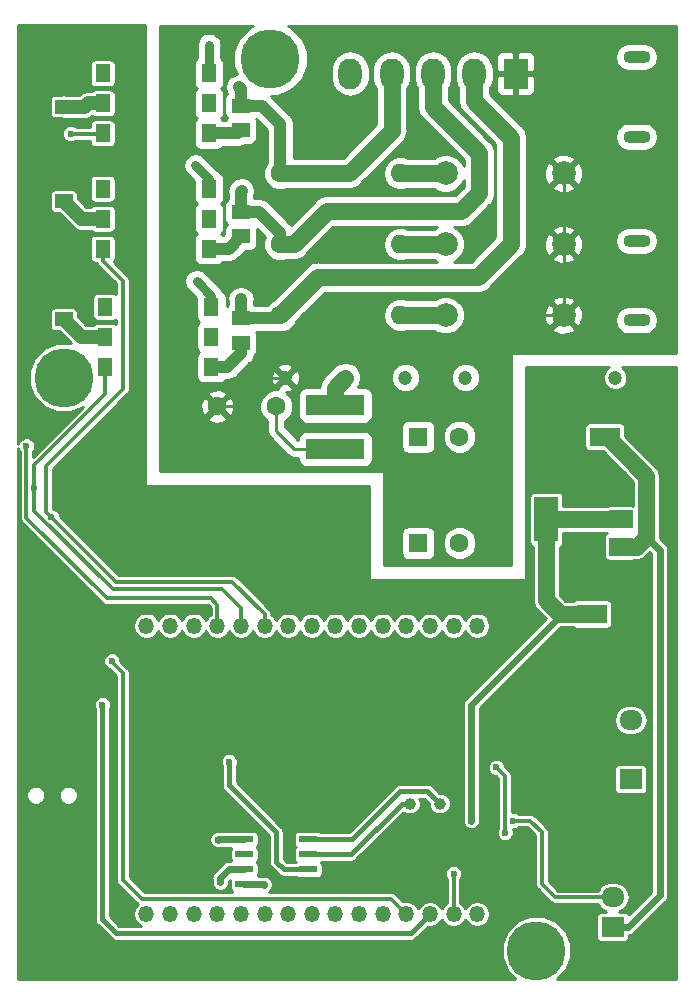
<source format=gbr>
G04 #@! TF.GenerationSoftware,KiCad,Pcbnew,5.0.0-rc2-unknown-bfa8903~65~ubuntu16.04.1*
G04 #@! TF.CreationDate,2018-06-03T14:39:05-05:00*
G04 #@! TF.ProjectId,omega-dock-new,6F6D6567612D646F636B2D6E65772E6B,rev?*
G04 #@! TF.SameCoordinates,Original*
G04 #@! TF.FileFunction,Copper,L2,Bot,Signal*
G04 #@! TF.FilePolarity,Positive*
%FSLAX46Y46*%
G04 Gerber Fmt 4.6, Leading zero omitted, Abs format (unit mm)*
G04 Created by KiCad (PCBNEW 5.0.0-rc2-unknown-bfa8903~65~ubuntu16.04.1) date Sun Jun  3 14:39:05 2018*
%MOMM*%
%LPD*%
G01*
G04 APERTURE LIST*
G04 #@! TA.AperFunction,ComponentPad*
%ADD10R,1.600000X1.600000*%
G04 #@! TD*
G04 #@! TA.AperFunction,ComponentPad*
%ADD11C,1.600000*%
G04 #@! TD*
G04 #@! TA.AperFunction,ComponentPad*
%ADD12C,2.000000*%
G04 #@! TD*
G04 #@! TA.AperFunction,SMDPad,CuDef*
%ADD13R,1.500000X1.145000*%
G04 #@! TD*
G04 #@! TA.AperFunction,ComponentPad*
%ADD14C,1.200000*%
G04 #@! TD*
G04 #@! TA.AperFunction,SMDPad,CuDef*
%ADD15R,1.300000X1.500000*%
G04 #@! TD*
G04 #@! TA.AperFunction,ComponentPad*
%ADD16O,1.600000X1.600000*%
G04 #@! TD*
G04 #@! TA.AperFunction,SMDPad,CuDef*
%ADD17R,5.000000X1.800000*%
G04 #@! TD*
G04 #@! TA.AperFunction,ComponentPad*
%ADD18O,1.350000X1.350000*%
G04 #@! TD*
G04 #@! TA.AperFunction,ComponentPad*
%ADD19R,1.350000X1.350000*%
G04 #@! TD*
G04 #@! TA.AperFunction,SMDPad,CuDef*
%ADD20R,2.000000X3.800000*%
G04 #@! TD*
G04 #@! TA.AperFunction,SMDPad,CuDef*
%ADD21R,2.000000X1.500000*%
G04 #@! TD*
G04 #@! TA.AperFunction,SMDPad,CuDef*
%ADD22R,2.600000X1.600000*%
G04 #@! TD*
G04 #@! TA.AperFunction,ComponentPad*
%ADD23R,1.950000X1.700000*%
G04 #@! TD*
G04 #@! TA.AperFunction,ComponentPad*
%ADD24O,1.950000X1.700000*%
G04 #@! TD*
G04 #@! TA.AperFunction,SMDPad,CuDef*
%ADD25R,1.550000X0.600000*%
G04 #@! TD*
G04 #@! TA.AperFunction,ComponentPad*
%ADD26C,1.000000*%
G04 #@! TD*
G04 #@! TA.AperFunction,ComponentPad*
%ADD27C,0.800000*%
G04 #@! TD*
G04 #@! TA.AperFunction,ComponentPad*
%ADD28C,5.000000*%
G04 #@! TD*
G04 #@! TA.AperFunction,ComponentPad*
%ADD29R,2.000000X2.600000*%
G04 #@! TD*
G04 #@! TA.AperFunction,ComponentPad*
%ADD30O,2.000000X2.600000*%
G04 #@! TD*
G04 #@! TA.AperFunction,ComponentPad*
%ADD31O,2.300000X1.100000*%
G04 #@! TD*
G04 #@! TA.AperFunction,ViaPad*
%ADD32C,0.600000*%
G04 #@! TD*
G04 #@! TA.AperFunction,Conductor*
%ADD33C,0.250000*%
G04 #@! TD*
G04 #@! TA.AperFunction,Conductor*
%ADD34C,1.400000*%
G04 #@! TD*
G04 #@! TA.AperFunction,Conductor*
%ADD35C,1.000000*%
G04 #@! TD*
G04 #@! TA.AperFunction,Conductor*
%ADD36C,0.800000*%
G04 #@! TD*
G04 #@! TA.AperFunction,Conductor*
%ADD37C,0.600000*%
G04 #@! TD*
G04 #@! TA.AperFunction,Conductor*
%ADD38C,0.300000*%
G04 #@! TD*
G04 #@! TA.AperFunction,Conductor*
%ADD39C,1.200000*%
G04 #@! TD*
G04 #@! TA.AperFunction,Conductor*
%ADD40C,0.400000*%
G04 #@! TD*
G04 #@! TA.AperFunction,Conductor*
%ADD41C,0.254000*%
G04 #@! TD*
G04 APERTURE END LIST*
D10*
G04 #@! TO.P,C6,1*
G04 #@! TO.N,Net-(C5-Pad1)*
X146000000Y-94000000D03*
D11*
G04 #@! TO.P,C6,2*
G04 #@! TO.N,Net-(C5-Pad2)*
X149500000Y-94000000D03*
G04 #@! TD*
D12*
G04 #@! TO.P,C13,1*
G04 #@! TO.N,Net-(C13-Pad1)*
X148321244Y-83703214D03*
G04 #@! TO.P,C13,2*
G04 #@! TO.N,Nac*
X158321244Y-83703214D03*
G04 #@! TD*
G04 #@! TO.P,C14,1*
G04 #@! TO.N,Net-(C14-Pad1)*
X148321244Y-77703214D03*
G04 #@! TO.P,C14,2*
G04 #@! TO.N,Nac*
X158321244Y-77703214D03*
G04 #@! TD*
D13*
G04 #@! TO.P,R10,1*
G04 #@! TO.N,Net-(R10-Pad1)*
X116000000Y-84042500D03*
G04 #@! TO.P,R10,2*
G04 #@! TO.N,GND*
X116000000Y-81957500D03*
G04 #@! TD*
G04 #@! TO.P,R11,1*
G04 #@! TO.N,Net-(R11-Pad1)*
X116000000Y-74042500D03*
G04 #@! TO.P,R11,2*
G04 #@! TO.N,GND*
X116000000Y-71957500D03*
G04 #@! TD*
G04 #@! TO.P,R12,2*
G04 #@! TO.N,GND*
X116000000Y-63957500D03*
G04 #@! TO.P,R12,1*
G04 #@! TO.N,Net-(R12-Pad1)*
X116000000Y-66042500D03*
G04 #@! TD*
D11*
G04 #@! TO.P,RV1,1*
G04 #@! TO.N,VacF*
X134000000Y-91430000D03*
G04 #@! TO.P,RV1,2*
G04 #@! TO.N,Nac*
X129000000Y-91430000D03*
G04 #@! TD*
D14*
G04 #@! TO.P,U4,1*
G04 #@! TO.N,Nac*
X134760000Y-89000000D03*
G04 #@! TO.P,U4,3*
G04 #@! TO.N,Net-(L2-Pad2)*
X139840000Y-89000000D03*
G04 #@! TO.P,U4,5*
G04 #@! TO.N,Net-(C5-Pad1)*
X144920000Y-89000000D03*
G04 #@! TO.P,U4,7*
G04 #@! TO.N,Net-(C5-Pad2)*
X150000000Y-89000000D03*
G04 #@! TO.P,U4,10*
G04 #@! TO.N,GND*
X157620000Y-89000000D03*
G04 #@! TO.P,U4,12*
G04 #@! TO.N,/FuenteST/VO*
X162700000Y-89000000D03*
G04 #@! TD*
D15*
G04 #@! TO.P,U5,6*
G04 #@! TO.N,Net-(R13-Pad2)*
X128500000Y-88080000D03*
G04 #@! TO.P,U5,5*
G04 #@! TO.N,N/C*
X128500000Y-85540000D03*
G04 #@! TO.P,U5,4*
G04 #@! TO.N,Net-(U5-Pad4)*
X128500000Y-83000000D03*
G04 #@! TO.P,U5,3*
G04 #@! TO.N,N/C*
X119500000Y-83000000D03*
G04 #@! TO.P,U5,2*
G04 #@! TO.N,Net-(R10-Pad1)*
X119500000Y-85540000D03*
G04 #@! TO.P,U5,1*
G04 #@! TO.N,/OutTriac/Ventilador*
X119500000Y-88080000D03*
G04 #@! TD*
G04 #@! TO.P,U6,1*
G04 #@! TO.N,/OutTriac/Resistencia*
X119302500Y-78080000D03*
G04 #@! TO.P,U6,2*
G04 #@! TO.N,Net-(R11-Pad1)*
X119302500Y-75540000D03*
G04 #@! TO.P,U6,3*
G04 #@! TO.N,N/C*
X119302500Y-73000000D03*
G04 #@! TO.P,U6,4*
G04 #@! TO.N,Net-(U6-Pad4)*
X128302500Y-73000000D03*
G04 #@! TO.P,U6,5*
G04 #@! TO.N,N/C*
X128302500Y-75540000D03*
G04 #@! TO.P,U6,6*
G04 #@! TO.N,Net-(R14-Pad2)*
X128302500Y-78080000D03*
G04 #@! TD*
G04 #@! TO.P,U7,1*
G04 #@! TO.N,/OutTriac/Compresor*
X119302500Y-68304048D03*
G04 #@! TO.P,U7,2*
G04 #@! TO.N,Net-(R12-Pad1)*
X119302500Y-65764048D03*
G04 #@! TO.P,U7,3*
G04 #@! TO.N,N/C*
X119302500Y-63224048D03*
G04 #@! TO.P,U7,4*
G04 #@! TO.N,Net-(U10-Pad3)*
X128302500Y-63224048D03*
G04 #@! TO.P,U7,5*
G04 #@! TO.N,N/C*
X128302500Y-65764048D03*
G04 #@! TO.P,U7,6*
G04 #@! TO.N,Net-(R15-Pad2)*
X128302500Y-68304048D03*
G04 #@! TD*
D10*
G04 #@! TO.P,C5,1*
G04 #@! TO.N,Net-(C5-Pad1)*
X146000000Y-103000000D03*
D11*
G04 #@! TO.P,C5,2*
G04 #@! TO.N,Net-(C5-Pad2)*
X149500000Y-103000000D03*
G04 #@! TD*
D12*
G04 #@! TO.P,C15,1*
G04 #@! TO.N,Net-(C15-Pad1)*
X148321244Y-71703214D03*
G04 #@! TO.P,C15,2*
G04 #@! TO.N,Nac*
X158321244Y-71703214D03*
G04 #@! TD*
D16*
G04 #@! TO.P,R16,2*
G04 #@! TO.N,Net-(C13-Pad1)*
X144481244Y-83703214D03*
D11*
G04 #@! TO.P,R16,1*
G04 #@! TO.N,VE*
X134321244Y-83703214D03*
G04 #@! TD*
G04 #@! TO.P,R17,1*
G04 #@! TO.N,RE*
X134321244Y-77703214D03*
D16*
G04 #@! TO.P,R17,2*
G04 #@! TO.N,Net-(C14-Pad1)*
X144481244Y-77703214D03*
G04 #@! TD*
D11*
G04 #@! TO.P,R18,1*
G04 #@! TO.N,CO*
X134321244Y-71703214D03*
D16*
G04 #@! TO.P,R18,2*
G04 #@! TO.N,Net-(C15-Pad1)*
X144481244Y-71703214D03*
G04 #@! TD*
D17*
G04 #@! TO.P,L2,1*
G04 #@! TO.N,VacF*
X139000000Y-95030000D03*
G04 #@! TO.P,L2,2*
G04 #@! TO.N,Net-(L2-Pad2)*
X139000000Y-91330000D03*
G04 #@! TD*
D13*
G04 #@! TO.P,R13,2*
G04 #@! TO.N,Net-(R13-Pad2)*
X131000000Y-86042500D03*
G04 #@! TO.P,R13,1*
G04 #@! TO.N,VE*
X131000000Y-83957500D03*
G04 #@! TD*
G04 #@! TO.P,R14,1*
G04 #@! TO.N,RE*
X131000000Y-74957500D03*
G04 #@! TO.P,R14,2*
G04 #@! TO.N,Net-(R14-Pad2)*
X131000000Y-77042500D03*
G04 #@! TD*
G04 #@! TO.P,R15,1*
G04 #@! TO.N,CO*
X131000000Y-65957500D03*
G04 #@! TO.P,R15,2*
G04 #@! TO.N,Net-(R15-Pad2)*
X131000000Y-68042500D03*
G04 #@! TD*
D18*
G04 #@! TO.P,U2,17*
G04 #@! TO.N,/SDA*
X151000000Y-134400000D03*
G04 #@! TO.P,U2,18*
G04 #@! TO.N,/SCL*
X149000000Y-134400000D03*
G04 #@! TO.P,U2,19*
G04 #@! TO.N,/GPIO*
X147000000Y-134400000D03*
G04 #@! TO.P,U2,20*
G04 #@! TO.N,/red*
X145000000Y-134400000D03*
G04 #@! TO.P,U2,21*
G04 #@! TO.N,N/C*
X143000000Y-134400000D03*
G04 #@! TO.P,U2,22*
X141000000Y-134400000D03*
G04 #@! TO.P,U2,23*
X139000000Y-134400000D03*
G04 #@! TO.P,U2,24*
X137000000Y-134400000D03*
G04 #@! TO.P,U2,25*
X135000000Y-134400000D03*
G04 #@! TO.P,U2,26*
G04 #@! TO.N,Net-(R23-Pad1)*
X133000000Y-134400000D03*
G04 #@! TO.P,U2,27*
G04 #@! TO.N,N/C*
X131000000Y-134400000D03*
G04 #@! TO.P,U2,28*
X129000000Y-134400000D03*
G04 #@! TO.P,U2,29*
X127000000Y-134400000D03*
G04 #@! TO.P,U2,30*
X125000000Y-134400000D03*
G04 #@! TO.P,U2,31*
G04 #@! TO.N,+3V3*
X123000000Y-134400000D03*
D19*
G04 #@! TO.P,U2,32*
G04 #@! TO.N,GND*
X121000000Y-134400000D03*
G04 #@! TO.P,U2,1*
X121000000Y-110000000D03*
D18*
G04 #@! TO.P,U2,2*
G04 #@! TO.N,/error*
X123000000Y-110000000D03*
G04 #@! TO.P,U2,3*
G04 #@! TO.N,N/C*
X125000000Y-110000000D03*
G04 #@! TO.P,U2,4*
X127000000Y-110000000D03*
G04 #@! TO.P,U2,5*
G04 #@! TO.N,/OutTriac/Compresor*
X129000000Y-110000000D03*
G04 #@! TO.P,U2,6*
G04 #@! TO.N,/OutTriac/Ventilador*
X131000000Y-110000000D03*
G04 #@! TO.P,U2,7*
G04 #@! TO.N,/OutTriac/Resistencia*
X133000000Y-110000000D03*
G04 #@! TO.P,U2,8*
G04 #@! TO.N,N/C*
X135000000Y-110000000D03*
G04 #@! TO.P,U2,9*
X137000000Y-110000000D03*
G04 #@! TO.P,U2,10*
X139000000Y-110000000D03*
G04 #@! TO.P,U2,11*
X141000000Y-110000000D03*
G04 #@! TO.P,U2,12*
X143000000Y-110000000D03*
G04 #@! TO.P,U2,13*
X145000000Y-110000000D03*
G04 #@! TO.P,U2,14*
X147000000Y-110000000D03*
G04 #@! TO.P,U2,15*
X149000000Y-110000000D03*
G04 #@! TO.P,U2,16*
X151000000Y-110000000D03*
G04 #@! TD*
D20*
G04 #@! TO.P,U3,4*
G04 #@! TO.N,+3V3*
X156850000Y-101000000D03*
D21*
G04 #@! TO.P,U3,2*
X163150000Y-101000000D03*
G04 #@! TO.P,U3,3*
G04 #@! TO.N,+5V*
X163150000Y-103300000D03*
G04 #@! TO.P,U3,1*
G04 #@! TO.N,GND*
X163150000Y-98700000D03*
G04 #@! TD*
D22*
G04 #@! TO.P,C7,1*
G04 #@! TO.N,+5V*
X161800000Y-94000000D03*
G04 #@! TO.P,C7,2*
G04 #@! TO.N,GND*
X158200000Y-94000000D03*
G04 #@! TD*
D23*
G04 #@! TO.P,J2,1*
G04 #@! TO.N,Net-(J2-Pad1)*
X164000000Y-123000000D03*
D24*
G04 #@! TO.P,J2,2*
G04 #@! TO.N,GND*
X164000000Y-120500000D03*
G04 #@! TO.P,J2,3*
G04 #@! TO.N,Net-(J2-Pad3)*
X164000000Y-118000000D03*
G04 #@! TO.P,J2,4*
G04 #@! TO.N,GND*
X164000000Y-115500000D03*
G04 #@! TD*
D25*
G04 #@! TO.P,U12,1*
G04 #@! TO.N,Net-(U12-Pad1)*
X136700000Y-128095000D03*
G04 #@! TO.P,U12,2*
G04 #@! TO.N,Net-(U12-Pad2)*
X136700000Y-129365000D03*
G04 #@! TO.P,U12,3*
G04 #@! TO.N,+BATT*
X136700000Y-130635000D03*
G04 #@! TO.P,U12,4*
G04 #@! TO.N,GND*
X136700000Y-131905000D03*
G04 #@! TO.P,U12,5*
G04 #@! TO.N,/SDA*
X131300000Y-131905000D03*
G04 #@! TO.P,U12,6*
G04 #@! TO.N,/SCL*
X131300000Y-130635000D03*
G04 #@! TO.P,U12,7*
G04 #@! TO.N,N/C*
X131300000Y-129365000D03*
G04 #@! TO.P,U12,8*
G04 #@! TO.N,+5V*
X131300000Y-128095000D03*
G04 #@! TD*
D26*
G04 #@! TO.P,Y1,1*
G04 #@! TO.N,Net-(U12-Pad1)*
X147820000Y-125050000D03*
G04 #@! TO.P,Y1,2*
G04 #@! TO.N,Net-(U12-Pad2)*
X145280000Y-125050000D03*
G04 #@! TD*
D22*
G04 #@! TO.P,C9,1*
G04 #@! TO.N,+3V3*
X160700000Y-109000000D03*
G04 #@! TO.P,C9,2*
G04 #@! TO.N,GND*
X164300000Y-109000000D03*
G04 #@! TD*
D27*
G04 #@! TO.P,REF\002A\002A,1*
G04 #@! TO.N,N/C*
X117325825Y-87674175D03*
X116000000Y-87125000D03*
X114674175Y-87674175D03*
X114125000Y-89000000D03*
X114674175Y-90325825D03*
X116000000Y-90875000D03*
X117325825Y-90325825D03*
X117875000Y-89000000D03*
D28*
X116000000Y-89000000D03*
G04 #@! TD*
D27*
G04 #@! TO.P,REF\002A\002A,1*
G04 #@! TO.N,N/C*
X134825825Y-60674175D03*
X133500000Y-60125000D03*
X132174175Y-60674175D03*
X131625000Y-62000000D03*
X132174175Y-63325825D03*
X133500000Y-63875000D03*
X134825825Y-63325825D03*
X135375000Y-62000000D03*
D28*
X133500000Y-62000000D03*
G04 #@! TD*
D27*
G04 #@! TO.P,REF\002A\002A,1*
G04 #@! TO.N,N/C*
X157325825Y-136174175D03*
X156000000Y-135625000D03*
X154674175Y-136174175D03*
X154125000Y-137500000D03*
X154674175Y-138825825D03*
X156000000Y-139375000D03*
X157325825Y-138825825D03*
X157875000Y-137500000D03*
D28*
X156000000Y-137500000D03*
G04 #@! TD*
D29*
G04 #@! TO.P,P1,1*
G04 #@! TO.N,Nac*
X154250000Y-63250000D03*
D30*
G04 #@! TO.P,P1,2*
G04 #@! TO.N,VE*
X150750000Y-63250000D03*
G04 #@! TO.P,P1,3*
G04 #@! TO.N,RE*
X147250000Y-63250000D03*
G04 #@! TO.P,P1,4*
G04 #@! TO.N,CO*
X143750000Y-63250000D03*
G04 #@! TO.P,P1,5*
G04 #@! TO.N,Vac*
X140250000Y-63250000D03*
G04 #@! TD*
D23*
G04 #@! TO.P,J1,1*
G04 #@! TO.N,+5V*
X162480000Y-135490000D03*
D24*
G04 #@! TO.P,J1,2*
G04 #@! TO.N,/I_TEST*
X162480000Y-132990000D03*
G04 #@! TO.P,J1,3*
G04 #@! TO.N,GND*
X162480000Y-130490000D03*
G04 #@! TD*
D31*
G04 #@! TO.P,F1,1*
G04 #@! TO.N,VacF*
X164500000Y-84143000D03*
X164500000Y-77412000D03*
G04 #@! TO.P,F1,2*
G04 #@! TO.N,Vac*
X164500000Y-68588000D03*
X164500000Y-61857000D03*
G04 #@! TD*
D32*
G04 #@! TO.N,CO*
X130830000Y-64400000D03*
G04 #@! TO.N,VE*
X130990000Y-82350000D03*
G04 #@! TO.N,RE*
X131060000Y-73180000D03*
G04 #@! TO.N,Net-(U5-Pad4)*
X127260000Y-80820000D03*
G04 #@! TO.N,Net-(U6-Pad4)*
X127140000Y-71030000D03*
X127140000Y-71030000D03*
G04 #@! TO.N,Net-(U10-Pad3)*
X128300000Y-60830000D03*
G04 #@! TO.N,+5V*
X164000000Y-96000000D03*
X129050000Y-128100000D03*
G04 #@! TO.N,+3V3*
X150500000Y-126500000D03*
G04 #@! TO.N,/OutTriac/Resistencia*
X114950000Y-100810000D03*
G04 #@! TO.N,/OutTriac/Ventilador*
X113500000Y-98320000D03*
G04 #@! TO.N,/OutTriac/Compresor*
X116580000Y-68340000D03*
X112840000Y-94770000D03*
G04 #@! TO.N,/SCL*
X149000000Y-131000000D03*
X129240000Y-131720000D03*
G04 #@! TO.N,/SDA*
X132970000Y-131910000D03*
G04 #@! TO.N,/V_TEST*
X153370000Y-127510000D03*
X152620000Y-121990000D03*
G04 #@! TO.N,+BATT*
X130000000Y-121500000D03*
G04 #@! TO.N,/red*
X120070000Y-112980000D03*
G04 #@! TO.N,/I_TEST*
X154070000Y-126500000D03*
G04 #@! TO.N,/GPIO*
X119275000Y-116675000D03*
G04 #@! TD*
D33*
G04 #@! TO.N,GND*
X160000000Y-97000000D02*
X158200000Y-95200000D01*
X158200000Y-95200000D02*
X158200000Y-94000000D01*
X162450000Y-97000000D02*
X160000000Y-97000000D01*
X163150000Y-98700000D02*
X163150000Y-97700000D01*
X163150000Y-97700000D02*
X162450000Y-97000000D01*
X158200000Y-94000000D02*
X158200000Y-89580000D01*
X158200000Y-89580000D02*
X157620000Y-89000000D01*
G04 #@! TO.N,Nac*
X130570000Y-91430000D02*
X133000000Y-89000000D01*
X133000000Y-89000000D02*
X134760000Y-89000000D01*
X129000000Y-91430000D02*
X130570000Y-91430000D01*
X158321244Y-77703214D02*
X158321244Y-76289001D01*
X158321244Y-76289001D02*
X158321244Y-71703214D01*
X158321244Y-83703214D02*
X158321244Y-82289001D01*
X158321244Y-82289001D02*
X158321244Y-77703214D01*
X151296786Y-83703214D02*
X158321244Y-83703214D01*
X149000000Y-86000000D02*
X151296786Y-83703214D01*
X134760000Y-89000000D02*
X135359999Y-88400001D01*
X135359999Y-88400001D02*
X135359999Y-87640001D01*
X135359999Y-87640001D02*
X137000000Y-86000000D01*
X137000000Y-86000000D02*
X149000000Y-86000000D01*
D34*
G04 #@! TO.N,Net-(C13-Pad1)*
X144481244Y-83703214D02*
X148321244Y-83703214D01*
G04 #@! TO.N,Net-(C14-Pad1)*
X144481244Y-77703214D02*
X148321244Y-77703214D01*
D35*
G04 #@! TO.N,CO*
X134321244Y-70571844D02*
X134321244Y-71703214D01*
X134321244Y-67528744D02*
X134321244Y-70571844D01*
X132750000Y-65957500D02*
X134321244Y-67528744D01*
X131000000Y-65957500D02*
X132750000Y-65957500D01*
X131000000Y-64570000D02*
X130830000Y-64400000D01*
X131000000Y-65957500D02*
X131000000Y-64570000D01*
D34*
X140156786Y-71703214D02*
X143750000Y-68110000D01*
X143750000Y-68110000D02*
X143750000Y-63250000D01*
X134321244Y-71703214D02*
X140156786Y-71703214D01*
D35*
G04 #@! TO.N,VE*
X134066958Y-83957500D02*
X134321244Y-83703214D01*
X131000000Y-83957500D02*
X134066958Y-83957500D01*
X131000000Y-82360000D02*
X130990000Y-82350000D01*
X131000000Y-83957500D02*
X131000000Y-82360000D01*
D34*
X137524458Y-80500000D02*
X134321244Y-83703214D01*
X151040000Y-80500000D02*
X137524458Y-80500000D01*
X150750000Y-63250000D02*
X150750000Y-65550000D01*
X150750000Y-65550000D02*
X153880000Y-68680000D01*
X153880000Y-68680000D02*
X153880000Y-77660000D01*
X153880000Y-77660000D02*
X151040000Y-80500000D01*
D35*
G04 #@! TO.N,RE*
X131000000Y-73240000D02*
X131060000Y-73180000D01*
X131000000Y-74957500D02*
X131000000Y-73240000D01*
X132537500Y-74957500D02*
X131000000Y-74957500D01*
X134321244Y-76741244D02*
X132537500Y-74957500D01*
X134321244Y-77703214D02*
X134321244Y-76741244D01*
D34*
X135452614Y-77703214D02*
X138265828Y-74890000D01*
X134321244Y-77703214D02*
X135452614Y-77703214D01*
X138265828Y-74890000D02*
X149670000Y-74890000D01*
X149670000Y-74890000D02*
X151180000Y-73380000D01*
X151180000Y-73380000D02*
X151180000Y-70000000D01*
X147250000Y-66070000D02*
X147250000Y-63250000D01*
X151180000Y-70000000D02*
X147250000Y-66070000D01*
D36*
G04 #@! TO.N,Net-(U5-Pad4)*
X128500000Y-82060000D02*
X127260000Y-80820000D01*
X128500000Y-83000000D02*
X128500000Y-82060000D01*
G04 #@! TO.N,Net-(U6-Pad4)*
X128302500Y-72192500D02*
X127140000Y-71030000D01*
X128302500Y-73000000D02*
X128302500Y-72192500D01*
G04 #@! TO.N,Net-(U10-Pad3)*
X128302500Y-60832500D02*
X128300000Y-60830000D01*
X128302500Y-63224048D02*
X128302500Y-60832500D01*
D34*
G04 #@! TO.N,+5V*
X162000000Y-94000000D02*
X164000000Y-96000000D01*
X161800000Y-94000000D02*
X162000000Y-94000000D01*
X164299999Y-96299999D02*
X164000000Y-96000000D01*
X163150000Y-103300000D02*
X164510000Y-103300000D01*
X165330000Y-102480000D02*
X165330000Y-97330000D01*
X164510000Y-103300000D02*
X165330000Y-102480000D01*
X165330000Y-97330000D02*
X164299999Y-96299999D01*
D37*
X163775000Y-135500000D02*
X166450000Y-132825000D01*
X166450000Y-132825000D02*
X166450000Y-103600000D01*
X166450000Y-103600000D02*
X165330000Y-102480000D01*
X162500000Y-135500000D02*
X163775000Y-135500000D01*
X129055000Y-128095000D02*
X129050000Y-128100000D01*
X131300000Y-128095000D02*
X129055000Y-128095000D01*
D34*
G04 #@! TO.N,+3V3*
X156850000Y-107000000D02*
X156850000Y-101000000D01*
X156850000Y-101000000D02*
X163150000Y-101000000D01*
X158000000Y-109000000D02*
X156850000Y-107850000D01*
X156850000Y-107850000D02*
X156850000Y-107000000D01*
X160700000Y-109000000D02*
X158000000Y-109000000D01*
D37*
X158200000Y-109000000D02*
X159800000Y-109000000D01*
X150500000Y-116700000D02*
X158200000Y-109000000D01*
X150500000Y-126500000D02*
X150500000Y-116700000D01*
D34*
G04 #@! TO.N,Net-(C15-Pad1)*
X144481244Y-71703214D02*
X148321244Y-71703214D01*
D38*
G04 #@! TO.N,/OutTriac/Resistencia*
X120410000Y-106280000D02*
X116210000Y-102080000D01*
X130280000Y-106280000D02*
X120410000Y-106280000D01*
X133000000Y-109000000D02*
X130280000Y-106280000D01*
X133000000Y-110000000D02*
X133000000Y-109000000D01*
X114500000Y-100370000D02*
X116210000Y-102080000D01*
X114500000Y-96470000D02*
X114500000Y-100370000D01*
X119302500Y-78080000D02*
X119302500Y-79080000D01*
X119302500Y-79080000D02*
X121000000Y-80777500D01*
X121000000Y-89970000D02*
X114500000Y-96470000D01*
X121000000Y-80777500D02*
X121000000Y-89970000D01*
X116210000Y-102080000D02*
X116210000Y-102070000D01*
X116210000Y-102070000D02*
X115249999Y-101109999D01*
X115249999Y-101109999D02*
X114950000Y-100810000D01*
G04 #@! TO.N,/OutTriac/Ventilador*
X119500000Y-90420000D02*
X119500000Y-88080000D01*
X114930000Y-94990000D02*
X119500000Y-90420000D01*
X113500000Y-96420000D02*
X114930000Y-94990000D01*
X113500000Y-98320000D02*
X113500000Y-96420000D01*
X113510000Y-100270000D02*
X113510000Y-98330000D01*
X131000000Y-110000000D02*
X131000000Y-108500000D01*
X131000000Y-108500000D02*
X129400000Y-106900000D01*
X129400000Y-106900000D02*
X120140000Y-106900000D01*
X113510000Y-98330000D02*
X113500000Y-98320000D01*
X120140000Y-106900000D02*
X113510000Y-100270000D01*
G04 #@! TO.N,/OutTriac/Compresor*
X119266548Y-68340000D02*
X119302500Y-68304048D01*
X116580000Y-68340000D02*
X119266548Y-68340000D01*
X112840000Y-100840000D02*
X112840000Y-94770000D01*
X129000000Y-110000000D02*
X129000000Y-108220000D01*
X129000000Y-108220000D02*
X128470000Y-107690000D01*
X119690000Y-107690000D02*
X112840000Y-100840000D01*
X128470000Y-107690000D02*
X119690000Y-107690000D01*
D34*
G04 #@! TO.N,Net-(L2-Pad2)*
X139000000Y-89840000D02*
X139840000Y-89000000D01*
X139000000Y-91330000D02*
X139000000Y-89840000D01*
D39*
G04 #@! TO.N,Net-(R10-Pad1)*
X117497500Y-85540000D02*
X116000000Y-84042500D01*
X119500000Y-85540000D02*
X117497500Y-85540000D01*
G04 #@! TO.N,Net-(R11-Pad1)*
X117497500Y-75540000D02*
X116000000Y-74042500D01*
X119302500Y-75540000D02*
X117497500Y-75540000D01*
G04 #@! TO.N,Net-(R12-Pad1)*
X116017500Y-66060000D02*
X116000000Y-66042500D01*
X117770000Y-66060000D02*
X116017500Y-66060000D01*
X118065952Y-65764048D02*
X117770000Y-66060000D01*
X119302500Y-65764048D02*
X118065952Y-65764048D01*
D35*
G04 #@! TO.N,Net-(R13-Pad2)*
X131000000Y-86910000D02*
X131000000Y-86042500D01*
X129830000Y-88080000D02*
X131000000Y-86910000D01*
X128500000Y-88080000D02*
X129830000Y-88080000D01*
G04 #@! TO.N,Net-(R14-Pad2)*
X129962500Y-78080000D02*
X131000000Y-77042500D01*
X128302500Y-78080000D02*
X129962500Y-78080000D01*
G04 #@! TO.N,Net-(R15-Pad2)*
X130738452Y-68304048D02*
X131000000Y-68042500D01*
X128302500Y-68304048D02*
X130738452Y-68304048D01*
D38*
G04 #@! TO.N,/SCL*
X149000000Y-134400000D02*
X149000000Y-131000000D01*
D37*
X129965000Y-130635000D02*
X129240000Y-131360000D01*
X129240000Y-131360000D02*
X129240000Y-131720000D01*
X131300000Y-130635000D02*
X129965000Y-130635000D01*
G04 #@! TO.N,/SDA*
X131300000Y-131905000D02*
X132965000Y-131905000D01*
X132965000Y-131905000D02*
X132970000Y-131910000D01*
D38*
G04 #@! TO.N,/V_TEST*
X153370000Y-127510000D02*
X153370000Y-122740000D01*
X153370000Y-122740000D02*
X152919999Y-122289999D01*
X152919999Y-122289999D02*
X152620000Y-121990000D01*
D40*
G04 #@! TO.N,+BATT*
X130000000Y-123500000D02*
X130000000Y-121500000D01*
X136700000Y-130635000D02*
X134635000Y-130635000D01*
X134635000Y-130635000D02*
X134000000Y-130000000D01*
X134000000Y-130000000D02*
X134000000Y-127500000D01*
X134000000Y-127500000D02*
X130000000Y-123500000D01*
G04 #@! TO.N,Net-(U12-Pad1)*
X147820000Y-125050000D02*
X146770000Y-124000000D01*
X146770000Y-124000000D02*
X144500000Y-124000000D01*
X140405000Y-128095000D02*
X136700000Y-128095000D01*
X144500000Y-124000000D02*
X140405000Y-128095000D01*
G04 #@! TO.N,Net-(U12-Pad2)*
X144610000Y-125050000D02*
X145280000Y-125050000D01*
X140295000Y-129365000D02*
X144610000Y-125050000D01*
X136700000Y-129365000D02*
X140295000Y-129365000D01*
D38*
G04 #@! TO.N,/red*
X120070000Y-113070000D02*
X120070000Y-112980000D01*
X121000000Y-114000000D02*
X120070000Y-113070000D01*
X145000000Y-134400000D02*
X143700000Y-133100000D01*
X121000000Y-131500000D02*
X121000000Y-114000000D01*
X143700000Y-133100000D02*
X122600000Y-133100000D01*
X122600000Y-133100000D02*
X121000000Y-131500000D01*
G04 #@! TO.N,/I_TEST*
X155500000Y-126500000D02*
X154070000Y-126500000D01*
X162500000Y-133000000D02*
X157630000Y-133000000D01*
X157630000Y-133000000D02*
X156500000Y-131870000D01*
X156500000Y-131870000D02*
X156500000Y-127500000D01*
X156500000Y-127500000D02*
X155500000Y-126500000D01*
D40*
G04 #@! TO.N,/GPIO*
X119275000Y-134850000D02*
X119275000Y-117099264D01*
X119275000Y-117099264D02*
X119275000Y-116675000D01*
X147000000Y-134400000D02*
X145375000Y-136025000D01*
X145375000Y-136025000D02*
X120450000Y-136025000D01*
X120450000Y-136025000D02*
X119275000Y-134850000D01*
D33*
G04 #@! TO.N,VacF*
X139000000Y-95030000D02*
X135530000Y-95030000D01*
X134000000Y-93500000D02*
X134000000Y-91430000D01*
X135530000Y-95030000D02*
X134000000Y-93500000D01*
G04 #@! TD*
D41*
G04 #@! TO.N,Nac*
G36*
X131724165Y-59342276D02*
X130842276Y-60224165D01*
X130365000Y-61376410D01*
X130365000Y-62623590D01*
X130637344Y-63281087D01*
X130387146Y-63330854D01*
X130011712Y-63581712D01*
X129760854Y-63957146D01*
X129672765Y-64400000D01*
X129760854Y-64842854D01*
X129809485Y-64915635D01*
X129792191Y-64927191D01*
X129651843Y-65137235D01*
X129602560Y-65385000D01*
X129602560Y-66530000D01*
X129651843Y-66777765D01*
X129792191Y-66987809D01*
X129810436Y-67000000D01*
X129792191Y-67012191D01*
X129687382Y-67169048D01*
X129458959Y-67169048D01*
X129410309Y-67096239D01*
X129317234Y-67034048D01*
X129410309Y-66971857D01*
X129550657Y-66761813D01*
X129599940Y-66514048D01*
X129599940Y-65014048D01*
X129550657Y-64766283D01*
X129410309Y-64556239D01*
X129317234Y-64494048D01*
X129410309Y-64431857D01*
X129550657Y-64221813D01*
X129599940Y-63974048D01*
X129599940Y-62474048D01*
X129550657Y-62226283D01*
X129410309Y-62016239D01*
X129337500Y-61967589D01*
X129337500Y-60934434D01*
X129357776Y-60832500D01*
X129325851Y-60672000D01*
X129277448Y-60428663D01*
X129048693Y-60086307D01*
X128962273Y-60028563D01*
X128959776Y-60026066D01*
X128703836Y-59855052D01*
X128300000Y-59774724D01*
X127896164Y-59855052D01*
X127553808Y-60083808D01*
X127325052Y-60426164D01*
X127244724Y-60830000D01*
X127267501Y-60944507D01*
X127267501Y-61967589D01*
X127194691Y-62016239D01*
X127054343Y-62226283D01*
X127005060Y-62474048D01*
X127005060Y-63974048D01*
X127054343Y-64221813D01*
X127194691Y-64431857D01*
X127287766Y-64494048D01*
X127194691Y-64556239D01*
X127054343Y-64766283D01*
X127005060Y-65014048D01*
X127005060Y-66514048D01*
X127054343Y-66761813D01*
X127194691Y-66971857D01*
X127287766Y-67034048D01*
X127194691Y-67096239D01*
X127054343Y-67306283D01*
X127005060Y-67554048D01*
X127005060Y-69054048D01*
X127054343Y-69301813D01*
X127194691Y-69511857D01*
X127404735Y-69652205D01*
X127652500Y-69701488D01*
X128952500Y-69701488D01*
X129200265Y-69652205D01*
X129410309Y-69511857D01*
X129458959Y-69439048D01*
X130626669Y-69439048D01*
X130738452Y-69461283D01*
X130850235Y-69439048D01*
X131181307Y-69373194D01*
X131347062Y-69262440D01*
X131750000Y-69262440D01*
X131997765Y-69213157D01*
X132207809Y-69072809D01*
X132348157Y-68862765D01*
X132397440Y-68615000D01*
X132397440Y-67470000D01*
X132348157Y-67222235D01*
X132261470Y-67092500D01*
X132279869Y-67092500D01*
X133186244Y-67998877D01*
X133186245Y-70460057D01*
X133186244Y-70460062D01*
X133186244Y-70808818D01*
X133104710Y-70890352D01*
X132886244Y-71417775D01*
X132886244Y-71988653D01*
X133104710Y-72516076D01*
X133508382Y-72919748D01*
X134035805Y-73138214D01*
X134606683Y-73138214D01*
X134848104Y-73038214D01*
X140025305Y-73038214D01*
X140156786Y-73064367D01*
X140288267Y-73038214D01*
X140288271Y-73038214D01*
X140677677Y-72960756D01*
X141119267Y-72665695D01*
X141193749Y-72554226D01*
X144601016Y-69146959D01*
X144712480Y-69072481D01*
X144786958Y-68961017D01*
X144786961Y-68961014D01*
X145007542Y-68630891D01*
X145014106Y-68597890D01*
X145085000Y-68241485D01*
X145085000Y-68241481D01*
X145111153Y-68110000D01*
X145085000Y-67978519D01*
X145085000Y-64494953D01*
X145290136Y-64187945D01*
X145385000Y-63711031D01*
X145385000Y-62788970D01*
X145290136Y-62312055D01*
X144928769Y-61771231D01*
X144387945Y-61409864D01*
X143750000Y-61282969D01*
X143112056Y-61409864D01*
X142571231Y-61771231D01*
X142209864Y-62312055D01*
X142115000Y-62788969D01*
X142115000Y-63711030D01*
X142209864Y-64187944D01*
X142415001Y-64494953D01*
X142415000Y-67557025D01*
X139603812Y-70368214D01*
X135456244Y-70368214D01*
X135456244Y-67640527D01*
X135478479Y-67528744D01*
X135390390Y-67085889D01*
X135202853Y-66805220D01*
X135139533Y-66710455D01*
X135044768Y-66647135D01*
X133631613Y-65233981D01*
X133568289Y-65139211D01*
X133561987Y-65135000D01*
X134123590Y-65135000D01*
X135275835Y-64657724D01*
X136157724Y-63775835D01*
X136566497Y-62788969D01*
X138615000Y-62788969D01*
X138615000Y-63711030D01*
X138709864Y-64187944D01*
X139071231Y-64728769D01*
X139612055Y-65090136D01*
X140250000Y-65217031D01*
X140887944Y-65090136D01*
X141428769Y-64728769D01*
X141790136Y-64187945D01*
X141885000Y-63711031D01*
X141885000Y-62788970D01*
X141790136Y-62312055D01*
X141428769Y-61771231D01*
X140887945Y-61409864D01*
X140250000Y-61282969D01*
X139612056Y-61409864D01*
X139071231Y-61771231D01*
X138709864Y-62312055D01*
X138615000Y-62788969D01*
X136566497Y-62788969D01*
X136635000Y-62623590D01*
X136635000Y-61376410D01*
X136157724Y-60224165D01*
X135275835Y-59342276D01*
X135016848Y-59235000D01*
X167873000Y-59235000D01*
X167873000Y-86873000D01*
X154000000Y-86873000D01*
X153951399Y-86882667D01*
X153910197Y-86910197D01*
X153882667Y-86951399D01*
X153873000Y-87000000D01*
X153873000Y-104873000D01*
X143127000Y-104873000D01*
X143127000Y-102200000D01*
X144552560Y-102200000D01*
X144552560Y-103800000D01*
X144601843Y-104047765D01*
X144742191Y-104257809D01*
X144952235Y-104398157D01*
X145200000Y-104447440D01*
X146800000Y-104447440D01*
X147047765Y-104398157D01*
X147257809Y-104257809D01*
X147398157Y-104047765D01*
X147447440Y-103800000D01*
X147447440Y-102714561D01*
X148065000Y-102714561D01*
X148065000Y-103285439D01*
X148283466Y-103812862D01*
X148687138Y-104216534D01*
X149214561Y-104435000D01*
X149785439Y-104435000D01*
X150312862Y-104216534D01*
X150716534Y-103812862D01*
X150935000Y-103285439D01*
X150935000Y-102714561D01*
X150716534Y-102187138D01*
X150312862Y-101783466D01*
X149785439Y-101565000D01*
X149214561Y-101565000D01*
X148687138Y-101783466D01*
X148283466Y-102187138D01*
X148065000Y-102714561D01*
X147447440Y-102714561D01*
X147447440Y-102200000D01*
X147398157Y-101952235D01*
X147257809Y-101742191D01*
X147047765Y-101601843D01*
X146800000Y-101552560D01*
X145200000Y-101552560D01*
X144952235Y-101601843D01*
X144742191Y-101742191D01*
X144601843Y-101952235D01*
X144552560Y-102200000D01*
X143127000Y-102200000D01*
X143127000Y-97000000D01*
X143117333Y-96951399D01*
X143089803Y-96910197D01*
X143048601Y-96882667D01*
X143000000Y-96873000D01*
X124127000Y-96873000D01*
X124127000Y-92437745D01*
X128171861Y-92437745D01*
X128245995Y-92683864D01*
X128783223Y-92876965D01*
X129353454Y-92849778D01*
X129754005Y-92683864D01*
X129828139Y-92437745D01*
X129000000Y-91609605D01*
X128171861Y-92437745D01*
X124127000Y-92437745D01*
X124127000Y-91213223D01*
X127553035Y-91213223D01*
X127580222Y-91783454D01*
X127746136Y-92184005D01*
X127992255Y-92258139D01*
X128820395Y-91430000D01*
X129179605Y-91430000D01*
X130007745Y-92258139D01*
X130253864Y-92184005D01*
X130446965Y-91646777D01*
X130423021Y-91144561D01*
X132565000Y-91144561D01*
X132565000Y-91715439D01*
X132783466Y-92242862D01*
X133187138Y-92646534D01*
X133240000Y-92668430D01*
X133240000Y-93425153D01*
X133225112Y-93500000D01*
X133240000Y-93574847D01*
X133240000Y-93574851D01*
X133284096Y-93796536D01*
X133452071Y-94047929D01*
X133515530Y-94090331D01*
X134939671Y-95514473D01*
X134982071Y-95577929D01*
X135045527Y-95620329D01*
X135233462Y-95745904D01*
X135243643Y-95747929D01*
X135455148Y-95790000D01*
X135455152Y-95790000D01*
X135530000Y-95804888D01*
X135604848Y-95790000D01*
X135852560Y-95790000D01*
X135852560Y-95930000D01*
X135901843Y-96177765D01*
X136042191Y-96387809D01*
X136252235Y-96528157D01*
X136500000Y-96577440D01*
X141500000Y-96577440D01*
X141747765Y-96528157D01*
X141957809Y-96387809D01*
X142098157Y-96177765D01*
X142147440Y-95930000D01*
X142147440Y-94130000D01*
X142098157Y-93882235D01*
X141957809Y-93672191D01*
X141747765Y-93531843D01*
X141500000Y-93482560D01*
X136500000Y-93482560D01*
X136252235Y-93531843D01*
X136042191Y-93672191D01*
X135901843Y-93882235D01*
X135852560Y-94130000D01*
X135852560Y-94270000D01*
X135844802Y-94270000D01*
X134774802Y-93200000D01*
X144552560Y-93200000D01*
X144552560Y-94800000D01*
X144601843Y-95047765D01*
X144742191Y-95257809D01*
X144952235Y-95398157D01*
X145200000Y-95447440D01*
X146800000Y-95447440D01*
X147047765Y-95398157D01*
X147257809Y-95257809D01*
X147398157Y-95047765D01*
X147447440Y-94800000D01*
X147447440Y-93714561D01*
X148065000Y-93714561D01*
X148065000Y-94285439D01*
X148283466Y-94812862D01*
X148687138Y-95216534D01*
X149214561Y-95435000D01*
X149785439Y-95435000D01*
X150312862Y-95216534D01*
X150716534Y-94812862D01*
X150935000Y-94285439D01*
X150935000Y-93714561D01*
X150716534Y-93187138D01*
X150312862Y-92783466D01*
X149785439Y-92565000D01*
X149214561Y-92565000D01*
X148687138Y-92783466D01*
X148283466Y-93187138D01*
X148065000Y-93714561D01*
X147447440Y-93714561D01*
X147447440Y-93200000D01*
X147398157Y-92952235D01*
X147257809Y-92742191D01*
X147047765Y-92601843D01*
X146800000Y-92552560D01*
X145200000Y-92552560D01*
X144952235Y-92601843D01*
X144742191Y-92742191D01*
X144601843Y-92952235D01*
X144552560Y-93200000D01*
X134774802Y-93200000D01*
X134760000Y-93185199D01*
X134760000Y-92668430D01*
X134812862Y-92646534D01*
X135216534Y-92242862D01*
X135435000Y-91715439D01*
X135435000Y-91144561D01*
X135216534Y-90617138D01*
X135029396Y-90430000D01*
X135852560Y-90430000D01*
X135852560Y-92230000D01*
X135901843Y-92477765D01*
X136042191Y-92687809D01*
X136252235Y-92828157D01*
X136500000Y-92877440D01*
X141500000Y-92877440D01*
X141747765Y-92828157D01*
X141957809Y-92687809D01*
X142098157Y-92477765D01*
X142147440Y-92230000D01*
X142147440Y-90430000D01*
X142098157Y-90182235D01*
X141957809Y-89972191D01*
X141747765Y-89831843D01*
X141500000Y-89782560D01*
X140922700Y-89782560D01*
X141097541Y-89520892D01*
X141201153Y-89000001D01*
X141152289Y-88754343D01*
X143685000Y-88754343D01*
X143685000Y-89245657D01*
X143873018Y-89699571D01*
X144220429Y-90046982D01*
X144674343Y-90235000D01*
X145165657Y-90235000D01*
X145619571Y-90046982D01*
X145966982Y-89699571D01*
X146155000Y-89245657D01*
X146155000Y-88754343D01*
X148765000Y-88754343D01*
X148765000Y-89245657D01*
X148953018Y-89699571D01*
X149300429Y-90046982D01*
X149754343Y-90235000D01*
X150245657Y-90235000D01*
X150699571Y-90046982D01*
X151046982Y-89699571D01*
X151235000Y-89245657D01*
X151235000Y-88754343D01*
X151046982Y-88300429D01*
X150699571Y-87953018D01*
X150245657Y-87765000D01*
X149754343Y-87765000D01*
X149300429Y-87953018D01*
X148953018Y-88300429D01*
X148765000Y-88754343D01*
X146155000Y-88754343D01*
X145966982Y-88300429D01*
X145619571Y-87953018D01*
X145165657Y-87765000D01*
X144674343Y-87765000D01*
X144220429Y-87953018D01*
X143873018Y-88300429D01*
X143685000Y-88754343D01*
X141152289Y-88754343D01*
X141097541Y-88479110D01*
X140802480Y-88037520D01*
X140360890Y-87742459D01*
X139839999Y-87638847D01*
X139319108Y-87742459D01*
X138988987Y-87963039D01*
X138148987Y-88803039D01*
X138037520Y-88877519D01*
X137963040Y-88988986D01*
X137963039Y-88988987D01*
X137742458Y-89319110D01*
X137710964Y-89477440D01*
X137665000Y-89708515D01*
X137665000Y-89708519D01*
X137650272Y-89782560D01*
X136500000Y-89782560D01*
X136252235Y-89831843D01*
X136042191Y-89972191D01*
X135901843Y-90182235D01*
X135852560Y-90430000D01*
X135029396Y-90430000D01*
X134832284Y-90232888D01*
X135081413Y-90217482D01*
X135393617Y-90088164D01*
X135443130Y-89862735D01*
X134760000Y-89179605D01*
X134076870Y-89862735D01*
X134105921Y-89995000D01*
X133714561Y-89995000D01*
X133187138Y-90213466D01*
X132783466Y-90617138D01*
X132565000Y-91144561D01*
X130423021Y-91144561D01*
X130419778Y-91076546D01*
X130253864Y-90675995D01*
X130007745Y-90601861D01*
X129179605Y-91430000D01*
X128820395Y-91430000D01*
X127992255Y-90601861D01*
X127746136Y-90675995D01*
X127553035Y-91213223D01*
X124127000Y-91213223D01*
X124127000Y-90422255D01*
X128171861Y-90422255D01*
X129000000Y-91250395D01*
X129828139Y-90422255D01*
X129754005Y-90176136D01*
X129216777Y-89983035D01*
X128646546Y-90010222D01*
X128245995Y-90176136D01*
X128171861Y-90422255D01*
X124127000Y-90422255D01*
X124127000Y-71030000D01*
X126084724Y-71030000D01*
X126165052Y-71433836D01*
X126336066Y-71689776D01*
X127005060Y-72358771D01*
X127005060Y-73750000D01*
X127054343Y-73997765D01*
X127194691Y-74207809D01*
X127287766Y-74270000D01*
X127194691Y-74332191D01*
X127054343Y-74542235D01*
X127005060Y-74790000D01*
X127005060Y-76290000D01*
X127054343Y-76537765D01*
X127194691Y-76747809D01*
X127287766Y-76810000D01*
X127194691Y-76872191D01*
X127054343Y-77082235D01*
X127005060Y-77330000D01*
X127005060Y-78830000D01*
X127054343Y-79077765D01*
X127194691Y-79287809D01*
X127404735Y-79428157D01*
X127652500Y-79477440D01*
X128952500Y-79477440D01*
X129200265Y-79428157D01*
X129410309Y-79287809D01*
X129458959Y-79215000D01*
X129850717Y-79215000D01*
X129962500Y-79237235D01*
X130074283Y-79215000D01*
X130405355Y-79149146D01*
X130780789Y-78898289D01*
X130844112Y-78803519D01*
X131385192Y-78262440D01*
X131750000Y-78262440D01*
X131997765Y-78213157D01*
X132207809Y-78072809D01*
X132348157Y-77862765D01*
X132397440Y-77615000D01*
X132397440Y-76470000D01*
X132385663Y-76410795D01*
X133034565Y-77059697D01*
X132886244Y-77417775D01*
X132886244Y-77988653D01*
X133104710Y-78516076D01*
X133508382Y-78919748D01*
X134035805Y-79138214D01*
X134606683Y-79138214D01*
X134848104Y-79038214D01*
X135321133Y-79038214D01*
X135452614Y-79064367D01*
X135584095Y-79038214D01*
X135584099Y-79038214D01*
X135973505Y-78960756D01*
X136415095Y-78665695D01*
X136489576Y-78554226D01*
X138818803Y-76225000D01*
X147617507Y-76225000D01*
X147395091Y-76317128D01*
X147344005Y-76368214D01*
X145066206Y-76368214D01*
X145041153Y-76351474D01*
X144622577Y-76268214D01*
X144339911Y-76268214D01*
X143921335Y-76351474D01*
X143446667Y-76668637D01*
X143129504Y-77143305D01*
X143018131Y-77703214D01*
X143129504Y-78263123D01*
X143446667Y-78737791D01*
X143921335Y-79054954D01*
X144339911Y-79138214D01*
X144622577Y-79138214D01*
X145041153Y-79054954D01*
X145066206Y-79038214D01*
X147344005Y-79038214D01*
X147395091Y-79089300D01*
X147577847Y-79165000D01*
X137655939Y-79165000D01*
X137524458Y-79138847D01*
X137392977Y-79165000D01*
X137392973Y-79165000D01*
X137003567Y-79242458D01*
X136561977Y-79537519D01*
X136487497Y-79648986D01*
X133749804Y-82386679D01*
X133508382Y-82486680D01*
X133172562Y-82822500D01*
X132135000Y-82822500D01*
X132135000Y-82471782D01*
X132157235Y-82359999D01*
X132086071Y-82002235D01*
X132069146Y-81917145D01*
X131818289Y-81541711D01*
X131723518Y-81478387D01*
X131713523Y-81468392D01*
X131432854Y-81280854D01*
X130990000Y-81192765D01*
X130547146Y-81280854D01*
X130171712Y-81531712D01*
X129920854Y-81907146D01*
X129832765Y-82350000D01*
X129865000Y-82512057D01*
X129865000Y-82878541D01*
X129797440Y-82923684D01*
X129797440Y-82250000D01*
X129748157Y-82002235D01*
X129607809Y-81792191D01*
X129485788Y-81710658D01*
X129474948Y-81656163D01*
X129408920Y-81557345D01*
X129246193Y-81313807D01*
X129159776Y-81256065D01*
X127919776Y-80016066D01*
X127663836Y-79845052D01*
X127260000Y-79764724D01*
X126856164Y-79845052D01*
X126513808Y-80073808D01*
X126285052Y-80416164D01*
X126204724Y-80820000D01*
X126285052Y-81223836D01*
X126456066Y-81479776D01*
X127206497Y-82230207D01*
X127202560Y-82250000D01*
X127202560Y-83750000D01*
X127251843Y-83997765D01*
X127392191Y-84207809D01*
X127485266Y-84270000D01*
X127392191Y-84332191D01*
X127251843Y-84542235D01*
X127202560Y-84790000D01*
X127202560Y-86290000D01*
X127251843Y-86537765D01*
X127392191Y-86747809D01*
X127485266Y-86810000D01*
X127392191Y-86872191D01*
X127251843Y-87082235D01*
X127202560Y-87330000D01*
X127202560Y-88830000D01*
X127251843Y-89077765D01*
X127392191Y-89287809D01*
X127602235Y-89428157D01*
X127850000Y-89477440D01*
X129150000Y-89477440D01*
X129397765Y-89428157D01*
X129607809Y-89287809D01*
X129656459Y-89215000D01*
X129718217Y-89215000D01*
X129830000Y-89237235D01*
X129941783Y-89215000D01*
X130272855Y-89149146D01*
X130648289Y-88898289D01*
X130693226Y-88831036D01*
X133512193Y-88831036D01*
X133542518Y-89321413D01*
X133671836Y-89633617D01*
X133897265Y-89683130D01*
X134580395Y-89000000D01*
X134939605Y-89000000D01*
X135622735Y-89683130D01*
X135848164Y-89633617D01*
X136007807Y-89168964D01*
X135977482Y-88678587D01*
X135848164Y-88366383D01*
X135622735Y-88316870D01*
X134939605Y-89000000D01*
X134580395Y-89000000D01*
X133897265Y-88316870D01*
X133671836Y-88366383D01*
X133512193Y-88831036D01*
X130693226Y-88831036D01*
X130711613Y-88803518D01*
X131377866Y-88137265D01*
X134076870Y-88137265D01*
X134760000Y-88820395D01*
X135443130Y-88137265D01*
X135393617Y-87911836D01*
X134928964Y-87752193D01*
X134438587Y-87782518D01*
X134126383Y-87911836D01*
X134076870Y-88137265D01*
X131377866Y-88137265D01*
X131723521Y-87791611D01*
X131818289Y-87728289D01*
X132069146Y-87352855D01*
X132112134Y-87136737D01*
X132207809Y-87072809D01*
X132348157Y-86862765D01*
X132397440Y-86615000D01*
X132397440Y-85470000D01*
X132348157Y-85222235D01*
X132261470Y-85092500D01*
X133925442Y-85092500D01*
X134035805Y-85138214D01*
X134606683Y-85138214D01*
X135134106Y-84919748D01*
X135537778Y-84516076D01*
X135637779Y-84274654D01*
X136209219Y-83703214D01*
X143018131Y-83703214D01*
X143129504Y-84263123D01*
X143446667Y-84737791D01*
X143921335Y-85054954D01*
X144339911Y-85138214D01*
X144622577Y-85138214D01*
X145041153Y-85054954D01*
X145066206Y-85038214D01*
X147344005Y-85038214D01*
X147395091Y-85089300D01*
X147996022Y-85338214D01*
X148646466Y-85338214D01*
X149247397Y-85089300D01*
X149480951Y-84855746D01*
X157348317Y-84855746D01*
X157446980Y-85122601D01*
X158056705Y-85349122D01*
X158706704Y-85325070D01*
X159195508Y-85122601D01*
X159294171Y-84855746D01*
X158321244Y-83882819D01*
X157348317Y-84855746D01*
X149480951Y-84855746D01*
X149707330Y-84629367D01*
X149956244Y-84028436D01*
X149956244Y-83438675D01*
X156675336Y-83438675D01*
X156699388Y-84088674D01*
X156901857Y-84577478D01*
X157168712Y-84676141D01*
X158141639Y-83703214D01*
X158500849Y-83703214D01*
X159473776Y-84676141D01*
X159740631Y-84577478D01*
X159902045Y-84143000D01*
X162691785Y-84143000D01*
X162783755Y-84605364D01*
X163045663Y-84997337D01*
X163437636Y-85259245D01*
X163783290Y-85328000D01*
X165216710Y-85328000D01*
X165562364Y-85259245D01*
X165954337Y-84997337D01*
X166216245Y-84605364D01*
X166308215Y-84143000D01*
X166216245Y-83680636D01*
X165954337Y-83288663D01*
X165562364Y-83026755D01*
X165216710Y-82958000D01*
X163783290Y-82958000D01*
X163437636Y-83026755D01*
X163045663Y-83288663D01*
X162783755Y-83680636D01*
X162691785Y-84143000D01*
X159902045Y-84143000D01*
X159967152Y-83967753D01*
X159943100Y-83317754D01*
X159740631Y-82828950D01*
X159473776Y-82730287D01*
X158500849Y-83703214D01*
X158141639Y-83703214D01*
X157168712Y-82730287D01*
X156901857Y-82828950D01*
X156675336Y-83438675D01*
X149956244Y-83438675D01*
X149956244Y-83377992D01*
X149707330Y-82777061D01*
X149480951Y-82550682D01*
X157348317Y-82550682D01*
X158321244Y-83523609D01*
X159294171Y-82550682D01*
X159195508Y-82283827D01*
X158585783Y-82057306D01*
X157935784Y-82081358D01*
X157446980Y-82283827D01*
X157348317Y-82550682D01*
X149480951Y-82550682D01*
X149247397Y-82317128D01*
X148646466Y-82068214D01*
X147996022Y-82068214D01*
X147395091Y-82317128D01*
X147344005Y-82368214D01*
X145066206Y-82368214D01*
X145041153Y-82351474D01*
X144622577Y-82268214D01*
X144339911Y-82268214D01*
X143921335Y-82351474D01*
X143446667Y-82668637D01*
X143129504Y-83143305D01*
X143018131Y-83703214D01*
X136209219Y-83703214D01*
X138077433Y-81835000D01*
X150908519Y-81835000D01*
X151040000Y-81861153D01*
X151171481Y-81835000D01*
X151171485Y-81835000D01*
X151560891Y-81757542D01*
X152002481Y-81462481D01*
X152076962Y-81351012D01*
X154572228Y-78855746D01*
X157348317Y-78855746D01*
X157446980Y-79122601D01*
X158056705Y-79349122D01*
X158706704Y-79325070D01*
X159195508Y-79122601D01*
X159294171Y-78855746D01*
X158321244Y-77882819D01*
X157348317Y-78855746D01*
X154572228Y-78855746D01*
X154731014Y-78696961D01*
X154842481Y-78622481D01*
X155137542Y-78180891D01*
X155215000Y-77791485D01*
X155241154Y-77660000D01*
X155215000Y-77528515D01*
X155215000Y-77438675D01*
X156675336Y-77438675D01*
X156699388Y-78088674D01*
X156901857Y-78577478D01*
X157168712Y-78676141D01*
X158141639Y-77703214D01*
X158500849Y-77703214D01*
X159473776Y-78676141D01*
X159740631Y-78577478D01*
X159967152Y-77967753D01*
X159946588Y-77412000D01*
X162691785Y-77412000D01*
X162783755Y-77874364D01*
X163045663Y-78266337D01*
X163437636Y-78528245D01*
X163783290Y-78597000D01*
X165216710Y-78597000D01*
X165562364Y-78528245D01*
X165954337Y-78266337D01*
X166216245Y-77874364D01*
X166308215Y-77412000D01*
X166216245Y-76949636D01*
X165954337Y-76557663D01*
X165562364Y-76295755D01*
X165216710Y-76227000D01*
X163783290Y-76227000D01*
X163437636Y-76295755D01*
X163045663Y-76557663D01*
X162783755Y-76949636D01*
X162691785Y-77412000D01*
X159946588Y-77412000D01*
X159943100Y-77317754D01*
X159740631Y-76828950D01*
X159473776Y-76730287D01*
X158500849Y-77703214D01*
X158141639Y-77703214D01*
X157168712Y-76730287D01*
X156901857Y-76828950D01*
X156675336Y-77438675D01*
X155215000Y-77438675D01*
X155215000Y-76550682D01*
X157348317Y-76550682D01*
X158321244Y-77523609D01*
X159294171Y-76550682D01*
X159195508Y-76283827D01*
X158585783Y-76057306D01*
X157935784Y-76081358D01*
X157446980Y-76283827D01*
X157348317Y-76550682D01*
X155215000Y-76550682D01*
X155215000Y-72855746D01*
X157348317Y-72855746D01*
X157446980Y-73122601D01*
X158056705Y-73349122D01*
X158706704Y-73325070D01*
X159195508Y-73122601D01*
X159294171Y-72855746D01*
X158321244Y-71882819D01*
X157348317Y-72855746D01*
X155215000Y-72855746D01*
X155215000Y-71438675D01*
X156675336Y-71438675D01*
X156699388Y-72088674D01*
X156901857Y-72577478D01*
X157168712Y-72676141D01*
X158141639Y-71703214D01*
X158500849Y-71703214D01*
X159473776Y-72676141D01*
X159740631Y-72577478D01*
X159967152Y-71967753D01*
X159943100Y-71317754D01*
X159740631Y-70828950D01*
X159473776Y-70730287D01*
X158500849Y-71703214D01*
X158141639Y-71703214D01*
X157168712Y-70730287D01*
X156901857Y-70828950D01*
X156675336Y-71438675D01*
X155215000Y-71438675D01*
X155215000Y-70550682D01*
X157348317Y-70550682D01*
X158321244Y-71523609D01*
X159294171Y-70550682D01*
X159195508Y-70283827D01*
X158585783Y-70057306D01*
X157935784Y-70081358D01*
X157446980Y-70283827D01*
X157348317Y-70550682D01*
X155215000Y-70550682D01*
X155215000Y-68811479D01*
X155241153Y-68679999D01*
X155222854Y-68588000D01*
X162691785Y-68588000D01*
X162783755Y-69050364D01*
X163045663Y-69442337D01*
X163437636Y-69704245D01*
X163783290Y-69773000D01*
X165216710Y-69773000D01*
X165562364Y-69704245D01*
X165954337Y-69442337D01*
X166216245Y-69050364D01*
X166308215Y-68588000D01*
X166216245Y-68125636D01*
X165954337Y-67733663D01*
X165562364Y-67471755D01*
X165216710Y-67403000D01*
X163783290Y-67403000D01*
X163437636Y-67471755D01*
X163045663Y-67733663D01*
X162783755Y-68125636D01*
X162691785Y-68588000D01*
X155222854Y-68588000D01*
X155215000Y-68548519D01*
X155215000Y-68548515D01*
X155137542Y-68159109D01*
X155012251Y-67971598D01*
X154916961Y-67828986D01*
X154916958Y-67828983D01*
X154842480Y-67717519D01*
X154731016Y-67643041D01*
X152085000Y-64997026D01*
X152085000Y-64494953D01*
X152290136Y-64187945D01*
X152385000Y-63711031D01*
X152385000Y-63535750D01*
X152615000Y-63535750D01*
X152615000Y-64676310D01*
X152711673Y-64909699D01*
X152890302Y-65088327D01*
X153123691Y-65185000D01*
X153964250Y-65185000D01*
X154123000Y-65026250D01*
X154123000Y-63377000D01*
X154377000Y-63377000D01*
X154377000Y-65026250D01*
X154535750Y-65185000D01*
X155376309Y-65185000D01*
X155609698Y-65088327D01*
X155788327Y-64909699D01*
X155885000Y-64676310D01*
X155885000Y-63535750D01*
X155726250Y-63377000D01*
X154377000Y-63377000D01*
X154123000Y-63377000D01*
X152773750Y-63377000D01*
X152615000Y-63535750D01*
X152385000Y-63535750D01*
X152385000Y-62788970D01*
X152290136Y-62312055D01*
X151963821Y-61823690D01*
X152615000Y-61823690D01*
X152615000Y-62964250D01*
X152773750Y-63123000D01*
X154123000Y-63123000D01*
X154123000Y-61473750D01*
X154377000Y-61473750D01*
X154377000Y-63123000D01*
X155726250Y-63123000D01*
X155885000Y-62964250D01*
X155885000Y-61857000D01*
X162691785Y-61857000D01*
X162783755Y-62319364D01*
X163045663Y-62711337D01*
X163437636Y-62973245D01*
X163783290Y-63042000D01*
X165216710Y-63042000D01*
X165562364Y-62973245D01*
X165954337Y-62711337D01*
X166216245Y-62319364D01*
X166308215Y-61857000D01*
X166216245Y-61394636D01*
X165954337Y-61002663D01*
X165562364Y-60740755D01*
X165216710Y-60672000D01*
X163783290Y-60672000D01*
X163437636Y-60740755D01*
X163045663Y-61002663D01*
X162783755Y-61394636D01*
X162691785Y-61857000D01*
X155885000Y-61857000D01*
X155885000Y-61823690D01*
X155788327Y-61590301D01*
X155609698Y-61411673D01*
X155376309Y-61315000D01*
X154535750Y-61315000D01*
X154377000Y-61473750D01*
X154123000Y-61473750D01*
X153964250Y-61315000D01*
X153123691Y-61315000D01*
X152890302Y-61411673D01*
X152711673Y-61590301D01*
X152615000Y-61823690D01*
X151963821Y-61823690D01*
X151928769Y-61771231D01*
X151387945Y-61409864D01*
X150750000Y-61282969D01*
X150112056Y-61409864D01*
X149571231Y-61771231D01*
X149209864Y-62312055D01*
X149115000Y-62788969D01*
X149115000Y-63711030D01*
X149209864Y-64187944D01*
X149415001Y-64494953D01*
X149415001Y-65418515D01*
X149388847Y-65550000D01*
X149492458Y-66070890D01*
X149712600Y-66400355D01*
X149787520Y-66512481D01*
X149898986Y-66586960D01*
X152545000Y-69232975D01*
X152545001Y-77107024D01*
X150487026Y-79165000D01*
X149064641Y-79165000D01*
X149247397Y-79089300D01*
X149707330Y-78629367D01*
X149956244Y-78028436D01*
X149956244Y-77377992D01*
X149707330Y-76777061D01*
X149247397Y-76317128D01*
X149024981Y-76225000D01*
X149538519Y-76225000D01*
X149670000Y-76251153D01*
X149801481Y-76225000D01*
X149801485Y-76225000D01*
X150190891Y-76147542D01*
X150632481Y-75852481D01*
X150706962Y-75741012D01*
X152031016Y-74416959D01*
X152142480Y-74342481D01*
X152216958Y-74231017D01*
X152216961Y-74231014D01*
X152377169Y-73991246D01*
X152437542Y-73900891D01*
X152515000Y-73511485D01*
X152515000Y-73511481D01*
X152541153Y-73380001D01*
X152515000Y-73248521D01*
X152515000Y-70131479D01*
X152541153Y-69999999D01*
X152515000Y-69868519D01*
X152515000Y-69868515D01*
X152437542Y-69479109D01*
X152142481Y-69037519D01*
X152031014Y-68963039D01*
X148585000Y-65517026D01*
X148585000Y-64494953D01*
X148790136Y-64187945D01*
X148885000Y-63711031D01*
X148885000Y-62788970D01*
X148790136Y-62312055D01*
X148428769Y-61771231D01*
X147887945Y-61409864D01*
X147250000Y-61282969D01*
X146612056Y-61409864D01*
X146071231Y-61771231D01*
X145709864Y-62312055D01*
X145615000Y-62788969D01*
X145615000Y-63711030D01*
X145709864Y-64187944D01*
X145915001Y-64494953D01*
X145915000Y-65938519D01*
X145888847Y-66070000D01*
X145915000Y-66201481D01*
X145915000Y-66201484D01*
X145977173Y-66514048D01*
X145992458Y-66590890D01*
X146206452Y-66911154D01*
X146287519Y-67032480D01*
X146398986Y-67106960D01*
X149845001Y-70552976D01*
X149845001Y-71109427D01*
X149707330Y-70777061D01*
X149247397Y-70317128D01*
X148646466Y-70068214D01*
X147996022Y-70068214D01*
X147395091Y-70317128D01*
X147344005Y-70368214D01*
X145066206Y-70368214D01*
X145041153Y-70351474D01*
X144622577Y-70268214D01*
X144339911Y-70268214D01*
X143921335Y-70351474D01*
X143446667Y-70668637D01*
X143129504Y-71143305D01*
X143018131Y-71703214D01*
X143129504Y-72263123D01*
X143446667Y-72737791D01*
X143921335Y-73054954D01*
X144339911Y-73138214D01*
X144622577Y-73138214D01*
X145041153Y-73054954D01*
X145066206Y-73038214D01*
X147344005Y-73038214D01*
X147395091Y-73089300D01*
X147996022Y-73338214D01*
X148646466Y-73338214D01*
X149247397Y-73089300D01*
X149707330Y-72629367D01*
X149845000Y-72297002D01*
X149845000Y-72827025D01*
X149117026Y-73555000D01*
X138397307Y-73555000D01*
X138265827Y-73528847D01*
X138134347Y-73555000D01*
X138134343Y-73555000D01*
X137744937Y-73632458D01*
X137303347Y-73927519D01*
X137228867Y-74038986D01*
X135221791Y-76046063D01*
X135139533Y-75922955D01*
X135044765Y-75859633D01*
X133419113Y-74233982D01*
X133355789Y-74139211D01*
X132980355Y-73888354D01*
X132649283Y-73822500D01*
X132537500Y-73800265D01*
X132425717Y-73822500D01*
X132135000Y-73822500D01*
X132135000Y-73593424D01*
X132217235Y-73180000D01*
X132129146Y-72737146D01*
X131878288Y-72361712D01*
X131502854Y-72110854D01*
X131060000Y-72022765D01*
X130617146Y-72110854D01*
X130336477Y-72298392D01*
X130276480Y-72358389D01*
X130181712Y-72421711D01*
X130042961Y-72629367D01*
X129930854Y-72797146D01*
X129842765Y-73240000D01*
X129865000Y-73351783D01*
X129865000Y-73878541D01*
X129792191Y-73927191D01*
X129651843Y-74137235D01*
X129602560Y-74385000D01*
X129602560Y-75530000D01*
X129651843Y-75777765D01*
X129792191Y-75987809D01*
X129810436Y-76000000D01*
X129792191Y-76012191D01*
X129651843Y-76222235D01*
X129602560Y-76470000D01*
X129602560Y-76834808D01*
X129492368Y-76945000D01*
X129458959Y-76945000D01*
X129410309Y-76872191D01*
X129317234Y-76810000D01*
X129410309Y-76747809D01*
X129550657Y-76537765D01*
X129599940Y-76290000D01*
X129599940Y-74790000D01*
X129550657Y-74542235D01*
X129410309Y-74332191D01*
X129317234Y-74270000D01*
X129410309Y-74207809D01*
X129550657Y-73997765D01*
X129599940Y-73750000D01*
X129599940Y-72250000D01*
X129550657Y-72002235D01*
X129410309Y-71792191D01*
X129200265Y-71651843D01*
X129183845Y-71648577D01*
X129106434Y-71532723D01*
X129048693Y-71446307D01*
X128962276Y-71388565D01*
X127799776Y-70226066D01*
X127543836Y-70055052D01*
X127140000Y-69974724D01*
X126736164Y-70055052D01*
X126393808Y-70283808D01*
X126165052Y-70626164D01*
X126084724Y-71030000D01*
X124127000Y-71030000D01*
X124127000Y-59235000D01*
X131983152Y-59235000D01*
X131724165Y-59342276D01*
X131724165Y-59342276D01*
G37*
X131724165Y-59342276D02*
X130842276Y-60224165D01*
X130365000Y-61376410D01*
X130365000Y-62623590D01*
X130637344Y-63281087D01*
X130387146Y-63330854D01*
X130011712Y-63581712D01*
X129760854Y-63957146D01*
X129672765Y-64400000D01*
X129760854Y-64842854D01*
X129809485Y-64915635D01*
X129792191Y-64927191D01*
X129651843Y-65137235D01*
X129602560Y-65385000D01*
X129602560Y-66530000D01*
X129651843Y-66777765D01*
X129792191Y-66987809D01*
X129810436Y-67000000D01*
X129792191Y-67012191D01*
X129687382Y-67169048D01*
X129458959Y-67169048D01*
X129410309Y-67096239D01*
X129317234Y-67034048D01*
X129410309Y-66971857D01*
X129550657Y-66761813D01*
X129599940Y-66514048D01*
X129599940Y-65014048D01*
X129550657Y-64766283D01*
X129410309Y-64556239D01*
X129317234Y-64494048D01*
X129410309Y-64431857D01*
X129550657Y-64221813D01*
X129599940Y-63974048D01*
X129599940Y-62474048D01*
X129550657Y-62226283D01*
X129410309Y-62016239D01*
X129337500Y-61967589D01*
X129337500Y-60934434D01*
X129357776Y-60832500D01*
X129325851Y-60672000D01*
X129277448Y-60428663D01*
X129048693Y-60086307D01*
X128962273Y-60028563D01*
X128959776Y-60026066D01*
X128703836Y-59855052D01*
X128300000Y-59774724D01*
X127896164Y-59855052D01*
X127553808Y-60083808D01*
X127325052Y-60426164D01*
X127244724Y-60830000D01*
X127267501Y-60944507D01*
X127267501Y-61967589D01*
X127194691Y-62016239D01*
X127054343Y-62226283D01*
X127005060Y-62474048D01*
X127005060Y-63974048D01*
X127054343Y-64221813D01*
X127194691Y-64431857D01*
X127287766Y-64494048D01*
X127194691Y-64556239D01*
X127054343Y-64766283D01*
X127005060Y-65014048D01*
X127005060Y-66514048D01*
X127054343Y-66761813D01*
X127194691Y-66971857D01*
X127287766Y-67034048D01*
X127194691Y-67096239D01*
X127054343Y-67306283D01*
X127005060Y-67554048D01*
X127005060Y-69054048D01*
X127054343Y-69301813D01*
X127194691Y-69511857D01*
X127404735Y-69652205D01*
X127652500Y-69701488D01*
X128952500Y-69701488D01*
X129200265Y-69652205D01*
X129410309Y-69511857D01*
X129458959Y-69439048D01*
X130626669Y-69439048D01*
X130738452Y-69461283D01*
X130850235Y-69439048D01*
X131181307Y-69373194D01*
X131347062Y-69262440D01*
X131750000Y-69262440D01*
X131997765Y-69213157D01*
X132207809Y-69072809D01*
X132348157Y-68862765D01*
X132397440Y-68615000D01*
X132397440Y-67470000D01*
X132348157Y-67222235D01*
X132261470Y-67092500D01*
X132279869Y-67092500D01*
X133186244Y-67998877D01*
X133186245Y-70460057D01*
X133186244Y-70460062D01*
X133186244Y-70808818D01*
X133104710Y-70890352D01*
X132886244Y-71417775D01*
X132886244Y-71988653D01*
X133104710Y-72516076D01*
X133508382Y-72919748D01*
X134035805Y-73138214D01*
X134606683Y-73138214D01*
X134848104Y-73038214D01*
X140025305Y-73038214D01*
X140156786Y-73064367D01*
X140288267Y-73038214D01*
X140288271Y-73038214D01*
X140677677Y-72960756D01*
X141119267Y-72665695D01*
X141193749Y-72554226D01*
X144601016Y-69146959D01*
X144712480Y-69072481D01*
X144786958Y-68961017D01*
X144786961Y-68961014D01*
X145007542Y-68630891D01*
X145014106Y-68597890D01*
X145085000Y-68241485D01*
X145085000Y-68241481D01*
X145111153Y-68110000D01*
X145085000Y-67978519D01*
X145085000Y-64494953D01*
X145290136Y-64187945D01*
X145385000Y-63711031D01*
X145385000Y-62788970D01*
X145290136Y-62312055D01*
X144928769Y-61771231D01*
X144387945Y-61409864D01*
X143750000Y-61282969D01*
X143112056Y-61409864D01*
X142571231Y-61771231D01*
X142209864Y-62312055D01*
X142115000Y-62788969D01*
X142115000Y-63711030D01*
X142209864Y-64187944D01*
X142415001Y-64494953D01*
X142415000Y-67557025D01*
X139603812Y-70368214D01*
X135456244Y-70368214D01*
X135456244Y-67640527D01*
X135478479Y-67528744D01*
X135390390Y-67085889D01*
X135202853Y-66805220D01*
X135139533Y-66710455D01*
X135044768Y-66647135D01*
X133631613Y-65233981D01*
X133568289Y-65139211D01*
X133561987Y-65135000D01*
X134123590Y-65135000D01*
X135275835Y-64657724D01*
X136157724Y-63775835D01*
X136566497Y-62788969D01*
X138615000Y-62788969D01*
X138615000Y-63711030D01*
X138709864Y-64187944D01*
X139071231Y-64728769D01*
X139612055Y-65090136D01*
X140250000Y-65217031D01*
X140887944Y-65090136D01*
X141428769Y-64728769D01*
X141790136Y-64187945D01*
X141885000Y-63711031D01*
X141885000Y-62788970D01*
X141790136Y-62312055D01*
X141428769Y-61771231D01*
X140887945Y-61409864D01*
X140250000Y-61282969D01*
X139612056Y-61409864D01*
X139071231Y-61771231D01*
X138709864Y-62312055D01*
X138615000Y-62788969D01*
X136566497Y-62788969D01*
X136635000Y-62623590D01*
X136635000Y-61376410D01*
X136157724Y-60224165D01*
X135275835Y-59342276D01*
X135016848Y-59235000D01*
X167873000Y-59235000D01*
X167873000Y-86873000D01*
X154000000Y-86873000D01*
X153951399Y-86882667D01*
X153910197Y-86910197D01*
X153882667Y-86951399D01*
X153873000Y-87000000D01*
X153873000Y-104873000D01*
X143127000Y-104873000D01*
X143127000Y-102200000D01*
X144552560Y-102200000D01*
X144552560Y-103800000D01*
X144601843Y-104047765D01*
X144742191Y-104257809D01*
X144952235Y-104398157D01*
X145200000Y-104447440D01*
X146800000Y-104447440D01*
X147047765Y-104398157D01*
X147257809Y-104257809D01*
X147398157Y-104047765D01*
X147447440Y-103800000D01*
X147447440Y-102714561D01*
X148065000Y-102714561D01*
X148065000Y-103285439D01*
X148283466Y-103812862D01*
X148687138Y-104216534D01*
X149214561Y-104435000D01*
X149785439Y-104435000D01*
X150312862Y-104216534D01*
X150716534Y-103812862D01*
X150935000Y-103285439D01*
X150935000Y-102714561D01*
X150716534Y-102187138D01*
X150312862Y-101783466D01*
X149785439Y-101565000D01*
X149214561Y-101565000D01*
X148687138Y-101783466D01*
X148283466Y-102187138D01*
X148065000Y-102714561D01*
X147447440Y-102714561D01*
X147447440Y-102200000D01*
X147398157Y-101952235D01*
X147257809Y-101742191D01*
X147047765Y-101601843D01*
X146800000Y-101552560D01*
X145200000Y-101552560D01*
X144952235Y-101601843D01*
X144742191Y-101742191D01*
X144601843Y-101952235D01*
X144552560Y-102200000D01*
X143127000Y-102200000D01*
X143127000Y-97000000D01*
X143117333Y-96951399D01*
X143089803Y-96910197D01*
X143048601Y-96882667D01*
X143000000Y-96873000D01*
X124127000Y-96873000D01*
X124127000Y-92437745D01*
X128171861Y-92437745D01*
X128245995Y-92683864D01*
X128783223Y-92876965D01*
X129353454Y-92849778D01*
X129754005Y-92683864D01*
X129828139Y-92437745D01*
X129000000Y-91609605D01*
X128171861Y-92437745D01*
X124127000Y-92437745D01*
X124127000Y-91213223D01*
X127553035Y-91213223D01*
X127580222Y-91783454D01*
X127746136Y-92184005D01*
X127992255Y-92258139D01*
X128820395Y-91430000D01*
X129179605Y-91430000D01*
X130007745Y-92258139D01*
X130253864Y-92184005D01*
X130446965Y-91646777D01*
X130423021Y-91144561D01*
X132565000Y-91144561D01*
X132565000Y-91715439D01*
X132783466Y-92242862D01*
X133187138Y-92646534D01*
X133240000Y-92668430D01*
X133240000Y-93425153D01*
X133225112Y-93500000D01*
X133240000Y-93574847D01*
X133240000Y-93574851D01*
X133284096Y-93796536D01*
X133452071Y-94047929D01*
X133515530Y-94090331D01*
X134939671Y-95514473D01*
X134982071Y-95577929D01*
X135045527Y-95620329D01*
X135233462Y-95745904D01*
X135243643Y-95747929D01*
X135455148Y-95790000D01*
X135455152Y-95790000D01*
X135530000Y-95804888D01*
X135604848Y-95790000D01*
X135852560Y-95790000D01*
X135852560Y-95930000D01*
X135901843Y-96177765D01*
X136042191Y-96387809D01*
X136252235Y-96528157D01*
X136500000Y-96577440D01*
X141500000Y-96577440D01*
X141747765Y-96528157D01*
X141957809Y-96387809D01*
X142098157Y-96177765D01*
X142147440Y-95930000D01*
X142147440Y-94130000D01*
X142098157Y-93882235D01*
X141957809Y-93672191D01*
X141747765Y-93531843D01*
X141500000Y-93482560D01*
X136500000Y-93482560D01*
X136252235Y-93531843D01*
X136042191Y-93672191D01*
X135901843Y-93882235D01*
X135852560Y-94130000D01*
X135852560Y-94270000D01*
X135844802Y-94270000D01*
X134774802Y-93200000D01*
X144552560Y-93200000D01*
X144552560Y-94800000D01*
X144601843Y-95047765D01*
X144742191Y-95257809D01*
X144952235Y-95398157D01*
X145200000Y-95447440D01*
X146800000Y-95447440D01*
X147047765Y-95398157D01*
X147257809Y-95257809D01*
X147398157Y-95047765D01*
X147447440Y-94800000D01*
X147447440Y-93714561D01*
X148065000Y-93714561D01*
X148065000Y-94285439D01*
X148283466Y-94812862D01*
X148687138Y-95216534D01*
X149214561Y-95435000D01*
X149785439Y-95435000D01*
X150312862Y-95216534D01*
X150716534Y-94812862D01*
X150935000Y-94285439D01*
X150935000Y-93714561D01*
X150716534Y-93187138D01*
X150312862Y-92783466D01*
X149785439Y-92565000D01*
X149214561Y-92565000D01*
X148687138Y-92783466D01*
X148283466Y-93187138D01*
X148065000Y-93714561D01*
X147447440Y-93714561D01*
X147447440Y-93200000D01*
X147398157Y-92952235D01*
X147257809Y-92742191D01*
X147047765Y-92601843D01*
X146800000Y-92552560D01*
X145200000Y-92552560D01*
X144952235Y-92601843D01*
X144742191Y-92742191D01*
X144601843Y-92952235D01*
X144552560Y-93200000D01*
X134774802Y-93200000D01*
X134760000Y-93185199D01*
X134760000Y-92668430D01*
X134812862Y-92646534D01*
X135216534Y-92242862D01*
X135435000Y-91715439D01*
X135435000Y-91144561D01*
X135216534Y-90617138D01*
X135029396Y-90430000D01*
X135852560Y-90430000D01*
X135852560Y-92230000D01*
X135901843Y-92477765D01*
X136042191Y-92687809D01*
X136252235Y-92828157D01*
X136500000Y-92877440D01*
X141500000Y-92877440D01*
X141747765Y-92828157D01*
X141957809Y-92687809D01*
X142098157Y-92477765D01*
X142147440Y-92230000D01*
X142147440Y-90430000D01*
X142098157Y-90182235D01*
X141957809Y-89972191D01*
X141747765Y-89831843D01*
X141500000Y-89782560D01*
X140922700Y-89782560D01*
X141097541Y-89520892D01*
X141201153Y-89000001D01*
X141152289Y-88754343D01*
X143685000Y-88754343D01*
X143685000Y-89245657D01*
X143873018Y-89699571D01*
X144220429Y-90046982D01*
X144674343Y-90235000D01*
X145165657Y-90235000D01*
X145619571Y-90046982D01*
X145966982Y-89699571D01*
X146155000Y-89245657D01*
X146155000Y-88754343D01*
X148765000Y-88754343D01*
X148765000Y-89245657D01*
X148953018Y-89699571D01*
X149300429Y-90046982D01*
X149754343Y-90235000D01*
X150245657Y-90235000D01*
X150699571Y-90046982D01*
X151046982Y-89699571D01*
X151235000Y-89245657D01*
X151235000Y-88754343D01*
X151046982Y-88300429D01*
X150699571Y-87953018D01*
X150245657Y-87765000D01*
X149754343Y-87765000D01*
X149300429Y-87953018D01*
X148953018Y-88300429D01*
X148765000Y-88754343D01*
X146155000Y-88754343D01*
X145966982Y-88300429D01*
X145619571Y-87953018D01*
X145165657Y-87765000D01*
X144674343Y-87765000D01*
X144220429Y-87953018D01*
X143873018Y-88300429D01*
X143685000Y-88754343D01*
X141152289Y-88754343D01*
X141097541Y-88479110D01*
X140802480Y-88037520D01*
X140360890Y-87742459D01*
X139839999Y-87638847D01*
X139319108Y-87742459D01*
X138988987Y-87963039D01*
X138148987Y-88803039D01*
X138037520Y-88877519D01*
X137963040Y-88988986D01*
X137963039Y-88988987D01*
X137742458Y-89319110D01*
X137710964Y-89477440D01*
X137665000Y-89708515D01*
X137665000Y-89708519D01*
X137650272Y-89782560D01*
X136500000Y-89782560D01*
X136252235Y-89831843D01*
X136042191Y-89972191D01*
X135901843Y-90182235D01*
X135852560Y-90430000D01*
X135029396Y-90430000D01*
X134832284Y-90232888D01*
X135081413Y-90217482D01*
X135393617Y-90088164D01*
X135443130Y-89862735D01*
X134760000Y-89179605D01*
X134076870Y-89862735D01*
X134105921Y-89995000D01*
X133714561Y-89995000D01*
X133187138Y-90213466D01*
X132783466Y-90617138D01*
X132565000Y-91144561D01*
X130423021Y-91144561D01*
X130419778Y-91076546D01*
X130253864Y-90675995D01*
X130007745Y-90601861D01*
X129179605Y-91430000D01*
X128820395Y-91430000D01*
X127992255Y-90601861D01*
X127746136Y-90675995D01*
X127553035Y-91213223D01*
X124127000Y-91213223D01*
X124127000Y-90422255D01*
X128171861Y-90422255D01*
X129000000Y-91250395D01*
X129828139Y-90422255D01*
X129754005Y-90176136D01*
X129216777Y-89983035D01*
X128646546Y-90010222D01*
X128245995Y-90176136D01*
X128171861Y-90422255D01*
X124127000Y-90422255D01*
X124127000Y-71030000D01*
X126084724Y-71030000D01*
X126165052Y-71433836D01*
X126336066Y-71689776D01*
X127005060Y-72358771D01*
X127005060Y-73750000D01*
X127054343Y-73997765D01*
X127194691Y-74207809D01*
X127287766Y-74270000D01*
X127194691Y-74332191D01*
X127054343Y-74542235D01*
X127005060Y-74790000D01*
X127005060Y-76290000D01*
X127054343Y-76537765D01*
X127194691Y-76747809D01*
X127287766Y-76810000D01*
X127194691Y-76872191D01*
X127054343Y-77082235D01*
X127005060Y-77330000D01*
X127005060Y-78830000D01*
X127054343Y-79077765D01*
X127194691Y-79287809D01*
X127404735Y-79428157D01*
X127652500Y-79477440D01*
X128952500Y-79477440D01*
X129200265Y-79428157D01*
X129410309Y-79287809D01*
X129458959Y-79215000D01*
X129850717Y-79215000D01*
X129962500Y-79237235D01*
X130074283Y-79215000D01*
X130405355Y-79149146D01*
X130780789Y-78898289D01*
X130844112Y-78803519D01*
X131385192Y-78262440D01*
X131750000Y-78262440D01*
X131997765Y-78213157D01*
X132207809Y-78072809D01*
X132348157Y-77862765D01*
X132397440Y-77615000D01*
X132397440Y-76470000D01*
X132385663Y-76410795D01*
X133034565Y-77059697D01*
X132886244Y-77417775D01*
X132886244Y-77988653D01*
X133104710Y-78516076D01*
X133508382Y-78919748D01*
X134035805Y-79138214D01*
X134606683Y-79138214D01*
X134848104Y-79038214D01*
X135321133Y-79038214D01*
X135452614Y-79064367D01*
X135584095Y-79038214D01*
X135584099Y-79038214D01*
X135973505Y-78960756D01*
X136415095Y-78665695D01*
X136489576Y-78554226D01*
X138818803Y-76225000D01*
X147617507Y-76225000D01*
X147395091Y-76317128D01*
X147344005Y-76368214D01*
X145066206Y-76368214D01*
X145041153Y-76351474D01*
X144622577Y-76268214D01*
X144339911Y-76268214D01*
X143921335Y-76351474D01*
X143446667Y-76668637D01*
X143129504Y-77143305D01*
X143018131Y-77703214D01*
X143129504Y-78263123D01*
X143446667Y-78737791D01*
X143921335Y-79054954D01*
X144339911Y-79138214D01*
X144622577Y-79138214D01*
X145041153Y-79054954D01*
X145066206Y-79038214D01*
X147344005Y-79038214D01*
X147395091Y-79089300D01*
X147577847Y-79165000D01*
X137655939Y-79165000D01*
X137524458Y-79138847D01*
X137392977Y-79165000D01*
X137392973Y-79165000D01*
X137003567Y-79242458D01*
X136561977Y-79537519D01*
X136487497Y-79648986D01*
X133749804Y-82386679D01*
X133508382Y-82486680D01*
X133172562Y-82822500D01*
X132135000Y-82822500D01*
X132135000Y-82471782D01*
X132157235Y-82359999D01*
X132086071Y-82002235D01*
X132069146Y-81917145D01*
X131818289Y-81541711D01*
X131723518Y-81478387D01*
X131713523Y-81468392D01*
X131432854Y-81280854D01*
X130990000Y-81192765D01*
X130547146Y-81280854D01*
X130171712Y-81531712D01*
X129920854Y-81907146D01*
X129832765Y-82350000D01*
X129865000Y-82512057D01*
X129865000Y-82878541D01*
X129797440Y-82923684D01*
X129797440Y-82250000D01*
X129748157Y-82002235D01*
X129607809Y-81792191D01*
X129485788Y-81710658D01*
X129474948Y-81656163D01*
X129408920Y-81557345D01*
X129246193Y-81313807D01*
X129159776Y-81256065D01*
X127919776Y-80016066D01*
X127663836Y-79845052D01*
X127260000Y-79764724D01*
X126856164Y-79845052D01*
X126513808Y-80073808D01*
X126285052Y-80416164D01*
X126204724Y-80820000D01*
X126285052Y-81223836D01*
X126456066Y-81479776D01*
X127206497Y-82230207D01*
X127202560Y-82250000D01*
X127202560Y-83750000D01*
X127251843Y-83997765D01*
X127392191Y-84207809D01*
X127485266Y-84270000D01*
X127392191Y-84332191D01*
X127251843Y-84542235D01*
X127202560Y-84790000D01*
X127202560Y-86290000D01*
X127251843Y-86537765D01*
X127392191Y-86747809D01*
X127485266Y-86810000D01*
X127392191Y-86872191D01*
X127251843Y-87082235D01*
X127202560Y-87330000D01*
X127202560Y-88830000D01*
X127251843Y-89077765D01*
X127392191Y-89287809D01*
X127602235Y-89428157D01*
X127850000Y-89477440D01*
X129150000Y-89477440D01*
X129397765Y-89428157D01*
X129607809Y-89287809D01*
X129656459Y-89215000D01*
X129718217Y-89215000D01*
X129830000Y-89237235D01*
X129941783Y-89215000D01*
X130272855Y-89149146D01*
X130648289Y-88898289D01*
X130693226Y-88831036D01*
X133512193Y-88831036D01*
X133542518Y-89321413D01*
X133671836Y-89633617D01*
X133897265Y-89683130D01*
X134580395Y-89000000D01*
X134939605Y-89000000D01*
X135622735Y-89683130D01*
X135848164Y-89633617D01*
X136007807Y-89168964D01*
X135977482Y-88678587D01*
X135848164Y-88366383D01*
X135622735Y-88316870D01*
X134939605Y-89000000D01*
X134580395Y-89000000D01*
X133897265Y-88316870D01*
X133671836Y-88366383D01*
X133512193Y-88831036D01*
X130693226Y-88831036D01*
X130711613Y-88803518D01*
X131377866Y-88137265D01*
X134076870Y-88137265D01*
X134760000Y-88820395D01*
X135443130Y-88137265D01*
X135393617Y-87911836D01*
X134928964Y-87752193D01*
X134438587Y-87782518D01*
X134126383Y-87911836D01*
X134076870Y-88137265D01*
X131377866Y-88137265D01*
X131723521Y-87791611D01*
X131818289Y-87728289D01*
X132069146Y-87352855D01*
X132112134Y-87136737D01*
X132207809Y-87072809D01*
X132348157Y-86862765D01*
X132397440Y-86615000D01*
X132397440Y-85470000D01*
X132348157Y-85222235D01*
X132261470Y-85092500D01*
X133925442Y-85092500D01*
X134035805Y-85138214D01*
X134606683Y-85138214D01*
X135134106Y-84919748D01*
X135537778Y-84516076D01*
X135637779Y-84274654D01*
X136209219Y-83703214D01*
X143018131Y-83703214D01*
X143129504Y-84263123D01*
X143446667Y-84737791D01*
X143921335Y-85054954D01*
X144339911Y-85138214D01*
X144622577Y-85138214D01*
X145041153Y-85054954D01*
X145066206Y-85038214D01*
X147344005Y-85038214D01*
X147395091Y-85089300D01*
X147996022Y-85338214D01*
X148646466Y-85338214D01*
X149247397Y-85089300D01*
X149480951Y-84855746D01*
X157348317Y-84855746D01*
X157446980Y-85122601D01*
X158056705Y-85349122D01*
X158706704Y-85325070D01*
X159195508Y-85122601D01*
X159294171Y-84855746D01*
X158321244Y-83882819D01*
X157348317Y-84855746D01*
X149480951Y-84855746D01*
X149707330Y-84629367D01*
X149956244Y-84028436D01*
X149956244Y-83438675D01*
X156675336Y-83438675D01*
X156699388Y-84088674D01*
X156901857Y-84577478D01*
X157168712Y-84676141D01*
X158141639Y-83703214D01*
X158500849Y-83703214D01*
X159473776Y-84676141D01*
X159740631Y-84577478D01*
X159902045Y-84143000D01*
X162691785Y-84143000D01*
X162783755Y-84605364D01*
X163045663Y-84997337D01*
X163437636Y-85259245D01*
X163783290Y-85328000D01*
X165216710Y-85328000D01*
X165562364Y-85259245D01*
X165954337Y-84997337D01*
X166216245Y-84605364D01*
X166308215Y-84143000D01*
X166216245Y-83680636D01*
X165954337Y-83288663D01*
X165562364Y-83026755D01*
X165216710Y-82958000D01*
X163783290Y-82958000D01*
X163437636Y-83026755D01*
X163045663Y-83288663D01*
X162783755Y-83680636D01*
X162691785Y-84143000D01*
X159902045Y-84143000D01*
X159967152Y-83967753D01*
X159943100Y-83317754D01*
X159740631Y-82828950D01*
X159473776Y-82730287D01*
X158500849Y-83703214D01*
X158141639Y-83703214D01*
X157168712Y-82730287D01*
X156901857Y-82828950D01*
X156675336Y-83438675D01*
X149956244Y-83438675D01*
X149956244Y-83377992D01*
X149707330Y-82777061D01*
X149480951Y-82550682D01*
X157348317Y-82550682D01*
X158321244Y-83523609D01*
X159294171Y-82550682D01*
X159195508Y-82283827D01*
X158585783Y-82057306D01*
X157935784Y-82081358D01*
X157446980Y-82283827D01*
X157348317Y-82550682D01*
X149480951Y-82550682D01*
X149247397Y-82317128D01*
X148646466Y-82068214D01*
X147996022Y-82068214D01*
X147395091Y-82317128D01*
X147344005Y-82368214D01*
X145066206Y-82368214D01*
X145041153Y-82351474D01*
X144622577Y-82268214D01*
X144339911Y-82268214D01*
X143921335Y-82351474D01*
X143446667Y-82668637D01*
X143129504Y-83143305D01*
X143018131Y-83703214D01*
X136209219Y-83703214D01*
X138077433Y-81835000D01*
X150908519Y-81835000D01*
X151040000Y-81861153D01*
X151171481Y-81835000D01*
X151171485Y-81835000D01*
X151560891Y-81757542D01*
X152002481Y-81462481D01*
X152076962Y-81351012D01*
X154572228Y-78855746D01*
X157348317Y-78855746D01*
X157446980Y-79122601D01*
X158056705Y-79349122D01*
X158706704Y-79325070D01*
X159195508Y-79122601D01*
X159294171Y-78855746D01*
X158321244Y-77882819D01*
X157348317Y-78855746D01*
X154572228Y-78855746D01*
X154731014Y-78696961D01*
X154842481Y-78622481D01*
X155137542Y-78180891D01*
X155215000Y-77791485D01*
X155241154Y-77660000D01*
X155215000Y-77528515D01*
X155215000Y-77438675D01*
X156675336Y-77438675D01*
X156699388Y-78088674D01*
X156901857Y-78577478D01*
X157168712Y-78676141D01*
X158141639Y-77703214D01*
X158500849Y-77703214D01*
X159473776Y-78676141D01*
X159740631Y-78577478D01*
X159967152Y-77967753D01*
X159946588Y-77412000D01*
X162691785Y-77412000D01*
X162783755Y-77874364D01*
X163045663Y-78266337D01*
X163437636Y-78528245D01*
X163783290Y-78597000D01*
X165216710Y-78597000D01*
X165562364Y-78528245D01*
X165954337Y-78266337D01*
X166216245Y-77874364D01*
X166308215Y-77412000D01*
X166216245Y-76949636D01*
X165954337Y-76557663D01*
X165562364Y-76295755D01*
X165216710Y-76227000D01*
X163783290Y-76227000D01*
X163437636Y-76295755D01*
X163045663Y-76557663D01*
X162783755Y-76949636D01*
X162691785Y-77412000D01*
X159946588Y-77412000D01*
X159943100Y-77317754D01*
X159740631Y-76828950D01*
X159473776Y-76730287D01*
X158500849Y-77703214D01*
X158141639Y-77703214D01*
X157168712Y-76730287D01*
X156901857Y-76828950D01*
X156675336Y-77438675D01*
X155215000Y-77438675D01*
X155215000Y-76550682D01*
X157348317Y-76550682D01*
X158321244Y-77523609D01*
X159294171Y-76550682D01*
X159195508Y-76283827D01*
X158585783Y-76057306D01*
X157935784Y-76081358D01*
X157446980Y-76283827D01*
X157348317Y-76550682D01*
X155215000Y-76550682D01*
X155215000Y-72855746D01*
X157348317Y-72855746D01*
X157446980Y-73122601D01*
X158056705Y-73349122D01*
X158706704Y-73325070D01*
X159195508Y-73122601D01*
X159294171Y-72855746D01*
X158321244Y-71882819D01*
X157348317Y-72855746D01*
X155215000Y-72855746D01*
X155215000Y-71438675D01*
X156675336Y-71438675D01*
X156699388Y-72088674D01*
X156901857Y-72577478D01*
X157168712Y-72676141D01*
X158141639Y-71703214D01*
X158500849Y-71703214D01*
X159473776Y-72676141D01*
X159740631Y-72577478D01*
X159967152Y-71967753D01*
X159943100Y-71317754D01*
X159740631Y-70828950D01*
X159473776Y-70730287D01*
X158500849Y-71703214D01*
X158141639Y-71703214D01*
X157168712Y-70730287D01*
X156901857Y-70828950D01*
X156675336Y-71438675D01*
X155215000Y-71438675D01*
X155215000Y-70550682D01*
X157348317Y-70550682D01*
X158321244Y-71523609D01*
X159294171Y-70550682D01*
X159195508Y-70283827D01*
X158585783Y-70057306D01*
X157935784Y-70081358D01*
X157446980Y-70283827D01*
X157348317Y-70550682D01*
X155215000Y-70550682D01*
X155215000Y-68811479D01*
X155241153Y-68679999D01*
X155222854Y-68588000D01*
X162691785Y-68588000D01*
X162783755Y-69050364D01*
X163045663Y-69442337D01*
X163437636Y-69704245D01*
X163783290Y-69773000D01*
X165216710Y-69773000D01*
X165562364Y-69704245D01*
X165954337Y-69442337D01*
X166216245Y-69050364D01*
X166308215Y-68588000D01*
X166216245Y-68125636D01*
X165954337Y-67733663D01*
X165562364Y-67471755D01*
X165216710Y-67403000D01*
X163783290Y-67403000D01*
X163437636Y-67471755D01*
X163045663Y-67733663D01*
X162783755Y-68125636D01*
X162691785Y-68588000D01*
X155222854Y-68588000D01*
X155215000Y-68548519D01*
X155215000Y-68548515D01*
X155137542Y-68159109D01*
X155012251Y-67971598D01*
X154916961Y-67828986D01*
X154916958Y-67828983D01*
X154842480Y-67717519D01*
X154731016Y-67643041D01*
X152085000Y-64997026D01*
X152085000Y-64494953D01*
X152290136Y-64187945D01*
X152385000Y-63711031D01*
X152385000Y-63535750D01*
X152615000Y-63535750D01*
X152615000Y-64676310D01*
X152711673Y-64909699D01*
X152890302Y-65088327D01*
X153123691Y-65185000D01*
X153964250Y-65185000D01*
X154123000Y-65026250D01*
X154123000Y-63377000D01*
X154377000Y-63377000D01*
X154377000Y-65026250D01*
X154535750Y-65185000D01*
X155376309Y-65185000D01*
X155609698Y-65088327D01*
X155788327Y-64909699D01*
X155885000Y-64676310D01*
X155885000Y-63535750D01*
X155726250Y-63377000D01*
X154377000Y-63377000D01*
X154123000Y-63377000D01*
X152773750Y-63377000D01*
X152615000Y-63535750D01*
X152385000Y-63535750D01*
X152385000Y-62788970D01*
X152290136Y-62312055D01*
X151963821Y-61823690D01*
X152615000Y-61823690D01*
X152615000Y-62964250D01*
X152773750Y-63123000D01*
X154123000Y-63123000D01*
X154123000Y-61473750D01*
X154377000Y-61473750D01*
X154377000Y-63123000D01*
X155726250Y-63123000D01*
X155885000Y-62964250D01*
X155885000Y-61857000D01*
X162691785Y-61857000D01*
X162783755Y-62319364D01*
X163045663Y-62711337D01*
X163437636Y-62973245D01*
X163783290Y-63042000D01*
X165216710Y-63042000D01*
X165562364Y-62973245D01*
X165954337Y-62711337D01*
X166216245Y-62319364D01*
X166308215Y-61857000D01*
X166216245Y-61394636D01*
X165954337Y-61002663D01*
X165562364Y-60740755D01*
X165216710Y-60672000D01*
X163783290Y-60672000D01*
X163437636Y-60740755D01*
X163045663Y-61002663D01*
X162783755Y-61394636D01*
X162691785Y-61857000D01*
X155885000Y-61857000D01*
X155885000Y-61823690D01*
X155788327Y-61590301D01*
X155609698Y-61411673D01*
X155376309Y-61315000D01*
X154535750Y-61315000D01*
X154377000Y-61473750D01*
X154123000Y-61473750D01*
X153964250Y-61315000D01*
X153123691Y-61315000D01*
X152890302Y-61411673D01*
X152711673Y-61590301D01*
X152615000Y-61823690D01*
X151963821Y-61823690D01*
X151928769Y-61771231D01*
X151387945Y-61409864D01*
X150750000Y-61282969D01*
X150112056Y-61409864D01*
X149571231Y-61771231D01*
X149209864Y-62312055D01*
X149115000Y-62788969D01*
X149115000Y-63711030D01*
X149209864Y-64187944D01*
X149415001Y-64494953D01*
X149415001Y-65418515D01*
X149388847Y-65550000D01*
X149492458Y-66070890D01*
X149712600Y-66400355D01*
X149787520Y-66512481D01*
X149898986Y-66586960D01*
X152545000Y-69232975D01*
X152545001Y-77107024D01*
X150487026Y-79165000D01*
X149064641Y-79165000D01*
X149247397Y-79089300D01*
X149707330Y-78629367D01*
X149956244Y-78028436D01*
X149956244Y-77377992D01*
X149707330Y-76777061D01*
X149247397Y-76317128D01*
X149024981Y-76225000D01*
X149538519Y-76225000D01*
X149670000Y-76251153D01*
X149801481Y-76225000D01*
X149801485Y-76225000D01*
X150190891Y-76147542D01*
X150632481Y-75852481D01*
X150706962Y-75741012D01*
X152031016Y-74416959D01*
X152142480Y-74342481D01*
X152216958Y-74231017D01*
X152216961Y-74231014D01*
X152377169Y-73991246D01*
X152437542Y-73900891D01*
X152515000Y-73511485D01*
X152515000Y-73511481D01*
X152541153Y-73380001D01*
X152515000Y-73248521D01*
X152515000Y-70131479D01*
X152541153Y-69999999D01*
X152515000Y-69868519D01*
X152515000Y-69868515D01*
X152437542Y-69479109D01*
X152142481Y-69037519D01*
X152031014Y-68963039D01*
X148585000Y-65517026D01*
X148585000Y-64494953D01*
X148790136Y-64187945D01*
X148885000Y-63711031D01*
X148885000Y-62788970D01*
X148790136Y-62312055D01*
X148428769Y-61771231D01*
X147887945Y-61409864D01*
X147250000Y-61282969D01*
X146612056Y-61409864D01*
X146071231Y-61771231D01*
X145709864Y-62312055D01*
X145615000Y-62788969D01*
X145615000Y-63711030D01*
X145709864Y-64187944D01*
X145915001Y-64494953D01*
X145915000Y-65938519D01*
X145888847Y-66070000D01*
X145915000Y-66201481D01*
X145915000Y-66201484D01*
X145977173Y-66514048D01*
X145992458Y-66590890D01*
X146206452Y-66911154D01*
X146287519Y-67032480D01*
X146398986Y-67106960D01*
X149845001Y-70552976D01*
X149845001Y-71109427D01*
X149707330Y-70777061D01*
X149247397Y-70317128D01*
X148646466Y-70068214D01*
X147996022Y-70068214D01*
X147395091Y-70317128D01*
X147344005Y-70368214D01*
X145066206Y-70368214D01*
X145041153Y-70351474D01*
X144622577Y-70268214D01*
X144339911Y-70268214D01*
X143921335Y-70351474D01*
X143446667Y-70668637D01*
X143129504Y-71143305D01*
X143018131Y-71703214D01*
X143129504Y-72263123D01*
X143446667Y-72737791D01*
X143921335Y-73054954D01*
X144339911Y-73138214D01*
X144622577Y-73138214D01*
X145041153Y-73054954D01*
X145066206Y-73038214D01*
X147344005Y-73038214D01*
X147395091Y-73089300D01*
X147996022Y-73338214D01*
X148646466Y-73338214D01*
X149247397Y-73089300D01*
X149707330Y-72629367D01*
X149845000Y-72297002D01*
X149845000Y-72827025D01*
X149117026Y-73555000D01*
X138397307Y-73555000D01*
X138265827Y-73528847D01*
X138134347Y-73555000D01*
X138134343Y-73555000D01*
X137744937Y-73632458D01*
X137303347Y-73927519D01*
X137228867Y-74038986D01*
X135221791Y-76046063D01*
X135139533Y-75922955D01*
X135044765Y-75859633D01*
X133419113Y-74233982D01*
X133355789Y-74139211D01*
X132980355Y-73888354D01*
X132649283Y-73822500D01*
X132537500Y-73800265D01*
X132425717Y-73822500D01*
X132135000Y-73822500D01*
X132135000Y-73593424D01*
X132217235Y-73180000D01*
X132129146Y-72737146D01*
X131878288Y-72361712D01*
X131502854Y-72110854D01*
X131060000Y-72022765D01*
X130617146Y-72110854D01*
X130336477Y-72298392D01*
X130276480Y-72358389D01*
X130181712Y-72421711D01*
X130042961Y-72629367D01*
X129930854Y-72797146D01*
X129842765Y-73240000D01*
X129865000Y-73351783D01*
X129865000Y-73878541D01*
X129792191Y-73927191D01*
X129651843Y-74137235D01*
X129602560Y-74385000D01*
X129602560Y-75530000D01*
X129651843Y-75777765D01*
X129792191Y-75987809D01*
X129810436Y-76000000D01*
X129792191Y-76012191D01*
X129651843Y-76222235D01*
X129602560Y-76470000D01*
X129602560Y-76834808D01*
X129492368Y-76945000D01*
X129458959Y-76945000D01*
X129410309Y-76872191D01*
X129317234Y-76810000D01*
X129410309Y-76747809D01*
X129550657Y-76537765D01*
X129599940Y-76290000D01*
X129599940Y-74790000D01*
X129550657Y-74542235D01*
X129410309Y-74332191D01*
X129317234Y-74270000D01*
X129410309Y-74207809D01*
X129550657Y-73997765D01*
X129599940Y-73750000D01*
X129599940Y-72250000D01*
X129550657Y-72002235D01*
X129410309Y-71792191D01*
X129200265Y-71651843D01*
X129183845Y-71648577D01*
X129106434Y-71532723D01*
X129048693Y-71446307D01*
X128962276Y-71388565D01*
X127799776Y-70226066D01*
X127543836Y-70055052D01*
X127140000Y-69974724D01*
X126736164Y-70055052D01*
X126393808Y-70283808D01*
X126165052Y-70626164D01*
X126084724Y-71030000D01*
X124127000Y-71030000D01*
X124127000Y-59235000D01*
X131983152Y-59235000D01*
X131724165Y-59342276D01*
G04 #@! TO.N,GND*
G36*
X122873000Y-98000000D02*
X122882667Y-98048601D01*
X122910197Y-98089803D01*
X122951399Y-98117333D01*
X123000000Y-98127000D01*
X141873000Y-98127000D01*
X141873000Y-106000000D01*
X141882667Y-106048601D01*
X141910197Y-106089803D01*
X141951399Y-106117333D01*
X142000000Y-106127000D01*
X155000000Y-106127000D01*
X155048601Y-106117333D01*
X155089803Y-106089803D01*
X155117333Y-106048601D01*
X155127000Y-106000000D01*
X155127000Y-88127000D01*
X162123929Y-88127000D01*
X162118251Y-88129352D01*
X161829352Y-88418251D01*
X161673000Y-88795717D01*
X161673000Y-89204283D01*
X161829352Y-89581749D01*
X162118251Y-89870648D01*
X162495717Y-90027000D01*
X162904283Y-90027000D01*
X163281749Y-89870648D01*
X163570648Y-89581749D01*
X163727000Y-89204283D01*
X163727000Y-88795717D01*
X163570648Y-88418251D01*
X163281749Y-88129352D01*
X163276071Y-88127000D01*
X167873000Y-88127000D01*
X167873000Y-139873000D01*
X157766403Y-139873000D01*
X158481391Y-139158012D01*
X158927000Y-138082216D01*
X158927000Y-136917784D01*
X158481391Y-135841988D01*
X157658012Y-135018609D01*
X156582216Y-134573000D01*
X155417784Y-134573000D01*
X154341988Y-135018609D01*
X153518609Y-135841988D01*
X153073000Y-136917784D01*
X153073000Y-138082216D01*
X153518609Y-139158012D01*
X154233597Y-139873000D01*
X112127000Y-139873000D01*
X112127000Y-124197972D01*
X112823000Y-124197972D01*
X112823000Y-124517028D01*
X112945097Y-124811796D01*
X113170704Y-125037403D01*
X113465472Y-125159500D01*
X113784528Y-125159500D01*
X114079296Y-125037403D01*
X114304903Y-124811796D01*
X114427000Y-124517028D01*
X114427000Y-124197972D01*
X115573000Y-124197972D01*
X115573000Y-124517028D01*
X115695097Y-124811796D01*
X115920704Y-125037403D01*
X116215472Y-125159500D01*
X116534528Y-125159500D01*
X116829296Y-125037403D01*
X117054903Y-124811796D01*
X117177000Y-124517028D01*
X117177000Y-124197972D01*
X117054903Y-123903204D01*
X116829296Y-123677597D01*
X116534528Y-123555500D01*
X116215472Y-123555500D01*
X115920704Y-123677597D01*
X115695097Y-123903204D01*
X115573000Y-124197972D01*
X114427000Y-124197972D01*
X114304903Y-123903204D01*
X114079296Y-123677597D01*
X113784528Y-123555500D01*
X113465472Y-123555500D01*
X113170704Y-123677597D01*
X112945097Y-123903204D01*
X112823000Y-124197972D01*
X112127000Y-124197972D01*
X112127000Y-116530391D01*
X118548000Y-116530391D01*
X118548000Y-116819609D01*
X118648000Y-117061031D01*
X118648000Y-117161013D01*
X118648001Y-117161018D01*
X118648000Y-134788254D01*
X118635718Y-134850000D01*
X118648000Y-134911746D01*
X118648000Y-134911749D01*
X118684380Y-135094642D01*
X118822959Y-135302041D01*
X118875309Y-135337020D01*
X119962981Y-136424693D01*
X119997959Y-136477041D01*
X120205357Y-136615620D01*
X120388250Y-136652000D01*
X120388254Y-136652000D01*
X120450000Y-136664282D01*
X120511746Y-136652000D01*
X145313254Y-136652000D01*
X145375000Y-136664282D01*
X145436746Y-136652000D01*
X145436750Y-136652000D01*
X145619643Y-136615620D01*
X145827041Y-136477041D01*
X145862020Y-136424691D01*
X146802423Y-135484289D01*
X146891465Y-135502000D01*
X147108535Y-135502000D01*
X147429979Y-135438061D01*
X147794497Y-135194497D01*
X148000000Y-134886941D01*
X148205503Y-135194497D01*
X148570021Y-135438061D01*
X148891465Y-135502000D01*
X149108535Y-135502000D01*
X149429979Y-135438061D01*
X149794497Y-135194497D01*
X150000000Y-134886941D01*
X150205503Y-135194497D01*
X150570021Y-135438061D01*
X150891465Y-135502000D01*
X151108535Y-135502000D01*
X151429979Y-135438061D01*
X151794497Y-135194497D01*
X152038061Y-134829979D01*
X152123589Y-134400000D01*
X152038061Y-133970021D01*
X151794497Y-133605503D01*
X151429979Y-133361939D01*
X151108535Y-133298000D01*
X150891465Y-133298000D01*
X150570021Y-133361939D01*
X150205503Y-133605503D01*
X150000000Y-133913059D01*
X149794497Y-133605503D01*
X149577000Y-133460176D01*
X149577000Y-131451134D01*
X149616321Y-131411813D01*
X149727000Y-131144609D01*
X149727000Y-130855391D01*
X149616321Y-130588187D01*
X149411813Y-130383679D01*
X149144609Y-130273000D01*
X148855391Y-130273000D01*
X148588187Y-130383679D01*
X148383679Y-130588187D01*
X148273000Y-130855391D01*
X148273000Y-131144609D01*
X148383679Y-131411813D01*
X148423001Y-131451135D01*
X148423000Y-133460175D01*
X148205503Y-133605503D01*
X148000000Y-133913059D01*
X147794497Y-133605503D01*
X147429979Y-133361939D01*
X147108535Y-133298000D01*
X146891465Y-133298000D01*
X146570021Y-133361939D01*
X146205503Y-133605503D01*
X146000000Y-133913059D01*
X145794497Y-133605503D01*
X145429979Y-133361939D01*
X145108535Y-133298000D01*
X144891465Y-133298000D01*
X144743444Y-133327443D01*
X144148188Y-132732188D01*
X144115994Y-132684006D01*
X143925134Y-132556478D01*
X143756829Y-132523000D01*
X143756828Y-132523000D01*
X143700000Y-132511696D01*
X143643172Y-132523000D01*
X133385134Y-132523000D01*
X133433442Y-132474692D01*
X133494137Y-132434137D01*
X133534692Y-132373442D01*
X133586321Y-132321813D01*
X133614263Y-132254356D01*
X133654818Y-132193660D01*
X133669059Y-132122065D01*
X133697000Y-132054609D01*
X133697000Y-131981594D01*
X133711241Y-131909999D01*
X133697000Y-131838404D01*
X133697000Y-131765391D01*
X133669059Y-131697936D01*
X133654818Y-131626340D01*
X133614263Y-131565645D01*
X133586321Y-131498187D01*
X133529692Y-131441558D01*
X133489137Y-131380863D01*
X133428442Y-131340308D01*
X133381813Y-131293679D01*
X133320890Y-131268444D01*
X133248661Y-131220182D01*
X133163459Y-131203234D01*
X133114609Y-131183000D01*
X133061736Y-131183000D01*
X133036599Y-131178000D01*
X133036595Y-131178000D01*
X132965000Y-131163759D01*
X132893405Y-131178000D01*
X132426181Y-131178000D01*
X132477225Y-131101607D01*
X132510365Y-130935000D01*
X132510365Y-130335000D01*
X132477225Y-130168393D01*
X132382850Y-130027150D01*
X132342217Y-130000000D01*
X132382850Y-129972850D01*
X132477225Y-129831607D01*
X132510365Y-129665000D01*
X132510365Y-129065000D01*
X132477225Y-128898393D01*
X132382850Y-128757150D01*
X132342217Y-128730000D01*
X132382850Y-128702850D01*
X132477225Y-128561607D01*
X132510365Y-128395000D01*
X132510365Y-127795000D01*
X132477225Y-127628393D01*
X132382850Y-127487150D01*
X132241607Y-127392775D01*
X132075000Y-127359635D01*
X130525000Y-127359635D01*
X130482946Y-127368000D01*
X129126594Y-127368000D01*
X129054999Y-127353759D01*
X128983404Y-127368000D01*
X128983401Y-127368000D01*
X128958264Y-127373000D01*
X128905391Y-127373000D01*
X128856541Y-127393234D01*
X128771339Y-127410182D01*
X128699110Y-127458444D01*
X128638187Y-127483679D01*
X128591558Y-127530308D01*
X128530863Y-127570863D01*
X128490308Y-127631558D01*
X128433679Y-127688187D01*
X128405737Y-127755645D01*
X128365182Y-127816340D01*
X128350941Y-127887935D01*
X128323000Y-127955391D01*
X128323000Y-128028405D01*
X128308759Y-128100000D01*
X128323000Y-128171595D01*
X128323000Y-128244609D01*
X128350941Y-128312065D01*
X128365182Y-128383660D01*
X128405737Y-128444356D01*
X128433679Y-128511813D01*
X128485308Y-128563442D01*
X128525863Y-128624137D01*
X128586558Y-128664692D01*
X128638187Y-128716321D01*
X128705644Y-128744263D01*
X128766340Y-128784818D01*
X128837935Y-128799059D01*
X128905391Y-128827000D01*
X128978405Y-128827000D01*
X129050000Y-128841241D01*
X129121595Y-128827000D01*
X129194609Y-128827000D01*
X129206680Y-128822000D01*
X130173819Y-128822000D01*
X130122775Y-128898393D01*
X130089635Y-129065000D01*
X130089635Y-129665000D01*
X130122775Y-129831607D01*
X130173819Y-129908000D01*
X130036595Y-129908000D01*
X129965000Y-129893759D01*
X129893405Y-129908000D01*
X129893401Y-129908000D01*
X129681339Y-129950182D01*
X129440863Y-130110863D01*
X129400305Y-130171562D01*
X128776562Y-130795306D01*
X128715863Y-130835864D01*
X128555182Y-131076340D01*
X128513000Y-131288402D01*
X128513000Y-131288405D01*
X128498759Y-131360000D01*
X128513000Y-131431595D01*
X128513000Y-131864609D01*
X128540940Y-131932063D01*
X128555182Y-132003661D01*
X128595738Y-132064357D01*
X128623679Y-132131813D01*
X128675310Y-132183444D01*
X128715864Y-132244137D01*
X128776556Y-132284690D01*
X128828187Y-132336321D01*
X128895645Y-132364263D01*
X128956340Y-132404818D01*
X129027936Y-132419060D01*
X129095391Y-132447000D01*
X129168401Y-132447000D01*
X129240000Y-132461242D01*
X129311599Y-132447000D01*
X129384609Y-132447000D01*
X129452063Y-132419060D01*
X129523661Y-132404818D01*
X129584358Y-132364262D01*
X129651813Y-132336321D01*
X129703442Y-132284692D01*
X129764137Y-132244137D01*
X129804692Y-132183442D01*
X129856321Y-132131813D01*
X129884262Y-132064358D01*
X129924818Y-132003661D01*
X129939060Y-131932063D01*
X129967000Y-131864609D01*
X129967000Y-131661132D01*
X130106148Y-131521985D01*
X130089635Y-131605000D01*
X130089635Y-132205000D01*
X130122775Y-132371607D01*
X130217150Y-132512850D01*
X130232341Y-132523000D01*
X122839001Y-132523000D01*
X121577000Y-131261000D01*
X121577000Y-121355391D01*
X129273000Y-121355391D01*
X129273000Y-121644609D01*
X129373001Y-121886033D01*
X129373000Y-123438254D01*
X129360718Y-123500000D01*
X129373000Y-123561746D01*
X129373000Y-123561749D01*
X129409380Y-123744642D01*
X129547959Y-123952041D01*
X129600309Y-123987020D01*
X133373001Y-127759713D01*
X133373000Y-129938254D01*
X133360718Y-130000000D01*
X133373000Y-130061746D01*
X133373000Y-130061749D01*
X133409380Y-130244642D01*
X133547959Y-130452041D01*
X133600309Y-130487020D01*
X134147981Y-131034693D01*
X134182959Y-131087041D01*
X134235307Y-131122019D01*
X134235308Y-131122020D01*
X134356167Y-131202775D01*
X134390357Y-131225620D01*
X134573250Y-131262000D01*
X134573254Y-131262000D01*
X134635000Y-131274282D01*
X134696746Y-131262000D01*
X135645810Y-131262000D01*
X135758393Y-131337225D01*
X135925000Y-131370365D01*
X137475000Y-131370365D01*
X137641607Y-131337225D01*
X137782850Y-131242850D01*
X137877225Y-131101607D01*
X137910365Y-130935000D01*
X137910365Y-130335000D01*
X137877225Y-130168393D01*
X137782850Y-130027150D01*
X137742217Y-130000000D01*
X137754190Y-129992000D01*
X140233254Y-129992000D01*
X140295000Y-130004282D01*
X140356746Y-129992000D01*
X140356750Y-129992000D01*
X140539643Y-129955620D01*
X140747041Y-129817041D01*
X140782020Y-129764691D01*
X144732868Y-125813844D01*
X144754897Y-125835873D01*
X145095608Y-125977000D01*
X145464392Y-125977000D01*
X145805103Y-125835873D01*
X146065873Y-125575103D01*
X146207000Y-125234392D01*
X146207000Y-124865608D01*
X146108165Y-124627000D01*
X146510289Y-124627000D01*
X146893000Y-125009712D01*
X146893000Y-125234392D01*
X147034127Y-125575103D01*
X147294897Y-125835873D01*
X147635608Y-125977000D01*
X148004392Y-125977000D01*
X148345103Y-125835873D01*
X148605873Y-125575103D01*
X148747000Y-125234392D01*
X148747000Y-124865608D01*
X148605873Y-124524897D01*
X148345103Y-124264127D01*
X148004392Y-124123000D01*
X147779712Y-124123000D01*
X147257020Y-123600309D01*
X147222041Y-123547959D01*
X147014643Y-123409380D01*
X146831750Y-123373000D01*
X146831746Y-123373000D01*
X146770000Y-123360718D01*
X146708254Y-123373000D01*
X144561746Y-123373000D01*
X144500000Y-123360718D01*
X144438254Y-123373000D01*
X144438250Y-123373000D01*
X144255357Y-123409380D01*
X144100308Y-123512980D01*
X144100307Y-123512981D01*
X144047959Y-123547959D01*
X144012981Y-123600307D01*
X140145289Y-127468000D01*
X137754190Y-127468000D01*
X137641607Y-127392775D01*
X137475000Y-127359635D01*
X135925000Y-127359635D01*
X135758393Y-127392775D01*
X135617150Y-127487150D01*
X135522775Y-127628393D01*
X135489635Y-127795000D01*
X135489635Y-128395000D01*
X135522775Y-128561607D01*
X135617150Y-128702850D01*
X135657783Y-128730000D01*
X135617150Y-128757150D01*
X135522775Y-128898393D01*
X135489635Y-129065000D01*
X135489635Y-129665000D01*
X135522775Y-129831607D01*
X135617150Y-129972850D01*
X135657783Y-130000000D01*
X135645810Y-130008000D01*
X134894712Y-130008000D01*
X134627000Y-129740289D01*
X134627000Y-127561744D01*
X134639282Y-127499999D01*
X134627000Y-127438254D01*
X134627000Y-127438250D01*
X134590620Y-127255357D01*
X134452041Y-127047959D01*
X134399693Y-127012981D01*
X130627000Y-123240289D01*
X130627000Y-121886031D01*
X130727000Y-121644609D01*
X130727000Y-121355391D01*
X130616321Y-121088187D01*
X130411813Y-120883679D01*
X130144609Y-120773000D01*
X129855391Y-120773000D01*
X129588187Y-120883679D01*
X129383679Y-121088187D01*
X129273000Y-121355391D01*
X121577000Y-121355391D01*
X121577000Y-116700000D01*
X149758759Y-116700000D01*
X149773001Y-116771600D01*
X149773000Y-126355391D01*
X149773000Y-126644609D01*
X149800941Y-126712064D01*
X149815182Y-126783660D01*
X149855737Y-126844355D01*
X149883679Y-126911813D01*
X149935310Y-126963444D01*
X149975863Y-127024136D01*
X150036556Y-127064690D01*
X150088187Y-127116321D01*
X150155643Y-127144262D01*
X150216339Y-127184818D01*
X150287937Y-127199060D01*
X150355391Y-127227000D01*
X150428401Y-127227000D01*
X150500000Y-127241242D01*
X150571599Y-127227000D01*
X150644609Y-127227000D01*
X150712064Y-127199060D01*
X150783660Y-127184818D01*
X150844355Y-127144263D01*
X150911813Y-127116321D01*
X150963444Y-127064690D01*
X151024136Y-127024137D01*
X151064690Y-126963444D01*
X151116321Y-126911813D01*
X151144262Y-126844357D01*
X151184818Y-126783661D01*
X151199060Y-126712063D01*
X151227000Y-126644609D01*
X151227000Y-118000000D01*
X162572983Y-118000000D01*
X162672093Y-118498260D01*
X162954335Y-118920665D01*
X163376740Y-119202907D01*
X163749231Y-119277000D01*
X164250769Y-119277000D01*
X164623260Y-119202907D01*
X165045665Y-118920665D01*
X165327907Y-118498260D01*
X165427017Y-118000000D01*
X165327907Y-117501740D01*
X165045665Y-117079335D01*
X164623260Y-116797093D01*
X164250769Y-116723000D01*
X163749231Y-116723000D01*
X163376740Y-116797093D01*
X162954335Y-117079335D01*
X162672093Y-117501740D01*
X162572983Y-118000000D01*
X151227000Y-118000000D01*
X151227000Y-117001132D01*
X158098683Y-110129450D01*
X158110998Y-110127000D01*
X159120810Y-110127000D01*
X159233393Y-110202225D01*
X159400000Y-110235365D01*
X162000000Y-110235365D01*
X162166607Y-110202225D01*
X162307850Y-110107850D01*
X162402225Y-109966607D01*
X162435365Y-109800000D01*
X162435365Y-108200000D01*
X162402225Y-108033393D01*
X162307850Y-107892150D01*
X162166607Y-107797775D01*
X162000000Y-107764635D01*
X159400000Y-107764635D01*
X159233393Y-107797775D01*
X159120810Y-107873000D01*
X158466818Y-107873000D01*
X157977000Y-107383182D01*
X157977000Y-103310103D01*
X158016607Y-103302225D01*
X158157850Y-103207850D01*
X158252225Y-103066607D01*
X158285365Y-102900000D01*
X158285365Y-102127000D01*
X161945641Y-102127000D01*
X161980063Y-102150000D01*
X161842150Y-102242150D01*
X161747775Y-102383393D01*
X161714635Y-102550000D01*
X161714635Y-104050000D01*
X161747775Y-104216607D01*
X161842150Y-104357850D01*
X161983393Y-104452225D01*
X162150000Y-104485365D01*
X164150000Y-104485365D01*
X164316607Y-104452225D01*
X164354359Y-104427000D01*
X164399002Y-104427000D01*
X164510000Y-104449079D01*
X164620998Y-104427000D01*
X164620999Y-104427000D01*
X164949733Y-104361611D01*
X165322522Y-104112522D01*
X165385400Y-104018418D01*
X165612843Y-103790976D01*
X165723001Y-103901134D01*
X165723000Y-132523867D01*
X163823679Y-134423188D01*
X163762850Y-134332150D01*
X163621607Y-134237775D01*
X163455000Y-134204635D01*
X163044299Y-134204635D01*
X163103260Y-134192907D01*
X163525665Y-133910665D01*
X163807907Y-133488260D01*
X163907017Y-132990000D01*
X163807907Y-132491740D01*
X163525665Y-132069335D01*
X163103260Y-131787093D01*
X162730769Y-131713000D01*
X162229231Y-131713000D01*
X161856740Y-131787093D01*
X161434335Y-132069335D01*
X161198024Y-132423000D01*
X157869001Y-132423000D01*
X157077000Y-131631000D01*
X157077000Y-127556829D01*
X157088304Y-127500000D01*
X157043522Y-127274865D01*
X156948185Y-127132183D01*
X156948184Y-127132182D01*
X156915994Y-127084006D01*
X156867817Y-127051816D01*
X155948188Y-126132188D01*
X155915994Y-126084006D01*
X155725134Y-125956478D01*
X155556829Y-125923000D01*
X155556828Y-125923000D01*
X155500000Y-125911696D01*
X155443172Y-125923000D01*
X154521134Y-125923000D01*
X154481813Y-125883679D01*
X154214609Y-125773000D01*
X153947000Y-125773000D01*
X153947000Y-122796829D01*
X153958304Y-122740000D01*
X153913522Y-122514866D01*
X153818185Y-122372183D01*
X153818184Y-122372182D01*
X153785994Y-122324006D01*
X153737817Y-122291815D01*
X153596002Y-122150000D01*
X162589635Y-122150000D01*
X162589635Y-123850000D01*
X162622775Y-124016607D01*
X162717150Y-124157850D01*
X162858393Y-124252225D01*
X163025000Y-124285365D01*
X164975000Y-124285365D01*
X165141607Y-124252225D01*
X165282850Y-124157850D01*
X165377225Y-124016607D01*
X165410365Y-123850000D01*
X165410365Y-122150000D01*
X165377225Y-121983393D01*
X165282850Y-121842150D01*
X165141607Y-121747775D01*
X164975000Y-121714635D01*
X163025000Y-121714635D01*
X162858393Y-121747775D01*
X162717150Y-121842150D01*
X162622775Y-121983393D01*
X162589635Y-122150000D01*
X153596002Y-122150000D01*
X153368185Y-121922185D01*
X153368184Y-121922183D01*
X153347000Y-121900999D01*
X153347000Y-121845391D01*
X153236321Y-121578187D01*
X153031813Y-121373679D01*
X152764609Y-121263000D01*
X152475391Y-121263000D01*
X152208187Y-121373679D01*
X152003679Y-121578187D01*
X151893000Y-121845391D01*
X151893000Y-122134609D01*
X152003679Y-122401813D01*
X152208187Y-122606321D01*
X152475391Y-122717000D01*
X152530999Y-122717000D01*
X152552183Y-122738184D01*
X152552185Y-122738185D01*
X152793001Y-122979002D01*
X152793000Y-127058866D01*
X152753679Y-127098187D01*
X152643000Y-127365391D01*
X152643000Y-127654609D01*
X152753679Y-127921813D01*
X152958187Y-128126321D01*
X153225391Y-128237000D01*
X153514609Y-128237000D01*
X153781813Y-128126321D01*
X153986321Y-127921813D01*
X154097000Y-127654609D01*
X154097000Y-127365391D01*
X154039677Y-127227000D01*
X154214609Y-127227000D01*
X154481813Y-127116321D01*
X154521134Y-127077000D01*
X155261000Y-127077000D01*
X155923001Y-127739003D01*
X155923000Y-131813172D01*
X155911696Y-131870000D01*
X155923000Y-131926828D01*
X155956478Y-132095133D01*
X156084006Y-132285994D01*
X156132188Y-132318188D01*
X157181814Y-133367815D01*
X157214006Y-133415994D01*
X157404866Y-133543522D01*
X157573171Y-133577000D01*
X157629999Y-133588304D01*
X157686827Y-133577000D01*
X161211387Y-133577000D01*
X161434335Y-133910665D01*
X161856740Y-134192907D01*
X161915701Y-134204635D01*
X161505000Y-134204635D01*
X161338393Y-134237775D01*
X161197150Y-134332150D01*
X161102775Y-134473393D01*
X161069635Y-134640000D01*
X161069635Y-136340000D01*
X161102775Y-136506607D01*
X161197150Y-136647850D01*
X161338393Y-136742225D01*
X161505000Y-136775365D01*
X163455000Y-136775365D01*
X163621607Y-136742225D01*
X163762850Y-136647850D01*
X163857225Y-136506607D01*
X163890365Y-136340000D01*
X163890365Y-136218294D01*
X164058661Y-136184818D01*
X164299137Y-136024137D01*
X164339696Y-135963436D01*
X166913441Y-133389692D01*
X166974136Y-133349137D01*
X167014692Y-133288441D01*
X167014694Y-133288439D01*
X167134817Y-133108662D01*
X167134818Y-133108661D01*
X167177000Y-132896599D01*
X167177000Y-132896595D01*
X167191241Y-132825001D01*
X167177000Y-132753407D01*
X167177000Y-103671593D01*
X167191241Y-103599999D01*
X167177000Y-103528405D01*
X167177000Y-103528401D01*
X167134818Y-103316339D01*
X166974137Y-103075863D01*
X166913438Y-103035305D01*
X166459013Y-102580880D01*
X166479079Y-102480001D01*
X166457000Y-102369003D01*
X166457000Y-97440997D01*
X166479079Y-97329999D01*
X166425693Y-97061610D01*
X166391611Y-96890267D01*
X166388756Y-96885993D01*
X166276787Y-96718421D01*
X166142522Y-96517478D01*
X166048420Y-96454601D01*
X165018420Y-95424602D01*
X165018418Y-95424601D01*
X164875400Y-95281582D01*
X164875397Y-95281578D01*
X163535365Y-93941547D01*
X163535365Y-93200000D01*
X163502225Y-93033393D01*
X163407850Y-92892150D01*
X163266607Y-92797775D01*
X163100000Y-92764635D01*
X160500000Y-92764635D01*
X160333393Y-92797775D01*
X160192150Y-92892150D01*
X160097775Y-93033393D01*
X160064635Y-93200000D01*
X160064635Y-94800000D01*
X160097775Y-94966607D01*
X160192150Y-95107850D01*
X160333393Y-95202225D01*
X160500000Y-95235365D01*
X161641547Y-95235365D01*
X163281578Y-96875397D01*
X163281582Y-96875400D01*
X163424601Y-97018418D01*
X163424602Y-97018420D01*
X164203001Y-97796820D01*
X164203001Y-99825177D01*
X164150000Y-99814635D01*
X162150000Y-99814635D01*
X161983393Y-99847775D01*
X161945641Y-99873000D01*
X158285365Y-99873000D01*
X158285365Y-99100000D01*
X158252225Y-98933393D01*
X158157850Y-98792150D01*
X158016607Y-98697775D01*
X157850000Y-98664635D01*
X155850000Y-98664635D01*
X155683393Y-98697775D01*
X155542150Y-98792150D01*
X155447775Y-98933393D01*
X155414635Y-99100000D01*
X155414635Y-102900000D01*
X155447775Y-103066607D01*
X155542150Y-103207850D01*
X155683393Y-103302225D01*
X155723001Y-103310103D01*
X155723000Y-106889001D01*
X155723000Y-107739002D01*
X155700921Y-107850000D01*
X155723000Y-107960998D01*
X155788389Y-108289732D01*
X156037478Y-108662522D01*
X156131582Y-108725400D01*
X156789025Y-109382843D01*
X150036562Y-116135306D01*
X149975864Y-116175863D01*
X149935307Y-116236561D01*
X149935306Y-116236562D01*
X149815182Y-116416340D01*
X149758759Y-116700000D01*
X121577000Y-116700000D01*
X121577000Y-114056829D01*
X121588304Y-114000000D01*
X121543522Y-113774865D01*
X121448185Y-113632183D01*
X121448184Y-113632182D01*
X121415994Y-113584006D01*
X121367817Y-113551816D01*
X120797000Y-112980999D01*
X120797000Y-112835391D01*
X120686321Y-112568187D01*
X120481813Y-112363679D01*
X120214609Y-112253000D01*
X119925391Y-112253000D01*
X119658187Y-112363679D01*
X119453679Y-112568187D01*
X119343000Y-112835391D01*
X119343000Y-113124609D01*
X119453679Y-113391813D01*
X119658187Y-113596321D01*
X119866681Y-113682682D01*
X120423001Y-114239003D01*
X120423000Y-131443172D01*
X120411696Y-131500000D01*
X120423000Y-131556828D01*
X120456478Y-131725133D01*
X120584006Y-131915994D01*
X120632188Y-131948188D01*
X122151814Y-133467815D01*
X122184006Y-133515994D01*
X122261734Y-133567930D01*
X122205503Y-133605503D01*
X121961939Y-133970021D01*
X121876411Y-134400000D01*
X121961939Y-134829979D01*
X122205503Y-135194497D01*
X122510066Y-135398000D01*
X120709712Y-135398000D01*
X119902000Y-134590289D01*
X119902000Y-117061031D01*
X120002000Y-116819609D01*
X120002000Y-116530391D01*
X119891321Y-116263187D01*
X119686813Y-116058679D01*
X119419609Y-115948000D01*
X119130391Y-115948000D01*
X118863187Y-116058679D01*
X118658679Y-116263187D01*
X118548000Y-116530391D01*
X112127000Y-116530391D01*
X112127000Y-94948408D01*
X112223679Y-95181813D01*
X112263001Y-95221135D01*
X112263000Y-100783172D01*
X112251696Y-100840000D01*
X112263000Y-100896828D01*
X112296478Y-101065133D01*
X112424006Y-101255994D01*
X112472188Y-101288188D01*
X119241814Y-108057815D01*
X119274006Y-108105994D01*
X119464866Y-108233522D01*
X119633171Y-108267000D01*
X119633172Y-108267000D01*
X119690000Y-108278304D01*
X119746828Y-108267000D01*
X128231000Y-108267000D01*
X128423001Y-108459002D01*
X128423001Y-109060175D01*
X128205503Y-109205503D01*
X128000000Y-109513059D01*
X127794497Y-109205503D01*
X127429979Y-108961939D01*
X127108535Y-108898000D01*
X126891465Y-108898000D01*
X126570021Y-108961939D01*
X126205503Y-109205503D01*
X126000000Y-109513059D01*
X125794497Y-109205503D01*
X125429979Y-108961939D01*
X125108535Y-108898000D01*
X124891465Y-108898000D01*
X124570021Y-108961939D01*
X124205503Y-109205503D01*
X124000000Y-109513059D01*
X123794497Y-109205503D01*
X123429979Y-108961939D01*
X123108535Y-108898000D01*
X122891465Y-108898000D01*
X122570021Y-108961939D01*
X122205503Y-109205503D01*
X121961939Y-109570021D01*
X121876411Y-110000000D01*
X121961939Y-110429979D01*
X122205503Y-110794497D01*
X122570021Y-111038061D01*
X122891465Y-111102000D01*
X123108535Y-111102000D01*
X123429979Y-111038061D01*
X123794497Y-110794497D01*
X124000000Y-110486941D01*
X124205503Y-110794497D01*
X124570021Y-111038061D01*
X124891465Y-111102000D01*
X125108535Y-111102000D01*
X125429979Y-111038061D01*
X125794497Y-110794497D01*
X126000000Y-110486941D01*
X126205503Y-110794497D01*
X126570021Y-111038061D01*
X126891465Y-111102000D01*
X127108535Y-111102000D01*
X127429979Y-111038061D01*
X127794497Y-110794497D01*
X128000000Y-110486941D01*
X128205503Y-110794497D01*
X128570021Y-111038061D01*
X128891465Y-111102000D01*
X129108535Y-111102000D01*
X129429979Y-111038061D01*
X129794497Y-110794497D01*
X130000000Y-110486941D01*
X130205503Y-110794497D01*
X130570021Y-111038061D01*
X130891465Y-111102000D01*
X131108535Y-111102000D01*
X131429979Y-111038061D01*
X131794497Y-110794497D01*
X132000000Y-110486941D01*
X132205503Y-110794497D01*
X132570021Y-111038061D01*
X132891465Y-111102000D01*
X133108535Y-111102000D01*
X133429979Y-111038061D01*
X133794497Y-110794497D01*
X134000000Y-110486941D01*
X134205503Y-110794497D01*
X134570021Y-111038061D01*
X134891465Y-111102000D01*
X135108535Y-111102000D01*
X135429979Y-111038061D01*
X135794497Y-110794497D01*
X136000000Y-110486941D01*
X136205503Y-110794497D01*
X136570021Y-111038061D01*
X136891465Y-111102000D01*
X137108535Y-111102000D01*
X137429979Y-111038061D01*
X137794497Y-110794497D01*
X138000000Y-110486941D01*
X138205503Y-110794497D01*
X138570021Y-111038061D01*
X138891465Y-111102000D01*
X139108535Y-111102000D01*
X139429979Y-111038061D01*
X139794497Y-110794497D01*
X140000000Y-110486941D01*
X140205503Y-110794497D01*
X140570021Y-111038061D01*
X140891465Y-111102000D01*
X141108535Y-111102000D01*
X141429979Y-111038061D01*
X141794497Y-110794497D01*
X142000000Y-110486941D01*
X142205503Y-110794497D01*
X142570021Y-111038061D01*
X142891465Y-111102000D01*
X143108535Y-111102000D01*
X143429979Y-111038061D01*
X143794497Y-110794497D01*
X144000000Y-110486941D01*
X144205503Y-110794497D01*
X144570021Y-111038061D01*
X144891465Y-111102000D01*
X145108535Y-111102000D01*
X145429979Y-111038061D01*
X145794497Y-110794497D01*
X146000000Y-110486941D01*
X146205503Y-110794497D01*
X146570021Y-111038061D01*
X146891465Y-111102000D01*
X147108535Y-111102000D01*
X147429979Y-111038061D01*
X147794497Y-110794497D01*
X148000000Y-110486941D01*
X148205503Y-110794497D01*
X148570021Y-111038061D01*
X148891465Y-111102000D01*
X149108535Y-111102000D01*
X149429979Y-111038061D01*
X149794497Y-110794497D01*
X150000000Y-110486941D01*
X150205503Y-110794497D01*
X150570021Y-111038061D01*
X150891465Y-111102000D01*
X151108535Y-111102000D01*
X151429979Y-111038061D01*
X151794497Y-110794497D01*
X152038061Y-110429979D01*
X152123589Y-110000000D01*
X152038061Y-109570021D01*
X151794497Y-109205503D01*
X151429979Y-108961939D01*
X151108535Y-108898000D01*
X150891465Y-108898000D01*
X150570021Y-108961939D01*
X150205503Y-109205503D01*
X150000000Y-109513059D01*
X149794497Y-109205503D01*
X149429979Y-108961939D01*
X149108535Y-108898000D01*
X148891465Y-108898000D01*
X148570021Y-108961939D01*
X148205503Y-109205503D01*
X148000000Y-109513059D01*
X147794497Y-109205503D01*
X147429979Y-108961939D01*
X147108535Y-108898000D01*
X146891465Y-108898000D01*
X146570021Y-108961939D01*
X146205503Y-109205503D01*
X146000000Y-109513059D01*
X145794497Y-109205503D01*
X145429979Y-108961939D01*
X145108535Y-108898000D01*
X144891465Y-108898000D01*
X144570021Y-108961939D01*
X144205503Y-109205503D01*
X144000000Y-109513059D01*
X143794497Y-109205503D01*
X143429979Y-108961939D01*
X143108535Y-108898000D01*
X142891465Y-108898000D01*
X142570021Y-108961939D01*
X142205503Y-109205503D01*
X142000000Y-109513059D01*
X141794497Y-109205503D01*
X141429979Y-108961939D01*
X141108535Y-108898000D01*
X140891465Y-108898000D01*
X140570021Y-108961939D01*
X140205503Y-109205503D01*
X140000000Y-109513059D01*
X139794497Y-109205503D01*
X139429979Y-108961939D01*
X139108535Y-108898000D01*
X138891465Y-108898000D01*
X138570021Y-108961939D01*
X138205503Y-109205503D01*
X138000000Y-109513059D01*
X137794497Y-109205503D01*
X137429979Y-108961939D01*
X137108535Y-108898000D01*
X136891465Y-108898000D01*
X136570021Y-108961939D01*
X136205503Y-109205503D01*
X136000000Y-109513059D01*
X135794497Y-109205503D01*
X135429979Y-108961939D01*
X135108535Y-108898000D01*
X134891465Y-108898000D01*
X134570021Y-108961939D01*
X134205503Y-109205503D01*
X134000000Y-109513059D01*
X133794497Y-109205503D01*
X133577000Y-109060176D01*
X133577000Y-109056828D01*
X133588304Y-109000000D01*
X133550173Y-108808304D01*
X133543522Y-108774866D01*
X133415994Y-108584006D01*
X133367815Y-108551814D01*
X130728188Y-105912188D01*
X130695994Y-105864006D01*
X130505134Y-105736478D01*
X130336829Y-105703000D01*
X130336828Y-105703000D01*
X130280000Y-105691696D01*
X130223172Y-105703000D01*
X120649001Y-105703000D01*
X116678324Y-101732324D01*
X116625994Y-101654006D01*
X116577815Y-101621814D01*
X115698186Y-100742186D01*
X115698184Y-100742183D01*
X115677000Y-100720999D01*
X115677000Y-100665391D01*
X115566321Y-100398187D01*
X115361813Y-100193679D01*
X115094609Y-100083000D01*
X115077000Y-100083000D01*
X115077000Y-96709000D01*
X121367815Y-90418186D01*
X121415994Y-90385994D01*
X121543522Y-90195134D01*
X121577000Y-90026829D01*
X121588304Y-89970001D01*
X121577000Y-89913173D01*
X121577000Y-80834329D01*
X121588304Y-80777500D01*
X121543522Y-80552366D01*
X121448185Y-80409683D01*
X121448184Y-80409682D01*
X121415994Y-80361506D01*
X121367818Y-80329316D01*
X120209996Y-79171495D01*
X120260350Y-79137850D01*
X120354725Y-78996607D01*
X120387865Y-78830000D01*
X120387865Y-77330000D01*
X120354725Y-77163393D01*
X120260350Y-77022150D01*
X120119107Y-76927775D01*
X119952500Y-76894635D01*
X118652500Y-76894635D01*
X118485893Y-76927775D01*
X118344650Y-77022150D01*
X118250275Y-77163393D01*
X118217135Y-77330000D01*
X118217135Y-78830000D01*
X118250275Y-78996607D01*
X118344650Y-79137850D01*
X118485893Y-79232225D01*
X118652500Y-79265365D01*
X118751068Y-79265365D01*
X118758979Y-79305134D01*
X118886507Y-79495994D01*
X118934686Y-79528186D01*
X120423000Y-81016502D01*
X120423000Y-81918864D01*
X120316607Y-81847775D01*
X120150000Y-81814635D01*
X118850000Y-81814635D01*
X118683393Y-81847775D01*
X118542150Y-81942150D01*
X118447775Y-82083393D01*
X118414635Y-82250000D01*
X118414635Y-83750000D01*
X118447775Y-83916607D01*
X118542150Y-84057850D01*
X118683393Y-84152225D01*
X118850000Y-84185365D01*
X120150000Y-84185365D01*
X120316607Y-84152225D01*
X120423000Y-84081136D01*
X120423000Y-84458864D01*
X120316607Y-84387775D01*
X120150000Y-84354635D01*
X118850000Y-84354635D01*
X118683393Y-84387775D01*
X118542150Y-84482150D01*
X118521537Y-84513000D01*
X117922897Y-84513000D01*
X117185365Y-83775469D01*
X117185365Y-83470000D01*
X117152225Y-83303393D01*
X117057850Y-83162150D01*
X116916607Y-83067775D01*
X116750000Y-83034635D01*
X116197346Y-83034635D01*
X116000000Y-82995380D01*
X115802654Y-83034635D01*
X115250000Y-83034635D01*
X115083393Y-83067775D01*
X114942150Y-83162150D01*
X114847775Y-83303393D01*
X114814635Y-83470000D01*
X114814635Y-84615000D01*
X114847775Y-84781607D01*
X114942150Y-84922850D01*
X115083393Y-85017225D01*
X115250000Y-85050365D01*
X115555469Y-85050365D01*
X116578103Y-86073000D01*
X115417784Y-86073000D01*
X114341988Y-86518609D01*
X113518609Y-87341988D01*
X113073000Y-88417784D01*
X113073000Y-89582216D01*
X113518609Y-90658012D01*
X114341988Y-91481391D01*
X115417784Y-91927000D01*
X116582216Y-91927000D01*
X117597574Y-91506425D01*
X114562186Y-94541814D01*
X114562183Y-94541816D01*
X113417000Y-95687000D01*
X113417000Y-95221134D01*
X113456321Y-95181813D01*
X113567000Y-94914609D01*
X113567000Y-94625391D01*
X113456321Y-94358187D01*
X113251813Y-94153679D01*
X112984609Y-94043000D01*
X112695391Y-94043000D01*
X112428187Y-94153679D01*
X112223679Y-94358187D01*
X112127000Y-94591592D01*
X112127000Y-73470000D01*
X114814635Y-73470000D01*
X114814635Y-74615000D01*
X114847775Y-74781607D01*
X114942150Y-74922850D01*
X115083393Y-75017225D01*
X115250000Y-75050365D01*
X115555469Y-75050365D01*
X116699775Y-76194672D01*
X116757074Y-76280426D01*
X117096785Y-76507413D01*
X117396350Y-76567000D01*
X117396351Y-76567000D01*
X117497500Y-76587120D01*
X117598649Y-76567000D01*
X118324037Y-76567000D01*
X118344650Y-76597850D01*
X118485893Y-76692225D01*
X118652500Y-76725365D01*
X119952500Y-76725365D01*
X120119107Y-76692225D01*
X120260350Y-76597850D01*
X120354725Y-76456607D01*
X120387865Y-76290000D01*
X120387865Y-74790000D01*
X120354725Y-74623393D01*
X120260350Y-74482150D01*
X120119107Y-74387775D01*
X119952500Y-74354635D01*
X118652500Y-74354635D01*
X118485893Y-74387775D01*
X118344650Y-74482150D01*
X118324037Y-74513000D01*
X117922897Y-74513000D01*
X117185365Y-73775469D01*
X117185365Y-73470000D01*
X117152225Y-73303393D01*
X117057850Y-73162150D01*
X116916607Y-73067775D01*
X116750000Y-73034635D01*
X116197346Y-73034635D01*
X116000000Y-72995380D01*
X115802654Y-73034635D01*
X115250000Y-73034635D01*
X115083393Y-73067775D01*
X114942150Y-73162150D01*
X114847775Y-73303393D01*
X114814635Y-73470000D01*
X112127000Y-73470000D01*
X112127000Y-72250000D01*
X118217135Y-72250000D01*
X118217135Y-73750000D01*
X118250275Y-73916607D01*
X118344650Y-74057850D01*
X118485893Y-74152225D01*
X118652500Y-74185365D01*
X119952500Y-74185365D01*
X120119107Y-74152225D01*
X120260350Y-74057850D01*
X120354725Y-73916607D01*
X120387865Y-73750000D01*
X120387865Y-72250000D01*
X120354725Y-72083393D01*
X120260350Y-71942150D01*
X120119107Y-71847775D01*
X119952500Y-71814635D01*
X118652500Y-71814635D01*
X118485893Y-71847775D01*
X118344650Y-71942150D01*
X118250275Y-72083393D01*
X118217135Y-72250000D01*
X112127000Y-72250000D01*
X112127000Y-68195391D01*
X115853000Y-68195391D01*
X115853000Y-68484609D01*
X115963679Y-68751813D01*
X116168187Y-68956321D01*
X116435391Y-69067000D01*
X116724609Y-69067000D01*
X116991813Y-68956321D01*
X117031134Y-68917000D01*
X118217135Y-68917000D01*
X118217135Y-69054048D01*
X118250275Y-69220655D01*
X118344650Y-69361898D01*
X118485893Y-69456273D01*
X118652500Y-69489413D01*
X119952500Y-69489413D01*
X120119107Y-69456273D01*
X120260350Y-69361898D01*
X120354725Y-69220655D01*
X120387865Y-69054048D01*
X120387865Y-67554048D01*
X120354725Y-67387441D01*
X120260350Y-67246198D01*
X120119107Y-67151823D01*
X119952500Y-67118683D01*
X118652500Y-67118683D01*
X118485893Y-67151823D01*
X118344650Y-67246198D01*
X118250275Y-67387441D01*
X118217135Y-67554048D01*
X118217135Y-67763000D01*
X117031134Y-67763000D01*
X116991813Y-67723679D01*
X116724609Y-67613000D01*
X116435391Y-67613000D01*
X116168187Y-67723679D01*
X115963679Y-67928187D01*
X115853000Y-68195391D01*
X112127000Y-68195391D01*
X112127000Y-65470000D01*
X114814635Y-65470000D01*
X114814635Y-66615000D01*
X114847775Y-66781607D01*
X114942150Y-66922850D01*
X115083393Y-67017225D01*
X115250000Y-67050365D01*
X115732173Y-67050365D01*
X115916350Y-67087000D01*
X115916351Y-67087000D01*
X116017500Y-67107120D01*
X116118649Y-67087000D01*
X117668851Y-67087000D01*
X117770000Y-67107120D01*
X117871149Y-67087000D01*
X117871150Y-67087000D01*
X118170715Y-67027413D01*
X118411470Y-66866546D01*
X118485893Y-66916273D01*
X118652500Y-66949413D01*
X119952500Y-66949413D01*
X120119107Y-66916273D01*
X120260350Y-66821898D01*
X120354725Y-66680655D01*
X120387865Y-66514048D01*
X120387865Y-65014048D01*
X120354725Y-64847441D01*
X120260350Y-64706198D01*
X120119107Y-64611823D01*
X119952500Y-64578683D01*
X118652500Y-64578683D01*
X118485893Y-64611823D01*
X118344650Y-64706198D01*
X118324037Y-64737048D01*
X118167100Y-64737048D01*
X118065951Y-64716928D01*
X117964802Y-64737048D01*
X117665237Y-64796635D01*
X117325526Y-65023622D01*
X117319260Y-65033000D01*
X116189127Y-65033000D01*
X116000000Y-64995380D01*
X115802654Y-65034635D01*
X115250000Y-65034635D01*
X115083393Y-65067775D01*
X114942150Y-65162150D01*
X114847775Y-65303393D01*
X114814635Y-65470000D01*
X112127000Y-65470000D01*
X112127000Y-62474048D01*
X118217135Y-62474048D01*
X118217135Y-63974048D01*
X118250275Y-64140655D01*
X118344650Y-64281898D01*
X118485893Y-64376273D01*
X118652500Y-64409413D01*
X119952500Y-64409413D01*
X120119107Y-64376273D01*
X120260350Y-64281898D01*
X120354725Y-64140655D01*
X120387865Y-63974048D01*
X120387865Y-62474048D01*
X120354725Y-62307441D01*
X120260350Y-62166198D01*
X120119107Y-62071823D01*
X119952500Y-62038683D01*
X118652500Y-62038683D01*
X118485893Y-62071823D01*
X118344650Y-62166198D01*
X118250275Y-62307441D01*
X118217135Y-62474048D01*
X112127000Y-62474048D01*
X112127000Y-59127000D01*
X122873000Y-59127000D01*
X122873000Y-98000000D01*
X122873000Y-98000000D01*
G37*
X122873000Y-98000000D02*
X122882667Y-98048601D01*
X122910197Y-98089803D01*
X122951399Y-98117333D01*
X123000000Y-98127000D01*
X141873000Y-98127000D01*
X141873000Y-106000000D01*
X141882667Y-106048601D01*
X141910197Y-106089803D01*
X141951399Y-106117333D01*
X142000000Y-106127000D01*
X155000000Y-106127000D01*
X155048601Y-106117333D01*
X155089803Y-106089803D01*
X155117333Y-106048601D01*
X155127000Y-106000000D01*
X155127000Y-88127000D01*
X162123929Y-88127000D01*
X162118251Y-88129352D01*
X161829352Y-88418251D01*
X161673000Y-88795717D01*
X161673000Y-89204283D01*
X161829352Y-89581749D01*
X162118251Y-89870648D01*
X162495717Y-90027000D01*
X162904283Y-90027000D01*
X163281749Y-89870648D01*
X163570648Y-89581749D01*
X163727000Y-89204283D01*
X163727000Y-88795717D01*
X163570648Y-88418251D01*
X163281749Y-88129352D01*
X163276071Y-88127000D01*
X167873000Y-88127000D01*
X167873000Y-139873000D01*
X157766403Y-139873000D01*
X158481391Y-139158012D01*
X158927000Y-138082216D01*
X158927000Y-136917784D01*
X158481391Y-135841988D01*
X157658012Y-135018609D01*
X156582216Y-134573000D01*
X155417784Y-134573000D01*
X154341988Y-135018609D01*
X153518609Y-135841988D01*
X153073000Y-136917784D01*
X153073000Y-138082216D01*
X153518609Y-139158012D01*
X154233597Y-139873000D01*
X112127000Y-139873000D01*
X112127000Y-124197972D01*
X112823000Y-124197972D01*
X112823000Y-124517028D01*
X112945097Y-124811796D01*
X113170704Y-125037403D01*
X113465472Y-125159500D01*
X113784528Y-125159500D01*
X114079296Y-125037403D01*
X114304903Y-124811796D01*
X114427000Y-124517028D01*
X114427000Y-124197972D01*
X115573000Y-124197972D01*
X115573000Y-124517028D01*
X115695097Y-124811796D01*
X115920704Y-125037403D01*
X116215472Y-125159500D01*
X116534528Y-125159500D01*
X116829296Y-125037403D01*
X117054903Y-124811796D01*
X117177000Y-124517028D01*
X117177000Y-124197972D01*
X117054903Y-123903204D01*
X116829296Y-123677597D01*
X116534528Y-123555500D01*
X116215472Y-123555500D01*
X115920704Y-123677597D01*
X115695097Y-123903204D01*
X115573000Y-124197972D01*
X114427000Y-124197972D01*
X114304903Y-123903204D01*
X114079296Y-123677597D01*
X113784528Y-123555500D01*
X113465472Y-123555500D01*
X113170704Y-123677597D01*
X112945097Y-123903204D01*
X112823000Y-124197972D01*
X112127000Y-124197972D01*
X112127000Y-116530391D01*
X118548000Y-116530391D01*
X118548000Y-116819609D01*
X118648000Y-117061031D01*
X118648000Y-117161013D01*
X118648001Y-117161018D01*
X118648000Y-134788254D01*
X118635718Y-134850000D01*
X118648000Y-134911746D01*
X118648000Y-134911749D01*
X118684380Y-135094642D01*
X118822959Y-135302041D01*
X118875309Y-135337020D01*
X119962981Y-136424693D01*
X119997959Y-136477041D01*
X120205357Y-136615620D01*
X120388250Y-136652000D01*
X120388254Y-136652000D01*
X120450000Y-136664282D01*
X120511746Y-136652000D01*
X145313254Y-136652000D01*
X145375000Y-136664282D01*
X145436746Y-136652000D01*
X145436750Y-136652000D01*
X145619643Y-136615620D01*
X145827041Y-136477041D01*
X145862020Y-136424691D01*
X146802423Y-135484289D01*
X146891465Y-135502000D01*
X147108535Y-135502000D01*
X147429979Y-135438061D01*
X147794497Y-135194497D01*
X148000000Y-134886941D01*
X148205503Y-135194497D01*
X148570021Y-135438061D01*
X148891465Y-135502000D01*
X149108535Y-135502000D01*
X149429979Y-135438061D01*
X149794497Y-135194497D01*
X150000000Y-134886941D01*
X150205503Y-135194497D01*
X150570021Y-135438061D01*
X150891465Y-135502000D01*
X151108535Y-135502000D01*
X151429979Y-135438061D01*
X151794497Y-135194497D01*
X152038061Y-134829979D01*
X152123589Y-134400000D01*
X152038061Y-133970021D01*
X151794497Y-133605503D01*
X151429979Y-133361939D01*
X151108535Y-133298000D01*
X150891465Y-133298000D01*
X150570021Y-133361939D01*
X150205503Y-133605503D01*
X150000000Y-133913059D01*
X149794497Y-133605503D01*
X149577000Y-133460176D01*
X149577000Y-131451134D01*
X149616321Y-131411813D01*
X149727000Y-131144609D01*
X149727000Y-130855391D01*
X149616321Y-130588187D01*
X149411813Y-130383679D01*
X149144609Y-130273000D01*
X148855391Y-130273000D01*
X148588187Y-130383679D01*
X148383679Y-130588187D01*
X148273000Y-130855391D01*
X148273000Y-131144609D01*
X148383679Y-131411813D01*
X148423001Y-131451135D01*
X148423000Y-133460175D01*
X148205503Y-133605503D01*
X148000000Y-133913059D01*
X147794497Y-133605503D01*
X147429979Y-133361939D01*
X147108535Y-133298000D01*
X146891465Y-133298000D01*
X146570021Y-133361939D01*
X146205503Y-133605503D01*
X146000000Y-133913059D01*
X145794497Y-133605503D01*
X145429979Y-133361939D01*
X145108535Y-133298000D01*
X144891465Y-133298000D01*
X144743444Y-133327443D01*
X144148188Y-132732188D01*
X144115994Y-132684006D01*
X143925134Y-132556478D01*
X143756829Y-132523000D01*
X143756828Y-132523000D01*
X143700000Y-132511696D01*
X143643172Y-132523000D01*
X133385134Y-132523000D01*
X133433442Y-132474692D01*
X133494137Y-132434137D01*
X133534692Y-132373442D01*
X133586321Y-132321813D01*
X133614263Y-132254356D01*
X133654818Y-132193660D01*
X133669059Y-132122065D01*
X133697000Y-132054609D01*
X133697000Y-131981594D01*
X133711241Y-131909999D01*
X133697000Y-131838404D01*
X133697000Y-131765391D01*
X133669059Y-131697936D01*
X133654818Y-131626340D01*
X133614263Y-131565645D01*
X133586321Y-131498187D01*
X133529692Y-131441558D01*
X133489137Y-131380863D01*
X133428442Y-131340308D01*
X133381813Y-131293679D01*
X133320890Y-131268444D01*
X133248661Y-131220182D01*
X133163459Y-131203234D01*
X133114609Y-131183000D01*
X133061736Y-131183000D01*
X133036599Y-131178000D01*
X133036595Y-131178000D01*
X132965000Y-131163759D01*
X132893405Y-131178000D01*
X132426181Y-131178000D01*
X132477225Y-131101607D01*
X132510365Y-130935000D01*
X132510365Y-130335000D01*
X132477225Y-130168393D01*
X132382850Y-130027150D01*
X132342217Y-130000000D01*
X132382850Y-129972850D01*
X132477225Y-129831607D01*
X132510365Y-129665000D01*
X132510365Y-129065000D01*
X132477225Y-128898393D01*
X132382850Y-128757150D01*
X132342217Y-128730000D01*
X132382850Y-128702850D01*
X132477225Y-128561607D01*
X132510365Y-128395000D01*
X132510365Y-127795000D01*
X132477225Y-127628393D01*
X132382850Y-127487150D01*
X132241607Y-127392775D01*
X132075000Y-127359635D01*
X130525000Y-127359635D01*
X130482946Y-127368000D01*
X129126594Y-127368000D01*
X129054999Y-127353759D01*
X128983404Y-127368000D01*
X128983401Y-127368000D01*
X128958264Y-127373000D01*
X128905391Y-127373000D01*
X128856541Y-127393234D01*
X128771339Y-127410182D01*
X128699110Y-127458444D01*
X128638187Y-127483679D01*
X128591558Y-127530308D01*
X128530863Y-127570863D01*
X128490308Y-127631558D01*
X128433679Y-127688187D01*
X128405737Y-127755645D01*
X128365182Y-127816340D01*
X128350941Y-127887935D01*
X128323000Y-127955391D01*
X128323000Y-128028405D01*
X128308759Y-128100000D01*
X128323000Y-128171595D01*
X128323000Y-128244609D01*
X128350941Y-128312065D01*
X128365182Y-128383660D01*
X128405737Y-128444356D01*
X128433679Y-128511813D01*
X128485308Y-128563442D01*
X128525863Y-128624137D01*
X128586558Y-128664692D01*
X128638187Y-128716321D01*
X128705644Y-128744263D01*
X128766340Y-128784818D01*
X128837935Y-128799059D01*
X128905391Y-128827000D01*
X128978405Y-128827000D01*
X129050000Y-128841241D01*
X129121595Y-128827000D01*
X129194609Y-128827000D01*
X129206680Y-128822000D01*
X130173819Y-128822000D01*
X130122775Y-128898393D01*
X130089635Y-129065000D01*
X130089635Y-129665000D01*
X130122775Y-129831607D01*
X130173819Y-129908000D01*
X130036595Y-129908000D01*
X129965000Y-129893759D01*
X129893405Y-129908000D01*
X129893401Y-129908000D01*
X129681339Y-129950182D01*
X129440863Y-130110863D01*
X129400305Y-130171562D01*
X128776562Y-130795306D01*
X128715863Y-130835864D01*
X128555182Y-131076340D01*
X128513000Y-131288402D01*
X128513000Y-131288405D01*
X128498759Y-131360000D01*
X128513000Y-131431595D01*
X128513000Y-131864609D01*
X128540940Y-131932063D01*
X128555182Y-132003661D01*
X128595738Y-132064357D01*
X128623679Y-132131813D01*
X128675310Y-132183444D01*
X128715864Y-132244137D01*
X128776556Y-132284690D01*
X128828187Y-132336321D01*
X128895645Y-132364263D01*
X128956340Y-132404818D01*
X129027936Y-132419060D01*
X129095391Y-132447000D01*
X129168401Y-132447000D01*
X129240000Y-132461242D01*
X129311599Y-132447000D01*
X129384609Y-132447000D01*
X129452063Y-132419060D01*
X129523661Y-132404818D01*
X129584358Y-132364262D01*
X129651813Y-132336321D01*
X129703442Y-132284692D01*
X129764137Y-132244137D01*
X129804692Y-132183442D01*
X129856321Y-132131813D01*
X129884262Y-132064358D01*
X129924818Y-132003661D01*
X129939060Y-131932063D01*
X129967000Y-131864609D01*
X129967000Y-131661132D01*
X130106148Y-131521985D01*
X130089635Y-131605000D01*
X130089635Y-132205000D01*
X130122775Y-132371607D01*
X130217150Y-132512850D01*
X130232341Y-132523000D01*
X122839001Y-132523000D01*
X121577000Y-131261000D01*
X121577000Y-121355391D01*
X129273000Y-121355391D01*
X129273000Y-121644609D01*
X129373001Y-121886033D01*
X129373000Y-123438254D01*
X129360718Y-123500000D01*
X129373000Y-123561746D01*
X129373000Y-123561749D01*
X129409380Y-123744642D01*
X129547959Y-123952041D01*
X129600309Y-123987020D01*
X133373001Y-127759713D01*
X133373000Y-129938254D01*
X133360718Y-130000000D01*
X133373000Y-130061746D01*
X133373000Y-130061749D01*
X133409380Y-130244642D01*
X133547959Y-130452041D01*
X133600309Y-130487020D01*
X134147981Y-131034693D01*
X134182959Y-131087041D01*
X134235307Y-131122019D01*
X134235308Y-131122020D01*
X134356167Y-131202775D01*
X134390357Y-131225620D01*
X134573250Y-131262000D01*
X134573254Y-131262000D01*
X134635000Y-131274282D01*
X134696746Y-131262000D01*
X135645810Y-131262000D01*
X135758393Y-131337225D01*
X135925000Y-131370365D01*
X137475000Y-131370365D01*
X137641607Y-131337225D01*
X137782850Y-131242850D01*
X137877225Y-131101607D01*
X137910365Y-130935000D01*
X137910365Y-130335000D01*
X137877225Y-130168393D01*
X137782850Y-130027150D01*
X137742217Y-130000000D01*
X137754190Y-129992000D01*
X140233254Y-129992000D01*
X140295000Y-130004282D01*
X140356746Y-129992000D01*
X140356750Y-129992000D01*
X140539643Y-129955620D01*
X140747041Y-129817041D01*
X140782020Y-129764691D01*
X144732868Y-125813844D01*
X144754897Y-125835873D01*
X145095608Y-125977000D01*
X145464392Y-125977000D01*
X145805103Y-125835873D01*
X146065873Y-125575103D01*
X146207000Y-125234392D01*
X146207000Y-124865608D01*
X146108165Y-124627000D01*
X146510289Y-124627000D01*
X146893000Y-125009712D01*
X146893000Y-125234392D01*
X147034127Y-125575103D01*
X147294897Y-125835873D01*
X147635608Y-125977000D01*
X148004392Y-125977000D01*
X148345103Y-125835873D01*
X148605873Y-125575103D01*
X148747000Y-125234392D01*
X148747000Y-124865608D01*
X148605873Y-124524897D01*
X148345103Y-124264127D01*
X148004392Y-124123000D01*
X147779712Y-124123000D01*
X147257020Y-123600309D01*
X147222041Y-123547959D01*
X147014643Y-123409380D01*
X146831750Y-123373000D01*
X146831746Y-123373000D01*
X146770000Y-123360718D01*
X146708254Y-123373000D01*
X144561746Y-123373000D01*
X144500000Y-123360718D01*
X144438254Y-123373000D01*
X144438250Y-123373000D01*
X144255357Y-123409380D01*
X144100308Y-123512980D01*
X144100307Y-123512981D01*
X144047959Y-123547959D01*
X144012981Y-123600307D01*
X140145289Y-127468000D01*
X137754190Y-127468000D01*
X137641607Y-127392775D01*
X137475000Y-127359635D01*
X135925000Y-127359635D01*
X135758393Y-127392775D01*
X135617150Y-127487150D01*
X135522775Y-127628393D01*
X135489635Y-127795000D01*
X135489635Y-128395000D01*
X135522775Y-128561607D01*
X135617150Y-128702850D01*
X135657783Y-128730000D01*
X135617150Y-128757150D01*
X135522775Y-128898393D01*
X135489635Y-129065000D01*
X135489635Y-129665000D01*
X135522775Y-129831607D01*
X135617150Y-129972850D01*
X135657783Y-130000000D01*
X135645810Y-130008000D01*
X134894712Y-130008000D01*
X134627000Y-129740289D01*
X134627000Y-127561744D01*
X134639282Y-127499999D01*
X134627000Y-127438254D01*
X134627000Y-127438250D01*
X134590620Y-127255357D01*
X134452041Y-127047959D01*
X134399693Y-127012981D01*
X130627000Y-123240289D01*
X130627000Y-121886031D01*
X130727000Y-121644609D01*
X130727000Y-121355391D01*
X130616321Y-121088187D01*
X130411813Y-120883679D01*
X130144609Y-120773000D01*
X129855391Y-120773000D01*
X129588187Y-120883679D01*
X129383679Y-121088187D01*
X129273000Y-121355391D01*
X121577000Y-121355391D01*
X121577000Y-116700000D01*
X149758759Y-116700000D01*
X149773001Y-116771600D01*
X149773000Y-126355391D01*
X149773000Y-126644609D01*
X149800941Y-126712064D01*
X149815182Y-126783660D01*
X149855737Y-126844355D01*
X149883679Y-126911813D01*
X149935310Y-126963444D01*
X149975863Y-127024136D01*
X150036556Y-127064690D01*
X150088187Y-127116321D01*
X150155643Y-127144262D01*
X150216339Y-127184818D01*
X150287937Y-127199060D01*
X150355391Y-127227000D01*
X150428401Y-127227000D01*
X150500000Y-127241242D01*
X150571599Y-127227000D01*
X150644609Y-127227000D01*
X150712064Y-127199060D01*
X150783660Y-127184818D01*
X150844355Y-127144263D01*
X150911813Y-127116321D01*
X150963444Y-127064690D01*
X151024136Y-127024137D01*
X151064690Y-126963444D01*
X151116321Y-126911813D01*
X151144262Y-126844357D01*
X151184818Y-126783661D01*
X151199060Y-126712063D01*
X151227000Y-126644609D01*
X151227000Y-118000000D01*
X162572983Y-118000000D01*
X162672093Y-118498260D01*
X162954335Y-118920665D01*
X163376740Y-119202907D01*
X163749231Y-119277000D01*
X164250769Y-119277000D01*
X164623260Y-119202907D01*
X165045665Y-118920665D01*
X165327907Y-118498260D01*
X165427017Y-118000000D01*
X165327907Y-117501740D01*
X165045665Y-117079335D01*
X164623260Y-116797093D01*
X164250769Y-116723000D01*
X163749231Y-116723000D01*
X163376740Y-116797093D01*
X162954335Y-117079335D01*
X162672093Y-117501740D01*
X162572983Y-118000000D01*
X151227000Y-118000000D01*
X151227000Y-117001132D01*
X158098683Y-110129450D01*
X158110998Y-110127000D01*
X159120810Y-110127000D01*
X159233393Y-110202225D01*
X159400000Y-110235365D01*
X162000000Y-110235365D01*
X162166607Y-110202225D01*
X162307850Y-110107850D01*
X162402225Y-109966607D01*
X162435365Y-109800000D01*
X162435365Y-108200000D01*
X162402225Y-108033393D01*
X162307850Y-107892150D01*
X162166607Y-107797775D01*
X162000000Y-107764635D01*
X159400000Y-107764635D01*
X159233393Y-107797775D01*
X159120810Y-107873000D01*
X158466818Y-107873000D01*
X157977000Y-107383182D01*
X157977000Y-103310103D01*
X158016607Y-103302225D01*
X158157850Y-103207850D01*
X158252225Y-103066607D01*
X158285365Y-102900000D01*
X158285365Y-102127000D01*
X161945641Y-102127000D01*
X161980063Y-102150000D01*
X161842150Y-102242150D01*
X161747775Y-102383393D01*
X161714635Y-102550000D01*
X161714635Y-104050000D01*
X161747775Y-104216607D01*
X161842150Y-104357850D01*
X161983393Y-104452225D01*
X162150000Y-104485365D01*
X164150000Y-104485365D01*
X164316607Y-104452225D01*
X164354359Y-104427000D01*
X164399002Y-104427000D01*
X164510000Y-104449079D01*
X164620998Y-104427000D01*
X164620999Y-104427000D01*
X164949733Y-104361611D01*
X165322522Y-104112522D01*
X165385400Y-104018418D01*
X165612843Y-103790976D01*
X165723001Y-103901134D01*
X165723000Y-132523867D01*
X163823679Y-134423188D01*
X163762850Y-134332150D01*
X163621607Y-134237775D01*
X163455000Y-134204635D01*
X163044299Y-134204635D01*
X163103260Y-134192907D01*
X163525665Y-133910665D01*
X163807907Y-133488260D01*
X163907017Y-132990000D01*
X163807907Y-132491740D01*
X163525665Y-132069335D01*
X163103260Y-131787093D01*
X162730769Y-131713000D01*
X162229231Y-131713000D01*
X161856740Y-131787093D01*
X161434335Y-132069335D01*
X161198024Y-132423000D01*
X157869001Y-132423000D01*
X157077000Y-131631000D01*
X157077000Y-127556829D01*
X157088304Y-127500000D01*
X157043522Y-127274865D01*
X156948185Y-127132183D01*
X156948184Y-127132182D01*
X156915994Y-127084006D01*
X156867817Y-127051816D01*
X155948188Y-126132188D01*
X155915994Y-126084006D01*
X155725134Y-125956478D01*
X155556829Y-125923000D01*
X155556828Y-125923000D01*
X155500000Y-125911696D01*
X155443172Y-125923000D01*
X154521134Y-125923000D01*
X154481813Y-125883679D01*
X154214609Y-125773000D01*
X153947000Y-125773000D01*
X153947000Y-122796829D01*
X153958304Y-122740000D01*
X153913522Y-122514866D01*
X153818185Y-122372183D01*
X153818184Y-122372182D01*
X153785994Y-122324006D01*
X153737817Y-122291815D01*
X153596002Y-122150000D01*
X162589635Y-122150000D01*
X162589635Y-123850000D01*
X162622775Y-124016607D01*
X162717150Y-124157850D01*
X162858393Y-124252225D01*
X163025000Y-124285365D01*
X164975000Y-124285365D01*
X165141607Y-124252225D01*
X165282850Y-124157850D01*
X165377225Y-124016607D01*
X165410365Y-123850000D01*
X165410365Y-122150000D01*
X165377225Y-121983393D01*
X165282850Y-121842150D01*
X165141607Y-121747775D01*
X164975000Y-121714635D01*
X163025000Y-121714635D01*
X162858393Y-121747775D01*
X162717150Y-121842150D01*
X162622775Y-121983393D01*
X162589635Y-122150000D01*
X153596002Y-122150000D01*
X153368185Y-121922185D01*
X153368184Y-121922183D01*
X153347000Y-121900999D01*
X153347000Y-121845391D01*
X153236321Y-121578187D01*
X153031813Y-121373679D01*
X152764609Y-121263000D01*
X152475391Y-121263000D01*
X152208187Y-121373679D01*
X152003679Y-121578187D01*
X151893000Y-121845391D01*
X151893000Y-122134609D01*
X152003679Y-122401813D01*
X152208187Y-122606321D01*
X152475391Y-122717000D01*
X152530999Y-122717000D01*
X152552183Y-122738184D01*
X152552185Y-122738185D01*
X152793001Y-122979002D01*
X152793000Y-127058866D01*
X152753679Y-127098187D01*
X152643000Y-127365391D01*
X152643000Y-127654609D01*
X152753679Y-127921813D01*
X152958187Y-128126321D01*
X153225391Y-128237000D01*
X153514609Y-128237000D01*
X153781813Y-128126321D01*
X153986321Y-127921813D01*
X154097000Y-127654609D01*
X154097000Y-127365391D01*
X154039677Y-127227000D01*
X154214609Y-127227000D01*
X154481813Y-127116321D01*
X154521134Y-127077000D01*
X155261000Y-127077000D01*
X155923001Y-127739003D01*
X155923000Y-131813172D01*
X155911696Y-131870000D01*
X155923000Y-131926828D01*
X155956478Y-132095133D01*
X156084006Y-132285994D01*
X156132188Y-132318188D01*
X157181814Y-133367815D01*
X157214006Y-133415994D01*
X157404866Y-133543522D01*
X157573171Y-133577000D01*
X157629999Y-133588304D01*
X157686827Y-133577000D01*
X161211387Y-133577000D01*
X161434335Y-133910665D01*
X161856740Y-134192907D01*
X161915701Y-134204635D01*
X161505000Y-134204635D01*
X161338393Y-134237775D01*
X161197150Y-134332150D01*
X161102775Y-134473393D01*
X161069635Y-134640000D01*
X161069635Y-136340000D01*
X161102775Y-136506607D01*
X161197150Y-136647850D01*
X161338393Y-136742225D01*
X161505000Y-136775365D01*
X163455000Y-136775365D01*
X163621607Y-136742225D01*
X163762850Y-136647850D01*
X163857225Y-136506607D01*
X163890365Y-136340000D01*
X163890365Y-136218294D01*
X164058661Y-136184818D01*
X164299137Y-136024137D01*
X164339696Y-135963436D01*
X166913441Y-133389692D01*
X166974136Y-133349137D01*
X167014692Y-133288441D01*
X167014694Y-133288439D01*
X167134817Y-133108662D01*
X167134818Y-133108661D01*
X167177000Y-132896599D01*
X167177000Y-132896595D01*
X167191241Y-132825001D01*
X167177000Y-132753407D01*
X167177000Y-103671593D01*
X167191241Y-103599999D01*
X167177000Y-103528405D01*
X167177000Y-103528401D01*
X167134818Y-103316339D01*
X166974137Y-103075863D01*
X166913438Y-103035305D01*
X166459013Y-102580880D01*
X166479079Y-102480001D01*
X166457000Y-102369003D01*
X166457000Y-97440997D01*
X166479079Y-97329999D01*
X166425693Y-97061610D01*
X166391611Y-96890267D01*
X166388756Y-96885993D01*
X166276787Y-96718421D01*
X166142522Y-96517478D01*
X166048420Y-96454601D01*
X165018420Y-95424602D01*
X165018418Y-95424601D01*
X164875400Y-95281582D01*
X164875397Y-95281578D01*
X163535365Y-93941547D01*
X163535365Y-93200000D01*
X163502225Y-93033393D01*
X163407850Y-92892150D01*
X163266607Y-92797775D01*
X163100000Y-92764635D01*
X160500000Y-92764635D01*
X160333393Y-92797775D01*
X160192150Y-92892150D01*
X160097775Y-93033393D01*
X160064635Y-93200000D01*
X160064635Y-94800000D01*
X160097775Y-94966607D01*
X160192150Y-95107850D01*
X160333393Y-95202225D01*
X160500000Y-95235365D01*
X161641547Y-95235365D01*
X163281578Y-96875397D01*
X163281582Y-96875400D01*
X163424601Y-97018418D01*
X163424602Y-97018420D01*
X164203001Y-97796820D01*
X164203001Y-99825177D01*
X164150000Y-99814635D01*
X162150000Y-99814635D01*
X161983393Y-99847775D01*
X161945641Y-99873000D01*
X158285365Y-99873000D01*
X158285365Y-99100000D01*
X158252225Y-98933393D01*
X158157850Y-98792150D01*
X158016607Y-98697775D01*
X157850000Y-98664635D01*
X155850000Y-98664635D01*
X155683393Y-98697775D01*
X155542150Y-98792150D01*
X155447775Y-98933393D01*
X155414635Y-99100000D01*
X155414635Y-102900000D01*
X155447775Y-103066607D01*
X155542150Y-103207850D01*
X155683393Y-103302225D01*
X155723001Y-103310103D01*
X155723000Y-106889001D01*
X155723000Y-107739002D01*
X155700921Y-107850000D01*
X155723000Y-107960998D01*
X155788389Y-108289732D01*
X156037478Y-108662522D01*
X156131582Y-108725400D01*
X156789025Y-109382843D01*
X150036562Y-116135306D01*
X149975864Y-116175863D01*
X149935307Y-116236561D01*
X149935306Y-116236562D01*
X149815182Y-116416340D01*
X149758759Y-116700000D01*
X121577000Y-116700000D01*
X121577000Y-114056829D01*
X121588304Y-114000000D01*
X121543522Y-113774865D01*
X121448185Y-113632183D01*
X121448184Y-113632182D01*
X121415994Y-113584006D01*
X121367817Y-113551816D01*
X120797000Y-112980999D01*
X120797000Y-112835391D01*
X120686321Y-112568187D01*
X120481813Y-112363679D01*
X120214609Y-112253000D01*
X119925391Y-112253000D01*
X119658187Y-112363679D01*
X119453679Y-112568187D01*
X119343000Y-112835391D01*
X119343000Y-113124609D01*
X119453679Y-113391813D01*
X119658187Y-113596321D01*
X119866681Y-113682682D01*
X120423001Y-114239003D01*
X120423000Y-131443172D01*
X120411696Y-131500000D01*
X120423000Y-131556828D01*
X120456478Y-131725133D01*
X120584006Y-131915994D01*
X120632188Y-131948188D01*
X122151814Y-133467815D01*
X122184006Y-133515994D01*
X122261734Y-133567930D01*
X122205503Y-133605503D01*
X121961939Y-133970021D01*
X121876411Y-134400000D01*
X121961939Y-134829979D01*
X122205503Y-135194497D01*
X122510066Y-135398000D01*
X120709712Y-135398000D01*
X119902000Y-134590289D01*
X119902000Y-117061031D01*
X120002000Y-116819609D01*
X120002000Y-116530391D01*
X119891321Y-116263187D01*
X119686813Y-116058679D01*
X119419609Y-115948000D01*
X119130391Y-115948000D01*
X118863187Y-116058679D01*
X118658679Y-116263187D01*
X118548000Y-116530391D01*
X112127000Y-116530391D01*
X112127000Y-94948408D01*
X112223679Y-95181813D01*
X112263001Y-95221135D01*
X112263000Y-100783172D01*
X112251696Y-100840000D01*
X112263000Y-100896828D01*
X112296478Y-101065133D01*
X112424006Y-101255994D01*
X112472188Y-101288188D01*
X119241814Y-108057815D01*
X119274006Y-108105994D01*
X119464866Y-108233522D01*
X119633171Y-108267000D01*
X119633172Y-108267000D01*
X119690000Y-108278304D01*
X119746828Y-108267000D01*
X128231000Y-108267000D01*
X128423001Y-108459002D01*
X128423001Y-109060175D01*
X128205503Y-109205503D01*
X128000000Y-109513059D01*
X127794497Y-109205503D01*
X127429979Y-108961939D01*
X127108535Y-108898000D01*
X126891465Y-108898000D01*
X126570021Y-108961939D01*
X126205503Y-109205503D01*
X126000000Y-109513059D01*
X125794497Y-109205503D01*
X125429979Y-108961939D01*
X125108535Y-108898000D01*
X124891465Y-108898000D01*
X124570021Y-108961939D01*
X124205503Y-109205503D01*
X124000000Y-109513059D01*
X123794497Y-109205503D01*
X123429979Y-108961939D01*
X123108535Y-108898000D01*
X122891465Y-108898000D01*
X122570021Y-108961939D01*
X122205503Y-109205503D01*
X121961939Y-109570021D01*
X121876411Y-110000000D01*
X121961939Y-110429979D01*
X122205503Y-110794497D01*
X122570021Y-111038061D01*
X122891465Y-111102000D01*
X123108535Y-111102000D01*
X123429979Y-111038061D01*
X123794497Y-110794497D01*
X124000000Y-110486941D01*
X124205503Y-110794497D01*
X124570021Y-111038061D01*
X124891465Y-111102000D01*
X125108535Y-111102000D01*
X125429979Y-111038061D01*
X125794497Y-110794497D01*
X126000000Y-110486941D01*
X126205503Y-110794497D01*
X126570021Y-111038061D01*
X126891465Y-111102000D01*
X127108535Y-111102000D01*
X127429979Y-111038061D01*
X127794497Y-110794497D01*
X128000000Y-110486941D01*
X128205503Y-110794497D01*
X128570021Y-111038061D01*
X128891465Y-111102000D01*
X129108535Y-111102000D01*
X129429979Y-111038061D01*
X129794497Y-110794497D01*
X130000000Y-110486941D01*
X130205503Y-110794497D01*
X130570021Y-111038061D01*
X130891465Y-111102000D01*
X131108535Y-111102000D01*
X131429979Y-111038061D01*
X131794497Y-110794497D01*
X132000000Y-110486941D01*
X132205503Y-110794497D01*
X132570021Y-111038061D01*
X132891465Y-111102000D01*
X133108535Y-111102000D01*
X133429979Y-111038061D01*
X133794497Y-110794497D01*
X134000000Y-110486941D01*
X134205503Y-110794497D01*
X134570021Y-111038061D01*
X134891465Y-111102000D01*
X135108535Y-111102000D01*
X135429979Y-111038061D01*
X135794497Y-110794497D01*
X136000000Y-110486941D01*
X136205503Y-110794497D01*
X136570021Y-111038061D01*
X136891465Y-111102000D01*
X137108535Y-111102000D01*
X137429979Y-111038061D01*
X137794497Y-110794497D01*
X138000000Y-110486941D01*
X138205503Y-110794497D01*
X138570021Y-111038061D01*
X138891465Y-111102000D01*
X139108535Y-111102000D01*
X139429979Y-111038061D01*
X139794497Y-110794497D01*
X140000000Y-110486941D01*
X140205503Y-110794497D01*
X140570021Y-111038061D01*
X140891465Y-111102000D01*
X141108535Y-111102000D01*
X141429979Y-111038061D01*
X141794497Y-110794497D01*
X142000000Y-110486941D01*
X142205503Y-110794497D01*
X142570021Y-111038061D01*
X142891465Y-111102000D01*
X143108535Y-111102000D01*
X143429979Y-111038061D01*
X143794497Y-110794497D01*
X144000000Y-110486941D01*
X144205503Y-110794497D01*
X144570021Y-111038061D01*
X144891465Y-111102000D01*
X145108535Y-111102000D01*
X145429979Y-111038061D01*
X145794497Y-110794497D01*
X146000000Y-110486941D01*
X146205503Y-110794497D01*
X146570021Y-111038061D01*
X146891465Y-111102000D01*
X147108535Y-111102000D01*
X147429979Y-111038061D01*
X147794497Y-110794497D01*
X148000000Y-110486941D01*
X148205503Y-110794497D01*
X148570021Y-111038061D01*
X148891465Y-111102000D01*
X149108535Y-111102000D01*
X149429979Y-111038061D01*
X149794497Y-110794497D01*
X150000000Y-110486941D01*
X150205503Y-110794497D01*
X150570021Y-111038061D01*
X150891465Y-111102000D01*
X151108535Y-111102000D01*
X151429979Y-111038061D01*
X151794497Y-110794497D01*
X152038061Y-110429979D01*
X152123589Y-110000000D01*
X152038061Y-109570021D01*
X151794497Y-109205503D01*
X151429979Y-108961939D01*
X151108535Y-108898000D01*
X150891465Y-108898000D01*
X150570021Y-108961939D01*
X150205503Y-109205503D01*
X150000000Y-109513059D01*
X149794497Y-109205503D01*
X149429979Y-108961939D01*
X149108535Y-108898000D01*
X148891465Y-108898000D01*
X148570021Y-108961939D01*
X148205503Y-109205503D01*
X148000000Y-109513059D01*
X147794497Y-109205503D01*
X147429979Y-108961939D01*
X147108535Y-108898000D01*
X146891465Y-108898000D01*
X146570021Y-108961939D01*
X146205503Y-109205503D01*
X146000000Y-109513059D01*
X145794497Y-109205503D01*
X145429979Y-108961939D01*
X145108535Y-108898000D01*
X144891465Y-108898000D01*
X144570021Y-108961939D01*
X144205503Y-109205503D01*
X144000000Y-109513059D01*
X143794497Y-109205503D01*
X143429979Y-108961939D01*
X143108535Y-108898000D01*
X142891465Y-108898000D01*
X142570021Y-108961939D01*
X142205503Y-109205503D01*
X142000000Y-109513059D01*
X141794497Y-109205503D01*
X141429979Y-108961939D01*
X141108535Y-108898000D01*
X140891465Y-108898000D01*
X140570021Y-108961939D01*
X140205503Y-109205503D01*
X140000000Y-109513059D01*
X139794497Y-109205503D01*
X139429979Y-108961939D01*
X139108535Y-108898000D01*
X138891465Y-108898000D01*
X138570021Y-108961939D01*
X138205503Y-109205503D01*
X138000000Y-109513059D01*
X137794497Y-109205503D01*
X137429979Y-108961939D01*
X137108535Y-108898000D01*
X136891465Y-108898000D01*
X136570021Y-108961939D01*
X136205503Y-109205503D01*
X136000000Y-109513059D01*
X135794497Y-109205503D01*
X135429979Y-108961939D01*
X135108535Y-108898000D01*
X134891465Y-108898000D01*
X134570021Y-108961939D01*
X134205503Y-109205503D01*
X134000000Y-109513059D01*
X133794497Y-109205503D01*
X133577000Y-109060176D01*
X133577000Y-109056828D01*
X133588304Y-109000000D01*
X133550173Y-108808304D01*
X133543522Y-108774866D01*
X133415994Y-108584006D01*
X133367815Y-108551814D01*
X130728188Y-105912188D01*
X130695994Y-105864006D01*
X130505134Y-105736478D01*
X130336829Y-105703000D01*
X130336828Y-105703000D01*
X130280000Y-105691696D01*
X130223172Y-105703000D01*
X120649001Y-105703000D01*
X116678324Y-101732324D01*
X116625994Y-101654006D01*
X116577815Y-101621814D01*
X115698186Y-100742186D01*
X115698184Y-100742183D01*
X115677000Y-100720999D01*
X115677000Y-100665391D01*
X115566321Y-100398187D01*
X115361813Y-100193679D01*
X115094609Y-100083000D01*
X115077000Y-100083000D01*
X115077000Y-96709000D01*
X121367815Y-90418186D01*
X121415994Y-90385994D01*
X121543522Y-90195134D01*
X121577000Y-90026829D01*
X121588304Y-89970001D01*
X121577000Y-89913173D01*
X121577000Y-80834329D01*
X121588304Y-80777500D01*
X121543522Y-80552366D01*
X121448185Y-80409683D01*
X121448184Y-80409682D01*
X121415994Y-80361506D01*
X121367818Y-80329316D01*
X120209996Y-79171495D01*
X120260350Y-79137850D01*
X120354725Y-78996607D01*
X120387865Y-78830000D01*
X120387865Y-77330000D01*
X120354725Y-77163393D01*
X120260350Y-77022150D01*
X120119107Y-76927775D01*
X119952500Y-76894635D01*
X118652500Y-76894635D01*
X118485893Y-76927775D01*
X118344650Y-77022150D01*
X118250275Y-77163393D01*
X118217135Y-77330000D01*
X118217135Y-78830000D01*
X118250275Y-78996607D01*
X118344650Y-79137850D01*
X118485893Y-79232225D01*
X118652500Y-79265365D01*
X118751068Y-79265365D01*
X118758979Y-79305134D01*
X118886507Y-79495994D01*
X118934686Y-79528186D01*
X120423000Y-81016502D01*
X120423000Y-81918864D01*
X120316607Y-81847775D01*
X120150000Y-81814635D01*
X118850000Y-81814635D01*
X118683393Y-81847775D01*
X118542150Y-81942150D01*
X118447775Y-82083393D01*
X118414635Y-82250000D01*
X118414635Y-83750000D01*
X118447775Y-83916607D01*
X118542150Y-84057850D01*
X118683393Y-84152225D01*
X118850000Y-84185365D01*
X120150000Y-84185365D01*
X120316607Y-84152225D01*
X120423000Y-84081136D01*
X120423000Y-84458864D01*
X120316607Y-84387775D01*
X120150000Y-84354635D01*
X118850000Y-84354635D01*
X118683393Y-84387775D01*
X118542150Y-84482150D01*
X118521537Y-84513000D01*
X117922897Y-84513000D01*
X117185365Y-83775469D01*
X117185365Y-83470000D01*
X117152225Y-83303393D01*
X117057850Y-83162150D01*
X116916607Y-83067775D01*
X116750000Y-83034635D01*
X116197346Y-83034635D01*
X116000000Y-82995380D01*
X115802654Y-83034635D01*
X115250000Y-83034635D01*
X115083393Y-83067775D01*
X114942150Y-83162150D01*
X114847775Y-83303393D01*
X114814635Y-83470000D01*
X114814635Y-84615000D01*
X114847775Y-84781607D01*
X114942150Y-84922850D01*
X115083393Y-85017225D01*
X115250000Y-85050365D01*
X115555469Y-85050365D01*
X116578103Y-86073000D01*
X115417784Y-86073000D01*
X114341988Y-86518609D01*
X113518609Y-87341988D01*
X113073000Y-88417784D01*
X113073000Y-89582216D01*
X113518609Y-90658012D01*
X114341988Y-91481391D01*
X115417784Y-91927000D01*
X116582216Y-91927000D01*
X117597574Y-91506425D01*
X114562186Y-94541814D01*
X114562183Y-94541816D01*
X113417000Y-95687000D01*
X113417000Y-95221134D01*
X113456321Y-95181813D01*
X113567000Y-94914609D01*
X113567000Y-94625391D01*
X113456321Y-94358187D01*
X113251813Y-94153679D01*
X112984609Y-94043000D01*
X112695391Y-94043000D01*
X112428187Y-94153679D01*
X112223679Y-94358187D01*
X112127000Y-94591592D01*
X112127000Y-73470000D01*
X114814635Y-73470000D01*
X114814635Y-74615000D01*
X114847775Y-74781607D01*
X114942150Y-74922850D01*
X115083393Y-75017225D01*
X115250000Y-75050365D01*
X115555469Y-75050365D01*
X116699775Y-76194672D01*
X116757074Y-76280426D01*
X117096785Y-76507413D01*
X117396350Y-76567000D01*
X117396351Y-76567000D01*
X117497500Y-76587120D01*
X117598649Y-76567000D01*
X118324037Y-76567000D01*
X118344650Y-76597850D01*
X118485893Y-76692225D01*
X118652500Y-76725365D01*
X119952500Y-76725365D01*
X120119107Y-76692225D01*
X120260350Y-76597850D01*
X120354725Y-76456607D01*
X120387865Y-76290000D01*
X120387865Y-74790000D01*
X120354725Y-74623393D01*
X120260350Y-74482150D01*
X120119107Y-74387775D01*
X119952500Y-74354635D01*
X118652500Y-74354635D01*
X118485893Y-74387775D01*
X118344650Y-74482150D01*
X118324037Y-74513000D01*
X117922897Y-74513000D01*
X117185365Y-73775469D01*
X117185365Y-73470000D01*
X117152225Y-73303393D01*
X117057850Y-73162150D01*
X116916607Y-73067775D01*
X116750000Y-73034635D01*
X116197346Y-73034635D01*
X116000000Y-72995380D01*
X115802654Y-73034635D01*
X115250000Y-73034635D01*
X115083393Y-73067775D01*
X114942150Y-73162150D01*
X114847775Y-73303393D01*
X114814635Y-73470000D01*
X112127000Y-73470000D01*
X112127000Y-72250000D01*
X118217135Y-72250000D01*
X118217135Y-73750000D01*
X118250275Y-73916607D01*
X118344650Y-74057850D01*
X118485893Y-74152225D01*
X118652500Y-74185365D01*
X119952500Y-74185365D01*
X120119107Y-74152225D01*
X120260350Y-74057850D01*
X120354725Y-73916607D01*
X120387865Y-73750000D01*
X120387865Y-72250000D01*
X120354725Y-72083393D01*
X120260350Y-71942150D01*
X120119107Y-71847775D01*
X119952500Y-71814635D01*
X118652500Y-71814635D01*
X118485893Y-71847775D01*
X118344650Y-71942150D01*
X118250275Y-72083393D01*
X118217135Y-72250000D01*
X112127000Y-72250000D01*
X112127000Y-68195391D01*
X115853000Y-68195391D01*
X115853000Y-68484609D01*
X115963679Y-68751813D01*
X116168187Y-68956321D01*
X116435391Y-69067000D01*
X116724609Y-69067000D01*
X116991813Y-68956321D01*
X117031134Y-68917000D01*
X118217135Y-68917000D01*
X118217135Y-69054048D01*
X118250275Y-69220655D01*
X118344650Y-69361898D01*
X118485893Y-69456273D01*
X118652500Y-69489413D01*
X119952500Y-69489413D01*
X120119107Y-69456273D01*
X120260350Y-69361898D01*
X120354725Y-69220655D01*
X120387865Y-69054048D01*
X120387865Y-67554048D01*
X120354725Y-67387441D01*
X120260350Y-67246198D01*
X120119107Y-67151823D01*
X119952500Y-67118683D01*
X118652500Y-67118683D01*
X118485893Y-67151823D01*
X118344650Y-67246198D01*
X118250275Y-67387441D01*
X118217135Y-67554048D01*
X118217135Y-67763000D01*
X117031134Y-67763000D01*
X116991813Y-67723679D01*
X116724609Y-67613000D01*
X116435391Y-67613000D01*
X116168187Y-67723679D01*
X115963679Y-67928187D01*
X115853000Y-68195391D01*
X112127000Y-68195391D01*
X112127000Y-65470000D01*
X114814635Y-65470000D01*
X114814635Y-66615000D01*
X114847775Y-66781607D01*
X114942150Y-66922850D01*
X115083393Y-67017225D01*
X115250000Y-67050365D01*
X115732173Y-67050365D01*
X115916350Y-67087000D01*
X115916351Y-67087000D01*
X116017500Y-67107120D01*
X116118649Y-67087000D01*
X117668851Y-67087000D01*
X117770000Y-67107120D01*
X117871149Y-67087000D01*
X117871150Y-67087000D01*
X118170715Y-67027413D01*
X118411470Y-66866546D01*
X118485893Y-66916273D01*
X118652500Y-66949413D01*
X119952500Y-66949413D01*
X120119107Y-66916273D01*
X120260350Y-66821898D01*
X120354725Y-66680655D01*
X120387865Y-66514048D01*
X120387865Y-65014048D01*
X120354725Y-64847441D01*
X120260350Y-64706198D01*
X120119107Y-64611823D01*
X119952500Y-64578683D01*
X118652500Y-64578683D01*
X118485893Y-64611823D01*
X118344650Y-64706198D01*
X118324037Y-64737048D01*
X118167100Y-64737048D01*
X118065951Y-64716928D01*
X117964802Y-64737048D01*
X117665237Y-64796635D01*
X117325526Y-65023622D01*
X117319260Y-65033000D01*
X116189127Y-65033000D01*
X116000000Y-64995380D01*
X115802654Y-65034635D01*
X115250000Y-65034635D01*
X115083393Y-65067775D01*
X114942150Y-65162150D01*
X114847775Y-65303393D01*
X114814635Y-65470000D01*
X112127000Y-65470000D01*
X112127000Y-62474048D01*
X118217135Y-62474048D01*
X118217135Y-63974048D01*
X118250275Y-64140655D01*
X118344650Y-64281898D01*
X118485893Y-64376273D01*
X118652500Y-64409413D01*
X119952500Y-64409413D01*
X120119107Y-64376273D01*
X120260350Y-64281898D01*
X120354725Y-64140655D01*
X120387865Y-63974048D01*
X120387865Y-62474048D01*
X120354725Y-62307441D01*
X120260350Y-62166198D01*
X120119107Y-62071823D01*
X119952500Y-62038683D01*
X118652500Y-62038683D01*
X118485893Y-62071823D01*
X118344650Y-62166198D01*
X118250275Y-62307441D01*
X118217135Y-62474048D01*
X112127000Y-62474048D01*
X112127000Y-59127000D01*
X122873000Y-59127000D01*
X122873000Y-98000000D01*
G04 #@! TD*
M02*

</source>
